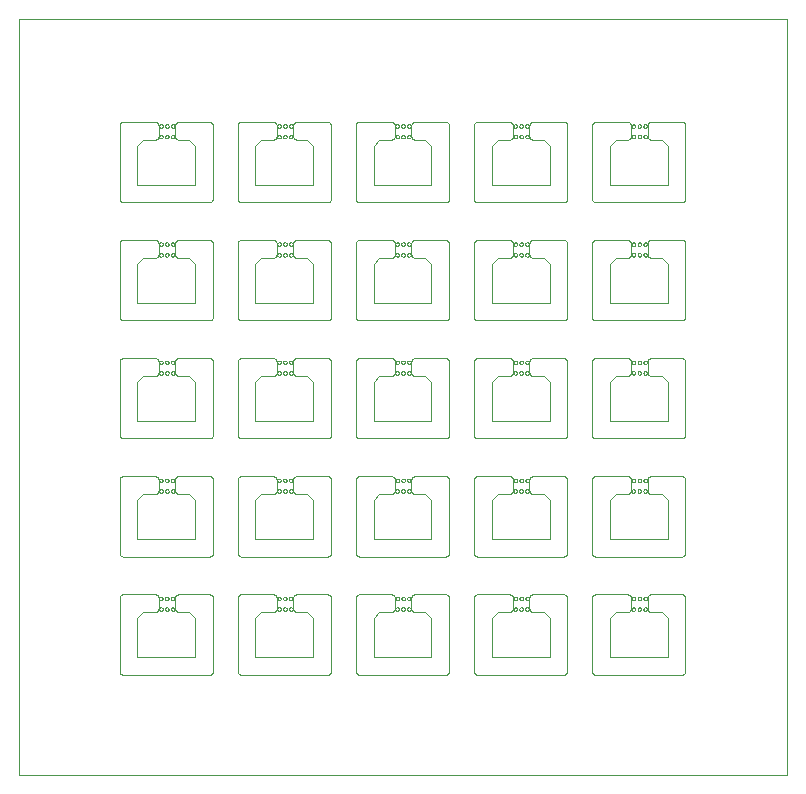
<source format=gko>
G75*
%MOIN*%
%OFA0B0*%
%FSLAX25Y25*%
%IPPOS*%
%LPD*%
%AMOC8*
5,1,8,0,0,1.08239X$1,22.5*
%
%ADD10C,0.00000*%
D10*
X0001000Y0001000D02*
X0256906Y0001000D01*
X0256906Y0252969D01*
X0001000Y0252969D01*
X0001000Y0001000D01*
X0035646Y0034465D02*
X0064386Y0034465D01*
X0064452Y0034467D01*
X0064518Y0034472D01*
X0064584Y0034482D01*
X0064649Y0034495D01*
X0064713Y0034511D01*
X0064776Y0034531D01*
X0064838Y0034555D01*
X0064898Y0034582D01*
X0064957Y0034612D01*
X0065014Y0034646D01*
X0065069Y0034683D01*
X0065122Y0034723D01*
X0065173Y0034765D01*
X0065221Y0034811D01*
X0065267Y0034859D01*
X0065309Y0034910D01*
X0065349Y0034963D01*
X0065386Y0035018D01*
X0065420Y0035075D01*
X0065450Y0035134D01*
X0065477Y0035194D01*
X0065501Y0035256D01*
X0065521Y0035319D01*
X0065537Y0035383D01*
X0065550Y0035448D01*
X0065560Y0035514D01*
X0065565Y0035580D01*
X0065567Y0035646D01*
X0065567Y0060055D01*
X0065565Y0060121D01*
X0065560Y0060187D01*
X0065550Y0060253D01*
X0065537Y0060318D01*
X0065521Y0060382D01*
X0065501Y0060445D01*
X0065477Y0060507D01*
X0065450Y0060567D01*
X0065420Y0060626D01*
X0065386Y0060683D01*
X0065349Y0060738D01*
X0065309Y0060791D01*
X0065267Y0060842D01*
X0065221Y0060890D01*
X0065173Y0060936D01*
X0065122Y0060978D01*
X0065069Y0061018D01*
X0065014Y0061055D01*
X0064957Y0061089D01*
X0064898Y0061119D01*
X0064838Y0061146D01*
X0064776Y0061170D01*
X0064713Y0061190D01*
X0064649Y0061206D01*
X0064584Y0061219D01*
X0064518Y0061229D01*
X0064452Y0061234D01*
X0064386Y0061236D01*
X0054150Y0061236D01*
X0054084Y0061234D01*
X0054018Y0061229D01*
X0053952Y0061219D01*
X0053887Y0061206D01*
X0053823Y0061190D01*
X0053760Y0061170D01*
X0053698Y0061146D01*
X0053638Y0061119D01*
X0053579Y0061089D01*
X0053522Y0061055D01*
X0053467Y0061018D01*
X0053414Y0060978D01*
X0053363Y0060936D01*
X0053315Y0060890D01*
X0053269Y0060842D01*
X0053227Y0060791D01*
X0053187Y0060738D01*
X0053150Y0060683D01*
X0053116Y0060626D01*
X0053086Y0060567D01*
X0053059Y0060507D01*
X0053035Y0060445D01*
X0053015Y0060382D01*
X0052999Y0060318D01*
X0052986Y0060253D01*
X0052976Y0060187D01*
X0052971Y0060121D01*
X0052969Y0060055D01*
X0052969Y0056512D01*
X0051590Y0056315D02*
X0051592Y0056363D01*
X0051598Y0056411D01*
X0051608Y0056458D01*
X0051621Y0056504D01*
X0051639Y0056549D01*
X0051659Y0056593D01*
X0051684Y0056635D01*
X0051712Y0056674D01*
X0051742Y0056711D01*
X0051776Y0056745D01*
X0051813Y0056777D01*
X0051851Y0056806D01*
X0051892Y0056831D01*
X0051935Y0056853D01*
X0051980Y0056871D01*
X0052026Y0056885D01*
X0052073Y0056896D01*
X0052121Y0056903D01*
X0052169Y0056906D01*
X0052217Y0056905D01*
X0052265Y0056900D01*
X0052313Y0056891D01*
X0052359Y0056879D01*
X0052404Y0056862D01*
X0052448Y0056842D01*
X0052490Y0056819D01*
X0052530Y0056792D01*
X0052568Y0056762D01*
X0052603Y0056729D01*
X0052635Y0056693D01*
X0052665Y0056655D01*
X0052691Y0056614D01*
X0052713Y0056571D01*
X0052733Y0056527D01*
X0052748Y0056482D01*
X0052760Y0056435D01*
X0052768Y0056387D01*
X0052772Y0056339D01*
X0052772Y0056291D01*
X0052768Y0056243D01*
X0052760Y0056195D01*
X0052748Y0056148D01*
X0052733Y0056103D01*
X0052713Y0056059D01*
X0052691Y0056016D01*
X0052665Y0055975D01*
X0052635Y0055937D01*
X0052603Y0055901D01*
X0052568Y0055868D01*
X0052530Y0055838D01*
X0052490Y0055811D01*
X0052448Y0055788D01*
X0052404Y0055768D01*
X0052359Y0055751D01*
X0052313Y0055739D01*
X0052265Y0055730D01*
X0052217Y0055725D01*
X0052169Y0055724D01*
X0052121Y0055727D01*
X0052073Y0055734D01*
X0052026Y0055745D01*
X0051980Y0055759D01*
X0051935Y0055777D01*
X0051892Y0055799D01*
X0051851Y0055824D01*
X0051813Y0055853D01*
X0051776Y0055885D01*
X0051742Y0055919D01*
X0051712Y0055956D01*
X0051684Y0055995D01*
X0051659Y0056037D01*
X0051639Y0056081D01*
X0051621Y0056126D01*
X0051608Y0056172D01*
X0051598Y0056219D01*
X0051592Y0056267D01*
X0051590Y0056315D01*
X0049622Y0056315D02*
X0049624Y0056363D01*
X0049630Y0056411D01*
X0049640Y0056458D01*
X0049653Y0056504D01*
X0049671Y0056549D01*
X0049691Y0056593D01*
X0049716Y0056635D01*
X0049744Y0056674D01*
X0049774Y0056711D01*
X0049808Y0056745D01*
X0049845Y0056777D01*
X0049883Y0056806D01*
X0049924Y0056831D01*
X0049967Y0056853D01*
X0050012Y0056871D01*
X0050058Y0056885D01*
X0050105Y0056896D01*
X0050153Y0056903D01*
X0050201Y0056906D01*
X0050249Y0056905D01*
X0050297Y0056900D01*
X0050345Y0056891D01*
X0050391Y0056879D01*
X0050436Y0056862D01*
X0050480Y0056842D01*
X0050522Y0056819D01*
X0050562Y0056792D01*
X0050600Y0056762D01*
X0050635Y0056729D01*
X0050667Y0056693D01*
X0050697Y0056655D01*
X0050723Y0056614D01*
X0050745Y0056571D01*
X0050765Y0056527D01*
X0050780Y0056482D01*
X0050792Y0056435D01*
X0050800Y0056387D01*
X0050804Y0056339D01*
X0050804Y0056291D01*
X0050800Y0056243D01*
X0050792Y0056195D01*
X0050780Y0056148D01*
X0050765Y0056103D01*
X0050745Y0056059D01*
X0050723Y0056016D01*
X0050697Y0055975D01*
X0050667Y0055937D01*
X0050635Y0055901D01*
X0050600Y0055868D01*
X0050562Y0055838D01*
X0050522Y0055811D01*
X0050480Y0055788D01*
X0050436Y0055768D01*
X0050391Y0055751D01*
X0050345Y0055739D01*
X0050297Y0055730D01*
X0050249Y0055725D01*
X0050201Y0055724D01*
X0050153Y0055727D01*
X0050105Y0055734D01*
X0050058Y0055745D01*
X0050012Y0055759D01*
X0049967Y0055777D01*
X0049924Y0055799D01*
X0049883Y0055824D01*
X0049845Y0055853D01*
X0049808Y0055885D01*
X0049774Y0055919D01*
X0049744Y0055956D01*
X0049716Y0055995D01*
X0049691Y0056037D01*
X0049671Y0056081D01*
X0049653Y0056126D01*
X0049640Y0056172D01*
X0049630Y0056219D01*
X0049624Y0056267D01*
X0049622Y0056315D01*
X0047653Y0056315D02*
X0047655Y0056363D01*
X0047661Y0056411D01*
X0047671Y0056458D01*
X0047684Y0056504D01*
X0047702Y0056549D01*
X0047722Y0056593D01*
X0047747Y0056635D01*
X0047775Y0056674D01*
X0047805Y0056711D01*
X0047839Y0056745D01*
X0047876Y0056777D01*
X0047914Y0056806D01*
X0047955Y0056831D01*
X0047998Y0056853D01*
X0048043Y0056871D01*
X0048089Y0056885D01*
X0048136Y0056896D01*
X0048184Y0056903D01*
X0048232Y0056906D01*
X0048280Y0056905D01*
X0048328Y0056900D01*
X0048376Y0056891D01*
X0048422Y0056879D01*
X0048467Y0056862D01*
X0048511Y0056842D01*
X0048553Y0056819D01*
X0048593Y0056792D01*
X0048631Y0056762D01*
X0048666Y0056729D01*
X0048698Y0056693D01*
X0048728Y0056655D01*
X0048754Y0056614D01*
X0048776Y0056571D01*
X0048796Y0056527D01*
X0048811Y0056482D01*
X0048823Y0056435D01*
X0048831Y0056387D01*
X0048835Y0056339D01*
X0048835Y0056291D01*
X0048831Y0056243D01*
X0048823Y0056195D01*
X0048811Y0056148D01*
X0048796Y0056103D01*
X0048776Y0056059D01*
X0048754Y0056016D01*
X0048728Y0055975D01*
X0048698Y0055937D01*
X0048666Y0055901D01*
X0048631Y0055868D01*
X0048593Y0055838D01*
X0048553Y0055811D01*
X0048511Y0055788D01*
X0048467Y0055768D01*
X0048422Y0055751D01*
X0048376Y0055739D01*
X0048328Y0055730D01*
X0048280Y0055725D01*
X0048232Y0055724D01*
X0048184Y0055727D01*
X0048136Y0055734D01*
X0048089Y0055745D01*
X0048043Y0055759D01*
X0047998Y0055777D01*
X0047955Y0055799D01*
X0047914Y0055824D01*
X0047876Y0055853D01*
X0047839Y0055885D01*
X0047805Y0055919D01*
X0047775Y0055956D01*
X0047747Y0055995D01*
X0047722Y0056037D01*
X0047702Y0056081D01*
X0047684Y0056126D01*
X0047671Y0056172D01*
X0047661Y0056219D01*
X0047655Y0056267D01*
X0047653Y0056315D01*
X0047457Y0056512D02*
X0047457Y0060055D01*
X0047653Y0059858D02*
X0047655Y0059906D01*
X0047661Y0059954D01*
X0047671Y0060001D01*
X0047684Y0060047D01*
X0047702Y0060092D01*
X0047722Y0060136D01*
X0047747Y0060178D01*
X0047775Y0060217D01*
X0047805Y0060254D01*
X0047839Y0060288D01*
X0047876Y0060320D01*
X0047914Y0060349D01*
X0047955Y0060374D01*
X0047998Y0060396D01*
X0048043Y0060414D01*
X0048089Y0060428D01*
X0048136Y0060439D01*
X0048184Y0060446D01*
X0048232Y0060449D01*
X0048280Y0060448D01*
X0048328Y0060443D01*
X0048376Y0060434D01*
X0048422Y0060422D01*
X0048467Y0060405D01*
X0048511Y0060385D01*
X0048553Y0060362D01*
X0048593Y0060335D01*
X0048631Y0060305D01*
X0048666Y0060272D01*
X0048698Y0060236D01*
X0048728Y0060198D01*
X0048754Y0060157D01*
X0048776Y0060114D01*
X0048796Y0060070D01*
X0048811Y0060025D01*
X0048823Y0059978D01*
X0048831Y0059930D01*
X0048835Y0059882D01*
X0048835Y0059834D01*
X0048831Y0059786D01*
X0048823Y0059738D01*
X0048811Y0059691D01*
X0048796Y0059646D01*
X0048776Y0059602D01*
X0048754Y0059559D01*
X0048728Y0059518D01*
X0048698Y0059480D01*
X0048666Y0059444D01*
X0048631Y0059411D01*
X0048593Y0059381D01*
X0048553Y0059354D01*
X0048511Y0059331D01*
X0048467Y0059311D01*
X0048422Y0059294D01*
X0048376Y0059282D01*
X0048328Y0059273D01*
X0048280Y0059268D01*
X0048232Y0059267D01*
X0048184Y0059270D01*
X0048136Y0059277D01*
X0048089Y0059288D01*
X0048043Y0059302D01*
X0047998Y0059320D01*
X0047955Y0059342D01*
X0047914Y0059367D01*
X0047876Y0059396D01*
X0047839Y0059428D01*
X0047805Y0059462D01*
X0047775Y0059499D01*
X0047747Y0059538D01*
X0047722Y0059580D01*
X0047702Y0059624D01*
X0047684Y0059669D01*
X0047671Y0059715D01*
X0047661Y0059762D01*
X0047655Y0059810D01*
X0047653Y0059858D01*
X0047457Y0060055D02*
X0047455Y0060121D01*
X0047450Y0060187D01*
X0047440Y0060253D01*
X0047427Y0060318D01*
X0047411Y0060382D01*
X0047391Y0060445D01*
X0047367Y0060507D01*
X0047340Y0060567D01*
X0047310Y0060626D01*
X0047276Y0060683D01*
X0047239Y0060738D01*
X0047199Y0060791D01*
X0047157Y0060842D01*
X0047111Y0060890D01*
X0047063Y0060936D01*
X0047012Y0060978D01*
X0046959Y0061018D01*
X0046904Y0061055D01*
X0046847Y0061089D01*
X0046788Y0061119D01*
X0046728Y0061146D01*
X0046666Y0061170D01*
X0046603Y0061190D01*
X0046539Y0061206D01*
X0046474Y0061219D01*
X0046408Y0061229D01*
X0046342Y0061234D01*
X0046276Y0061236D01*
X0035646Y0061236D01*
X0035580Y0061234D01*
X0035514Y0061229D01*
X0035448Y0061219D01*
X0035383Y0061206D01*
X0035319Y0061190D01*
X0035256Y0061170D01*
X0035194Y0061146D01*
X0035134Y0061119D01*
X0035075Y0061089D01*
X0035018Y0061055D01*
X0034963Y0061018D01*
X0034910Y0060978D01*
X0034859Y0060936D01*
X0034811Y0060890D01*
X0034765Y0060842D01*
X0034723Y0060791D01*
X0034683Y0060738D01*
X0034646Y0060683D01*
X0034612Y0060626D01*
X0034582Y0060567D01*
X0034555Y0060507D01*
X0034531Y0060445D01*
X0034511Y0060382D01*
X0034495Y0060318D01*
X0034482Y0060253D01*
X0034472Y0060187D01*
X0034467Y0060121D01*
X0034465Y0060055D01*
X0034465Y0035646D01*
X0034467Y0035580D01*
X0034472Y0035514D01*
X0034482Y0035448D01*
X0034495Y0035383D01*
X0034511Y0035319D01*
X0034531Y0035256D01*
X0034555Y0035194D01*
X0034582Y0035134D01*
X0034612Y0035075D01*
X0034646Y0035018D01*
X0034683Y0034963D01*
X0034723Y0034910D01*
X0034765Y0034859D01*
X0034811Y0034811D01*
X0034859Y0034765D01*
X0034910Y0034723D01*
X0034963Y0034683D01*
X0035018Y0034646D01*
X0035075Y0034612D01*
X0035134Y0034582D01*
X0035194Y0034555D01*
X0035256Y0034531D01*
X0035319Y0034511D01*
X0035383Y0034495D01*
X0035448Y0034482D01*
X0035514Y0034472D01*
X0035580Y0034467D01*
X0035646Y0034465D01*
X0040370Y0040370D02*
X0040370Y0053362D01*
X0042339Y0055331D01*
X0046276Y0055331D01*
X0046342Y0055333D01*
X0046408Y0055338D01*
X0046474Y0055348D01*
X0046539Y0055361D01*
X0046603Y0055377D01*
X0046666Y0055397D01*
X0046728Y0055421D01*
X0046788Y0055448D01*
X0046847Y0055478D01*
X0046904Y0055512D01*
X0046959Y0055549D01*
X0047012Y0055589D01*
X0047063Y0055631D01*
X0047111Y0055677D01*
X0047157Y0055725D01*
X0047199Y0055776D01*
X0047239Y0055829D01*
X0047276Y0055884D01*
X0047310Y0055941D01*
X0047340Y0056000D01*
X0047367Y0056060D01*
X0047391Y0056122D01*
X0047411Y0056185D01*
X0047427Y0056249D01*
X0047440Y0056314D01*
X0047450Y0056380D01*
X0047455Y0056446D01*
X0047457Y0056512D01*
X0049622Y0059858D02*
X0049624Y0059906D01*
X0049630Y0059954D01*
X0049640Y0060001D01*
X0049653Y0060047D01*
X0049671Y0060092D01*
X0049691Y0060136D01*
X0049716Y0060178D01*
X0049744Y0060217D01*
X0049774Y0060254D01*
X0049808Y0060288D01*
X0049845Y0060320D01*
X0049883Y0060349D01*
X0049924Y0060374D01*
X0049967Y0060396D01*
X0050012Y0060414D01*
X0050058Y0060428D01*
X0050105Y0060439D01*
X0050153Y0060446D01*
X0050201Y0060449D01*
X0050249Y0060448D01*
X0050297Y0060443D01*
X0050345Y0060434D01*
X0050391Y0060422D01*
X0050436Y0060405D01*
X0050480Y0060385D01*
X0050522Y0060362D01*
X0050562Y0060335D01*
X0050600Y0060305D01*
X0050635Y0060272D01*
X0050667Y0060236D01*
X0050697Y0060198D01*
X0050723Y0060157D01*
X0050745Y0060114D01*
X0050765Y0060070D01*
X0050780Y0060025D01*
X0050792Y0059978D01*
X0050800Y0059930D01*
X0050804Y0059882D01*
X0050804Y0059834D01*
X0050800Y0059786D01*
X0050792Y0059738D01*
X0050780Y0059691D01*
X0050765Y0059646D01*
X0050745Y0059602D01*
X0050723Y0059559D01*
X0050697Y0059518D01*
X0050667Y0059480D01*
X0050635Y0059444D01*
X0050600Y0059411D01*
X0050562Y0059381D01*
X0050522Y0059354D01*
X0050480Y0059331D01*
X0050436Y0059311D01*
X0050391Y0059294D01*
X0050345Y0059282D01*
X0050297Y0059273D01*
X0050249Y0059268D01*
X0050201Y0059267D01*
X0050153Y0059270D01*
X0050105Y0059277D01*
X0050058Y0059288D01*
X0050012Y0059302D01*
X0049967Y0059320D01*
X0049924Y0059342D01*
X0049883Y0059367D01*
X0049845Y0059396D01*
X0049808Y0059428D01*
X0049774Y0059462D01*
X0049744Y0059499D01*
X0049716Y0059538D01*
X0049691Y0059580D01*
X0049671Y0059624D01*
X0049653Y0059669D01*
X0049640Y0059715D01*
X0049630Y0059762D01*
X0049624Y0059810D01*
X0049622Y0059858D01*
X0051590Y0059858D02*
X0051592Y0059906D01*
X0051598Y0059954D01*
X0051608Y0060001D01*
X0051621Y0060047D01*
X0051639Y0060092D01*
X0051659Y0060136D01*
X0051684Y0060178D01*
X0051712Y0060217D01*
X0051742Y0060254D01*
X0051776Y0060288D01*
X0051813Y0060320D01*
X0051851Y0060349D01*
X0051892Y0060374D01*
X0051935Y0060396D01*
X0051980Y0060414D01*
X0052026Y0060428D01*
X0052073Y0060439D01*
X0052121Y0060446D01*
X0052169Y0060449D01*
X0052217Y0060448D01*
X0052265Y0060443D01*
X0052313Y0060434D01*
X0052359Y0060422D01*
X0052404Y0060405D01*
X0052448Y0060385D01*
X0052490Y0060362D01*
X0052530Y0060335D01*
X0052568Y0060305D01*
X0052603Y0060272D01*
X0052635Y0060236D01*
X0052665Y0060198D01*
X0052691Y0060157D01*
X0052713Y0060114D01*
X0052733Y0060070D01*
X0052748Y0060025D01*
X0052760Y0059978D01*
X0052768Y0059930D01*
X0052772Y0059882D01*
X0052772Y0059834D01*
X0052768Y0059786D01*
X0052760Y0059738D01*
X0052748Y0059691D01*
X0052733Y0059646D01*
X0052713Y0059602D01*
X0052691Y0059559D01*
X0052665Y0059518D01*
X0052635Y0059480D01*
X0052603Y0059444D01*
X0052568Y0059411D01*
X0052530Y0059381D01*
X0052490Y0059354D01*
X0052448Y0059331D01*
X0052404Y0059311D01*
X0052359Y0059294D01*
X0052313Y0059282D01*
X0052265Y0059273D01*
X0052217Y0059268D01*
X0052169Y0059267D01*
X0052121Y0059270D01*
X0052073Y0059277D01*
X0052026Y0059288D01*
X0051980Y0059302D01*
X0051935Y0059320D01*
X0051892Y0059342D01*
X0051851Y0059367D01*
X0051813Y0059396D01*
X0051776Y0059428D01*
X0051742Y0059462D01*
X0051712Y0059499D01*
X0051684Y0059538D01*
X0051659Y0059580D01*
X0051639Y0059624D01*
X0051621Y0059669D01*
X0051608Y0059715D01*
X0051598Y0059762D01*
X0051592Y0059810D01*
X0051590Y0059858D01*
X0052969Y0056512D02*
X0052971Y0056446D01*
X0052976Y0056380D01*
X0052986Y0056314D01*
X0052999Y0056249D01*
X0053015Y0056185D01*
X0053035Y0056122D01*
X0053059Y0056060D01*
X0053086Y0056000D01*
X0053116Y0055941D01*
X0053150Y0055884D01*
X0053187Y0055829D01*
X0053227Y0055776D01*
X0053269Y0055725D01*
X0053315Y0055677D01*
X0053363Y0055631D01*
X0053414Y0055589D01*
X0053467Y0055549D01*
X0053522Y0055512D01*
X0053579Y0055478D01*
X0053638Y0055448D01*
X0053698Y0055421D01*
X0053760Y0055397D01*
X0053823Y0055377D01*
X0053887Y0055361D01*
X0053952Y0055348D01*
X0054018Y0055338D01*
X0054084Y0055333D01*
X0054150Y0055331D01*
X0057693Y0055331D01*
X0059661Y0053362D01*
X0059661Y0040370D01*
X0040370Y0040370D01*
X0073835Y0035646D02*
X0073835Y0060055D01*
X0073837Y0060121D01*
X0073842Y0060187D01*
X0073852Y0060253D01*
X0073865Y0060318D01*
X0073881Y0060382D01*
X0073901Y0060445D01*
X0073925Y0060507D01*
X0073952Y0060567D01*
X0073982Y0060626D01*
X0074016Y0060683D01*
X0074053Y0060738D01*
X0074093Y0060791D01*
X0074135Y0060842D01*
X0074181Y0060890D01*
X0074229Y0060936D01*
X0074280Y0060978D01*
X0074333Y0061018D01*
X0074388Y0061055D01*
X0074445Y0061089D01*
X0074504Y0061119D01*
X0074564Y0061146D01*
X0074626Y0061170D01*
X0074689Y0061190D01*
X0074753Y0061206D01*
X0074818Y0061219D01*
X0074884Y0061229D01*
X0074950Y0061234D01*
X0075016Y0061236D01*
X0085646Y0061236D01*
X0085712Y0061234D01*
X0085778Y0061229D01*
X0085844Y0061219D01*
X0085909Y0061206D01*
X0085973Y0061190D01*
X0086036Y0061170D01*
X0086098Y0061146D01*
X0086158Y0061119D01*
X0086217Y0061089D01*
X0086274Y0061055D01*
X0086329Y0061018D01*
X0086382Y0060978D01*
X0086433Y0060936D01*
X0086481Y0060890D01*
X0086527Y0060842D01*
X0086569Y0060791D01*
X0086609Y0060738D01*
X0086646Y0060683D01*
X0086680Y0060626D01*
X0086710Y0060567D01*
X0086737Y0060507D01*
X0086761Y0060445D01*
X0086781Y0060382D01*
X0086797Y0060318D01*
X0086810Y0060253D01*
X0086820Y0060187D01*
X0086825Y0060121D01*
X0086827Y0060055D01*
X0086827Y0056512D01*
X0087023Y0056315D02*
X0087025Y0056363D01*
X0087031Y0056411D01*
X0087041Y0056458D01*
X0087054Y0056504D01*
X0087072Y0056549D01*
X0087092Y0056593D01*
X0087117Y0056635D01*
X0087145Y0056674D01*
X0087175Y0056711D01*
X0087209Y0056745D01*
X0087246Y0056777D01*
X0087284Y0056806D01*
X0087325Y0056831D01*
X0087368Y0056853D01*
X0087413Y0056871D01*
X0087459Y0056885D01*
X0087506Y0056896D01*
X0087554Y0056903D01*
X0087602Y0056906D01*
X0087650Y0056905D01*
X0087698Y0056900D01*
X0087746Y0056891D01*
X0087792Y0056879D01*
X0087837Y0056862D01*
X0087881Y0056842D01*
X0087923Y0056819D01*
X0087963Y0056792D01*
X0088001Y0056762D01*
X0088036Y0056729D01*
X0088068Y0056693D01*
X0088098Y0056655D01*
X0088124Y0056614D01*
X0088146Y0056571D01*
X0088166Y0056527D01*
X0088181Y0056482D01*
X0088193Y0056435D01*
X0088201Y0056387D01*
X0088205Y0056339D01*
X0088205Y0056291D01*
X0088201Y0056243D01*
X0088193Y0056195D01*
X0088181Y0056148D01*
X0088166Y0056103D01*
X0088146Y0056059D01*
X0088124Y0056016D01*
X0088098Y0055975D01*
X0088068Y0055937D01*
X0088036Y0055901D01*
X0088001Y0055868D01*
X0087963Y0055838D01*
X0087923Y0055811D01*
X0087881Y0055788D01*
X0087837Y0055768D01*
X0087792Y0055751D01*
X0087746Y0055739D01*
X0087698Y0055730D01*
X0087650Y0055725D01*
X0087602Y0055724D01*
X0087554Y0055727D01*
X0087506Y0055734D01*
X0087459Y0055745D01*
X0087413Y0055759D01*
X0087368Y0055777D01*
X0087325Y0055799D01*
X0087284Y0055824D01*
X0087246Y0055853D01*
X0087209Y0055885D01*
X0087175Y0055919D01*
X0087145Y0055956D01*
X0087117Y0055995D01*
X0087092Y0056037D01*
X0087072Y0056081D01*
X0087054Y0056126D01*
X0087041Y0056172D01*
X0087031Y0056219D01*
X0087025Y0056267D01*
X0087023Y0056315D01*
X0086827Y0056512D02*
X0086825Y0056446D01*
X0086820Y0056380D01*
X0086810Y0056314D01*
X0086797Y0056249D01*
X0086781Y0056185D01*
X0086761Y0056122D01*
X0086737Y0056060D01*
X0086710Y0056000D01*
X0086680Y0055941D01*
X0086646Y0055884D01*
X0086609Y0055829D01*
X0086569Y0055776D01*
X0086527Y0055725D01*
X0086481Y0055677D01*
X0086433Y0055631D01*
X0086382Y0055589D01*
X0086329Y0055549D01*
X0086274Y0055512D01*
X0086217Y0055478D01*
X0086158Y0055448D01*
X0086098Y0055421D01*
X0086036Y0055397D01*
X0085973Y0055377D01*
X0085909Y0055361D01*
X0085844Y0055348D01*
X0085778Y0055338D01*
X0085712Y0055333D01*
X0085646Y0055331D01*
X0081709Y0055331D01*
X0079740Y0053362D01*
X0079740Y0040370D01*
X0099031Y0040370D01*
X0099031Y0053362D01*
X0097063Y0055331D01*
X0093520Y0055331D01*
X0093454Y0055333D01*
X0093388Y0055338D01*
X0093322Y0055348D01*
X0093257Y0055361D01*
X0093193Y0055377D01*
X0093130Y0055397D01*
X0093068Y0055421D01*
X0093008Y0055448D01*
X0092949Y0055478D01*
X0092892Y0055512D01*
X0092837Y0055549D01*
X0092784Y0055589D01*
X0092733Y0055631D01*
X0092685Y0055677D01*
X0092639Y0055725D01*
X0092597Y0055776D01*
X0092557Y0055829D01*
X0092520Y0055884D01*
X0092486Y0055941D01*
X0092456Y0056000D01*
X0092429Y0056060D01*
X0092405Y0056122D01*
X0092385Y0056185D01*
X0092369Y0056249D01*
X0092356Y0056314D01*
X0092346Y0056380D01*
X0092341Y0056446D01*
X0092339Y0056512D01*
X0092339Y0060055D01*
X0090960Y0059858D02*
X0090962Y0059906D01*
X0090968Y0059954D01*
X0090978Y0060001D01*
X0090991Y0060047D01*
X0091009Y0060092D01*
X0091029Y0060136D01*
X0091054Y0060178D01*
X0091082Y0060217D01*
X0091112Y0060254D01*
X0091146Y0060288D01*
X0091183Y0060320D01*
X0091221Y0060349D01*
X0091262Y0060374D01*
X0091305Y0060396D01*
X0091350Y0060414D01*
X0091396Y0060428D01*
X0091443Y0060439D01*
X0091491Y0060446D01*
X0091539Y0060449D01*
X0091587Y0060448D01*
X0091635Y0060443D01*
X0091683Y0060434D01*
X0091729Y0060422D01*
X0091774Y0060405D01*
X0091818Y0060385D01*
X0091860Y0060362D01*
X0091900Y0060335D01*
X0091938Y0060305D01*
X0091973Y0060272D01*
X0092005Y0060236D01*
X0092035Y0060198D01*
X0092061Y0060157D01*
X0092083Y0060114D01*
X0092103Y0060070D01*
X0092118Y0060025D01*
X0092130Y0059978D01*
X0092138Y0059930D01*
X0092142Y0059882D01*
X0092142Y0059834D01*
X0092138Y0059786D01*
X0092130Y0059738D01*
X0092118Y0059691D01*
X0092103Y0059646D01*
X0092083Y0059602D01*
X0092061Y0059559D01*
X0092035Y0059518D01*
X0092005Y0059480D01*
X0091973Y0059444D01*
X0091938Y0059411D01*
X0091900Y0059381D01*
X0091860Y0059354D01*
X0091818Y0059331D01*
X0091774Y0059311D01*
X0091729Y0059294D01*
X0091683Y0059282D01*
X0091635Y0059273D01*
X0091587Y0059268D01*
X0091539Y0059267D01*
X0091491Y0059270D01*
X0091443Y0059277D01*
X0091396Y0059288D01*
X0091350Y0059302D01*
X0091305Y0059320D01*
X0091262Y0059342D01*
X0091221Y0059367D01*
X0091183Y0059396D01*
X0091146Y0059428D01*
X0091112Y0059462D01*
X0091082Y0059499D01*
X0091054Y0059538D01*
X0091029Y0059580D01*
X0091009Y0059624D01*
X0090991Y0059669D01*
X0090978Y0059715D01*
X0090968Y0059762D01*
X0090962Y0059810D01*
X0090960Y0059858D01*
X0088992Y0059858D02*
X0088994Y0059906D01*
X0089000Y0059954D01*
X0089010Y0060001D01*
X0089023Y0060047D01*
X0089041Y0060092D01*
X0089061Y0060136D01*
X0089086Y0060178D01*
X0089114Y0060217D01*
X0089144Y0060254D01*
X0089178Y0060288D01*
X0089215Y0060320D01*
X0089253Y0060349D01*
X0089294Y0060374D01*
X0089337Y0060396D01*
X0089382Y0060414D01*
X0089428Y0060428D01*
X0089475Y0060439D01*
X0089523Y0060446D01*
X0089571Y0060449D01*
X0089619Y0060448D01*
X0089667Y0060443D01*
X0089715Y0060434D01*
X0089761Y0060422D01*
X0089806Y0060405D01*
X0089850Y0060385D01*
X0089892Y0060362D01*
X0089932Y0060335D01*
X0089970Y0060305D01*
X0090005Y0060272D01*
X0090037Y0060236D01*
X0090067Y0060198D01*
X0090093Y0060157D01*
X0090115Y0060114D01*
X0090135Y0060070D01*
X0090150Y0060025D01*
X0090162Y0059978D01*
X0090170Y0059930D01*
X0090174Y0059882D01*
X0090174Y0059834D01*
X0090170Y0059786D01*
X0090162Y0059738D01*
X0090150Y0059691D01*
X0090135Y0059646D01*
X0090115Y0059602D01*
X0090093Y0059559D01*
X0090067Y0059518D01*
X0090037Y0059480D01*
X0090005Y0059444D01*
X0089970Y0059411D01*
X0089932Y0059381D01*
X0089892Y0059354D01*
X0089850Y0059331D01*
X0089806Y0059311D01*
X0089761Y0059294D01*
X0089715Y0059282D01*
X0089667Y0059273D01*
X0089619Y0059268D01*
X0089571Y0059267D01*
X0089523Y0059270D01*
X0089475Y0059277D01*
X0089428Y0059288D01*
X0089382Y0059302D01*
X0089337Y0059320D01*
X0089294Y0059342D01*
X0089253Y0059367D01*
X0089215Y0059396D01*
X0089178Y0059428D01*
X0089144Y0059462D01*
X0089114Y0059499D01*
X0089086Y0059538D01*
X0089061Y0059580D01*
X0089041Y0059624D01*
X0089023Y0059669D01*
X0089010Y0059715D01*
X0089000Y0059762D01*
X0088994Y0059810D01*
X0088992Y0059858D01*
X0087023Y0059858D02*
X0087025Y0059906D01*
X0087031Y0059954D01*
X0087041Y0060001D01*
X0087054Y0060047D01*
X0087072Y0060092D01*
X0087092Y0060136D01*
X0087117Y0060178D01*
X0087145Y0060217D01*
X0087175Y0060254D01*
X0087209Y0060288D01*
X0087246Y0060320D01*
X0087284Y0060349D01*
X0087325Y0060374D01*
X0087368Y0060396D01*
X0087413Y0060414D01*
X0087459Y0060428D01*
X0087506Y0060439D01*
X0087554Y0060446D01*
X0087602Y0060449D01*
X0087650Y0060448D01*
X0087698Y0060443D01*
X0087746Y0060434D01*
X0087792Y0060422D01*
X0087837Y0060405D01*
X0087881Y0060385D01*
X0087923Y0060362D01*
X0087963Y0060335D01*
X0088001Y0060305D01*
X0088036Y0060272D01*
X0088068Y0060236D01*
X0088098Y0060198D01*
X0088124Y0060157D01*
X0088146Y0060114D01*
X0088166Y0060070D01*
X0088181Y0060025D01*
X0088193Y0059978D01*
X0088201Y0059930D01*
X0088205Y0059882D01*
X0088205Y0059834D01*
X0088201Y0059786D01*
X0088193Y0059738D01*
X0088181Y0059691D01*
X0088166Y0059646D01*
X0088146Y0059602D01*
X0088124Y0059559D01*
X0088098Y0059518D01*
X0088068Y0059480D01*
X0088036Y0059444D01*
X0088001Y0059411D01*
X0087963Y0059381D01*
X0087923Y0059354D01*
X0087881Y0059331D01*
X0087837Y0059311D01*
X0087792Y0059294D01*
X0087746Y0059282D01*
X0087698Y0059273D01*
X0087650Y0059268D01*
X0087602Y0059267D01*
X0087554Y0059270D01*
X0087506Y0059277D01*
X0087459Y0059288D01*
X0087413Y0059302D01*
X0087368Y0059320D01*
X0087325Y0059342D01*
X0087284Y0059367D01*
X0087246Y0059396D01*
X0087209Y0059428D01*
X0087175Y0059462D01*
X0087145Y0059499D01*
X0087117Y0059538D01*
X0087092Y0059580D01*
X0087072Y0059624D01*
X0087054Y0059669D01*
X0087041Y0059715D01*
X0087031Y0059762D01*
X0087025Y0059810D01*
X0087023Y0059858D01*
X0088992Y0056315D02*
X0088994Y0056363D01*
X0089000Y0056411D01*
X0089010Y0056458D01*
X0089023Y0056504D01*
X0089041Y0056549D01*
X0089061Y0056593D01*
X0089086Y0056635D01*
X0089114Y0056674D01*
X0089144Y0056711D01*
X0089178Y0056745D01*
X0089215Y0056777D01*
X0089253Y0056806D01*
X0089294Y0056831D01*
X0089337Y0056853D01*
X0089382Y0056871D01*
X0089428Y0056885D01*
X0089475Y0056896D01*
X0089523Y0056903D01*
X0089571Y0056906D01*
X0089619Y0056905D01*
X0089667Y0056900D01*
X0089715Y0056891D01*
X0089761Y0056879D01*
X0089806Y0056862D01*
X0089850Y0056842D01*
X0089892Y0056819D01*
X0089932Y0056792D01*
X0089970Y0056762D01*
X0090005Y0056729D01*
X0090037Y0056693D01*
X0090067Y0056655D01*
X0090093Y0056614D01*
X0090115Y0056571D01*
X0090135Y0056527D01*
X0090150Y0056482D01*
X0090162Y0056435D01*
X0090170Y0056387D01*
X0090174Y0056339D01*
X0090174Y0056291D01*
X0090170Y0056243D01*
X0090162Y0056195D01*
X0090150Y0056148D01*
X0090135Y0056103D01*
X0090115Y0056059D01*
X0090093Y0056016D01*
X0090067Y0055975D01*
X0090037Y0055937D01*
X0090005Y0055901D01*
X0089970Y0055868D01*
X0089932Y0055838D01*
X0089892Y0055811D01*
X0089850Y0055788D01*
X0089806Y0055768D01*
X0089761Y0055751D01*
X0089715Y0055739D01*
X0089667Y0055730D01*
X0089619Y0055725D01*
X0089571Y0055724D01*
X0089523Y0055727D01*
X0089475Y0055734D01*
X0089428Y0055745D01*
X0089382Y0055759D01*
X0089337Y0055777D01*
X0089294Y0055799D01*
X0089253Y0055824D01*
X0089215Y0055853D01*
X0089178Y0055885D01*
X0089144Y0055919D01*
X0089114Y0055956D01*
X0089086Y0055995D01*
X0089061Y0056037D01*
X0089041Y0056081D01*
X0089023Y0056126D01*
X0089010Y0056172D01*
X0089000Y0056219D01*
X0088994Y0056267D01*
X0088992Y0056315D01*
X0090960Y0056315D02*
X0090962Y0056363D01*
X0090968Y0056411D01*
X0090978Y0056458D01*
X0090991Y0056504D01*
X0091009Y0056549D01*
X0091029Y0056593D01*
X0091054Y0056635D01*
X0091082Y0056674D01*
X0091112Y0056711D01*
X0091146Y0056745D01*
X0091183Y0056777D01*
X0091221Y0056806D01*
X0091262Y0056831D01*
X0091305Y0056853D01*
X0091350Y0056871D01*
X0091396Y0056885D01*
X0091443Y0056896D01*
X0091491Y0056903D01*
X0091539Y0056906D01*
X0091587Y0056905D01*
X0091635Y0056900D01*
X0091683Y0056891D01*
X0091729Y0056879D01*
X0091774Y0056862D01*
X0091818Y0056842D01*
X0091860Y0056819D01*
X0091900Y0056792D01*
X0091938Y0056762D01*
X0091973Y0056729D01*
X0092005Y0056693D01*
X0092035Y0056655D01*
X0092061Y0056614D01*
X0092083Y0056571D01*
X0092103Y0056527D01*
X0092118Y0056482D01*
X0092130Y0056435D01*
X0092138Y0056387D01*
X0092142Y0056339D01*
X0092142Y0056291D01*
X0092138Y0056243D01*
X0092130Y0056195D01*
X0092118Y0056148D01*
X0092103Y0056103D01*
X0092083Y0056059D01*
X0092061Y0056016D01*
X0092035Y0055975D01*
X0092005Y0055937D01*
X0091973Y0055901D01*
X0091938Y0055868D01*
X0091900Y0055838D01*
X0091860Y0055811D01*
X0091818Y0055788D01*
X0091774Y0055768D01*
X0091729Y0055751D01*
X0091683Y0055739D01*
X0091635Y0055730D01*
X0091587Y0055725D01*
X0091539Y0055724D01*
X0091491Y0055727D01*
X0091443Y0055734D01*
X0091396Y0055745D01*
X0091350Y0055759D01*
X0091305Y0055777D01*
X0091262Y0055799D01*
X0091221Y0055824D01*
X0091183Y0055853D01*
X0091146Y0055885D01*
X0091112Y0055919D01*
X0091082Y0055956D01*
X0091054Y0055995D01*
X0091029Y0056037D01*
X0091009Y0056081D01*
X0090991Y0056126D01*
X0090978Y0056172D01*
X0090968Y0056219D01*
X0090962Y0056267D01*
X0090960Y0056315D01*
X0092339Y0060055D02*
X0092341Y0060121D01*
X0092346Y0060187D01*
X0092356Y0060253D01*
X0092369Y0060318D01*
X0092385Y0060382D01*
X0092405Y0060445D01*
X0092429Y0060507D01*
X0092456Y0060567D01*
X0092486Y0060626D01*
X0092520Y0060683D01*
X0092557Y0060738D01*
X0092597Y0060791D01*
X0092639Y0060842D01*
X0092685Y0060890D01*
X0092733Y0060936D01*
X0092784Y0060978D01*
X0092837Y0061018D01*
X0092892Y0061055D01*
X0092949Y0061089D01*
X0093008Y0061119D01*
X0093068Y0061146D01*
X0093130Y0061170D01*
X0093193Y0061190D01*
X0093257Y0061206D01*
X0093322Y0061219D01*
X0093388Y0061229D01*
X0093454Y0061234D01*
X0093520Y0061236D01*
X0103756Y0061236D01*
X0103822Y0061234D01*
X0103888Y0061229D01*
X0103954Y0061219D01*
X0104019Y0061206D01*
X0104083Y0061190D01*
X0104146Y0061170D01*
X0104208Y0061146D01*
X0104268Y0061119D01*
X0104327Y0061089D01*
X0104384Y0061055D01*
X0104439Y0061018D01*
X0104492Y0060978D01*
X0104543Y0060936D01*
X0104591Y0060890D01*
X0104637Y0060842D01*
X0104679Y0060791D01*
X0104719Y0060738D01*
X0104756Y0060683D01*
X0104790Y0060626D01*
X0104820Y0060567D01*
X0104847Y0060507D01*
X0104871Y0060445D01*
X0104891Y0060382D01*
X0104907Y0060318D01*
X0104920Y0060253D01*
X0104930Y0060187D01*
X0104935Y0060121D01*
X0104937Y0060055D01*
X0104937Y0035646D01*
X0104935Y0035580D01*
X0104930Y0035514D01*
X0104920Y0035448D01*
X0104907Y0035383D01*
X0104891Y0035319D01*
X0104871Y0035256D01*
X0104847Y0035194D01*
X0104820Y0035134D01*
X0104790Y0035075D01*
X0104756Y0035018D01*
X0104719Y0034963D01*
X0104679Y0034910D01*
X0104637Y0034859D01*
X0104591Y0034811D01*
X0104543Y0034765D01*
X0104492Y0034723D01*
X0104439Y0034683D01*
X0104384Y0034646D01*
X0104327Y0034612D01*
X0104268Y0034582D01*
X0104208Y0034555D01*
X0104146Y0034531D01*
X0104083Y0034511D01*
X0104019Y0034495D01*
X0103954Y0034482D01*
X0103888Y0034472D01*
X0103822Y0034467D01*
X0103756Y0034465D01*
X0075016Y0034465D01*
X0074950Y0034467D01*
X0074884Y0034472D01*
X0074818Y0034482D01*
X0074753Y0034495D01*
X0074689Y0034511D01*
X0074626Y0034531D01*
X0074564Y0034555D01*
X0074504Y0034582D01*
X0074445Y0034612D01*
X0074388Y0034646D01*
X0074333Y0034683D01*
X0074280Y0034723D01*
X0074229Y0034765D01*
X0074181Y0034811D01*
X0074135Y0034859D01*
X0074093Y0034910D01*
X0074053Y0034963D01*
X0074016Y0035018D01*
X0073982Y0035075D01*
X0073952Y0035134D01*
X0073925Y0035194D01*
X0073901Y0035256D01*
X0073881Y0035319D01*
X0073865Y0035383D01*
X0073852Y0035448D01*
X0073842Y0035514D01*
X0073837Y0035580D01*
X0073835Y0035646D01*
X0075016Y0073835D02*
X0103756Y0073835D01*
X0103822Y0073837D01*
X0103888Y0073842D01*
X0103954Y0073852D01*
X0104019Y0073865D01*
X0104083Y0073881D01*
X0104146Y0073901D01*
X0104208Y0073925D01*
X0104268Y0073952D01*
X0104327Y0073982D01*
X0104384Y0074016D01*
X0104439Y0074053D01*
X0104492Y0074093D01*
X0104543Y0074135D01*
X0104591Y0074181D01*
X0104637Y0074229D01*
X0104679Y0074280D01*
X0104719Y0074333D01*
X0104756Y0074388D01*
X0104790Y0074445D01*
X0104820Y0074504D01*
X0104847Y0074564D01*
X0104871Y0074626D01*
X0104891Y0074689D01*
X0104907Y0074753D01*
X0104920Y0074818D01*
X0104930Y0074884D01*
X0104935Y0074950D01*
X0104937Y0075016D01*
X0104937Y0099425D01*
X0104935Y0099491D01*
X0104930Y0099557D01*
X0104920Y0099623D01*
X0104907Y0099688D01*
X0104891Y0099752D01*
X0104871Y0099815D01*
X0104847Y0099877D01*
X0104820Y0099937D01*
X0104790Y0099996D01*
X0104756Y0100053D01*
X0104719Y0100108D01*
X0104679Y0100161D01*
X0104637Y0100212D01*
X0104591Y0100260D01*
X0104543Y0100306D01*
X0104492Y0100348D01*
X0104439Y0100388D01*
X0104384Y0100425D01*
X0104327Y0100459D01*
X0104268Y0100489D01*
X0104208Y0100516D01*
X0104146Y0100540D01*
X0104083Y0100560D01*
X0104019Y0100576D01*
X0103954Y0100589D01*
X0103888Y0100599D01*
X0103822Y0100604D01*
X0103756Y0100606D01*
X0093520Y0100606D01*
X0093454Y0100604D01*
X0093388Y0100599D01*
X0093322Y0100589D01*
X0093257Y0100576D01*
X0093193Y0100560D01*
X0093130Y0100540D01*
X0093068Y0100516D01*
X0093008Y0100489D01*
X0092949Y0100459D01*
X0092892Y0100425D01*
X0092837Y0100388D01*
X0092784Y0100348D01*
X0092733Y0100306D01*
X0092685Y0100260D01*
X0092639Y0100212D01*
X0092597Y0100161D01*
X0092557Y0100108D01*
X0092520Y0100053D01*
X0092486Y0099996D01*
X0092456Y0099937D01*
X0092429Y0099877D01*
X0092405Y0099815D01*
X0092385Y0099752D01*
X0092369Y0099688D01*
X0092356Y0099623D01*
X0092346Y0099557D01*
X0092341Y0099491D01*
X0092339Y0099425D01*
X0092339Y0095882D01*
X0090960Y0095685D02*
X0090962Y0095733D01*
X0090968Y0095781D01*
X0090978Y0095828D01*
X0090991Y0095874D01*
X0091009Y0095919D01*
X0091029Y0095963D01*
X0091054Y0096005D01*
X0091082Y0096044D01*
X0091112Y0096081D01*
X0091146Y0096115D01*
X0091183Y0096147D01*
X0091221Y0096176D01*
X0091262Y0096201D01*
X0091305Y0096223D01*
X0091350Y0096241D01*
X0091396Y0096255D01*
X0091443Y0096266D01*
X0091491Y0096273D01*
X0091539Y0096276D01*
X0091587Y0096275D01*
X0091635Y0096270D01*
X0091683Y0096261D01*
X0091729Y0096249D01*
X0091774Y0096232D01*
X0091818Y0096212D01*
X0091860Y0096189D01*
X0091900Y0096162D01*
X0091938Y0096132D01*
X0091973Y0096099D01*
X0092005Y0096063D01*
X0092035Y0096025D01*
X0092061Y0095984D01*
X0092083Y0095941D01*
X0092103Y0095897D01*
X0092118Y0095852D01*
X0092130Y0095805D01*
X0092138Y0095757D01*
X0092142Y0095709D01*
X0092142Y0095661D01*
X0092138Y0095613D01*
X0092130Y0095565D01*
X0092118Y0095518D01*
X0092103Y0095473D01*
X0092083Y0095429D01*
X0092061Y0095386D01*
X0092035Y0095345D01*
X0092005Y0095307D01*
X0091973Y0095271D01*
X0091938Y0095238D01*
X0091900Y0095208D01*
X0091860Y0095181D01*
X0091818Y0095158D01*
X0091774Y0095138D01*
X0091729Y0095121D01*
X0091683Y0095109D01*
X0091635Y0095100D01*
X0091587Y0095095D01*
X0091539Y0095094D01*
X0091491Y0095097D01*
X0091443Y0095104D01*
X0091396Y0095115D01*
X0091350Y0095129D01*
X0091305Y0095147D01*
X0091262Y0095169D01*
X0091221Y0095194D01*
X0091183Y0095223D01*
X0091146Y0095255D01*
X0091112Y0095289D01*
X0091082Y0095326D01*
X0091054Y0095365D01*
X0091029Y0095407D01*
X0091009Y0095451D01*
X0090991Y0095496D01*
X0090978Y0095542D01*
X0090968Y0095589D01*
X0090962Y0095637D01*
X0090960Y0095685D01*
X0088992Y0095685D02*
X0088994Y0095733D01*
X0089000Y0095781D01*
X0089010Y0095828D01*
X0089023Y0095874D01*
X0089041Y0095919D01*
X0089061Y0095963D01*
X0089086Y0096005D01*
X0089114Y0096044D01*
X0089144Y0096081D01*
X0089178Y0096115D01*
X0089215Y0096147D01*
X0089253Y0096176D01*
X0089294Y0096201D01*
X0089337Y0096223D01*
X0089382Y0096241D01*
X0089428Y0096255D01*
X0089475Y0096266D01*
X0089523Y0096273D01*
X0089571Y0096276D01*
X0089619Y0096275D01*
X0089667Y0096270D01*
X0089715Y0096261D01*
X0089761Y0096249D01*
X0089806Y0096232D01*
X0089850Y0096212D01*
X0089892Y0096189D01*
X0089932Y0096162D01*
X0089970Y0096132D01*
X0090005Y0096099D01*
X0090037Y0096063D01*
X0090067Y0096025D01*
X0090093Y0095984D01*
X0090115Y0095941D01*
X0090135Y0095897D01*
X0090150Y0095852D01*
X0090162Y0095805D01*
X0090170Y0095757D01*
X0090174Y0095709D01*
X0090174Y0095661D01*
X0090170Y0095613D01*
X0090162Y0095565D01*
X0090150Y0095518D01*
X0090135Y0095473D01*
X0090115Y0095429D01*
X0090093Y0095386D01*
X0090067Y0095345D01*
X0090037Y0095307D01*
X0090005Y0095271D01*
X0089970Y0095238D01*
X0089932Y0095208D01*
X0089892Y0095181D01*
X0089850Y0095158D01*
X0089806Y0095138D01*
X0089761Y0095121D01*
X0089715Y0095109D01*
X0089667Y0095100D01*
X0089619Y0095095D01*
X0089571Y0095094D01*
X0089523Y0095097D01*
X0089475Y0095104D01*
X0089428Y0095115D01*
X0089382Y0095129D01*
X0089337Y0095147D01*
X0089294Y0095169D01*
X0089253Y0095194D01*
X0089215Y0095223D01*
X0089178Y0095255D01*
X0089144Y0095289D01*
X0089114Y0095326D01*
X0089086Y0095365D01*
X0089061Y0095407D01*
X0089041Y0095451D01*
X0089023Y0095496D01*
X0089010Y0095542D01*
X0089000Y0095589D01*
X0088994Y0095637D01*
X0088992Y0095685D01*
X0087023Y0095685D02*
X0087025Y0095733D01*
X0087031Y0095781D01*
X0087041Y0095828D01*
X0087054Y0095874D01*
X0087072Y0095919D01*
X0087092Y0095963D01*
X0087117Y0096005D01*
X0087145Y0096044D01*
X0087175Y0096081D01*
X0087209Y0096115D01*
X0087246Y0096147D01*
X0087284Y0096176D01*
X0087325Y0096201D01*
X0087368Y0096223D01*
X0087413Y0096241D01*
X0087459Y0096255D01*
X0087506Y0096266D01*
X0087554Y0096273D01*
X0087602Y0096276D01*
X0087650Y0096275D01*
X0087698Y0096270D01*
X0087746Y0096261D01*
X0087792Y0096249D01*
X0087837Y0096232D01*
X0087881Y0096212D01*
X0087923Y0096189D01*
X0087963Y0096162D01*
X0088001Y0096132D01*
X0088036Y0096099D01*
X0088068Y0096063D01*
X0088098Y0096025D01*
X0088124Y0095984D01*
X0088146Y0095941D01*
X0088166Y0095897D01*
X0088181Y0095852D01*
X0088193Y0095805D01*
X0088201Y0095757D01*
X0088205Y0095709D01*
X0088205Y0095661D01*
X0088201Y0095613D01*
X0088193Y0095565D01*
X0088181Y0095518D01*
X0088166Y0095473D01*
X0088146Y0095429D01*
X0088124Y0095386D01*
X0088098Y0095345D01*
X0088068Y0095307D01*
X0088036Y0095271D01*
X0088001Y0095238D01*
X0087963Y0095208D01*
X0087923Y0095181D01*
X0087881Y0095158D01*
X0087837Y0095138D01*
X0087792Y0095121D01*
X0087746Y0095109D01*
X0087698Y0095100D01*
X0087650Y0095095D01*
X0087602Y0095094D01*
X0087554Y0095097D01*
X0087506Y0095104D01*
X0087459Y0095115D01*
X0087413Y0095129D01*
X0087368Y0095147D01*
X0087325Y0095169D01*
X0087284Y0095194D01*
X0087246Y0095223D01*
X0087209Y0095255D01*
X0087175Y0095289D01*
X0087145Y0095326D01*
X0087117Y0095365D01*
X0087092Y0095407D01*
X0087072Y0095451D01*
X0087054Y0095496D01*
X0087041Y0095542D01*
X0087031Y0095589D01*
X0087025Y0095637D01*
X0087023Y0095685D01*
X0086827Y0095882D02*
X0086827Y0099425D01*
X0087023Y0099228D02*
X0087025Y0099276D01*
X0087031Y0099324D01*
X0087041Y0099371D01*
X0087054Y0099417D01*
X0087072Y0099462D01*
X0087092Y0099506D01*
X0087117Y0099548D01*
X0087145Y0099587D01*
X0087175Y0099624D01*
X0087209Y0099658D01*
X0087246Y0099690D01*
X0087284Y0099719D01*
X0087325Y0099744D01*
X0087368Y0099766D01*
X0087413Y0099784D01*
X0087459Y0099798D01*
X0087506Y0099809D01*
X0087554Y0099816D01*
X0087602Y0099819D01*
X0087650Y0099818D01*
X0087698Y0099813D01*
X0087746Y0099804D01*
X0087792Y0099792D01*
X0087837Y0099775D01*
X0087881Y0099755D01*
X0087923Y0099732D01*
X0087963Y0099705D01*
X0088001Y0099675D01*
X0088036Y0099642D01*
X0088068Y0099606D01*
X0088098Y0099568D01*
X0088124Y0099527D01*
X0088146Y0099484D01*
X0088166Y0099440D01*
X0088181Y0099395D01*
X0088193Y0099348D01*
X0088201Y0099300D01*
X0088205Y0099252D01*
X0088205Y0099204D01*
X0088201Y0099156D01*
X0088193Y0099108D01*
X0088181Y0099061D01*
X0088166Y0099016D01*
X0088146Y0098972D01*
X0088124Y0098929D01*
X0088098Y0098888D01*
X0088068Y0098850D01*
X0088036Y0098814D01*
X0088001Y0098781D01*
X0087963Y0098751D01*
X0087923Y0098724D01*
X0087881Y0098701D01*
X0087837Y0098681D01*
X0087792Y0098664D01*
X0087746Y0098652D01*
X0087698Y0098643D01*
X0087650Y0098638D01*
X0087602Y0098637D01*
X0087554Y0098640D01*
X0087506Y0098647D01*
X0087459Y0098658D01*
X0087413Y0098672D01*
X0087368Y0098690D01*
X0087325Y0098712D01*
X0087284Y0098737D01*
X0087246Y0098766D01*
X0087209Y0098798D01*
X0087175Y0098832D01*
X0087145Y0098869D01*
X0087117Y0098908D01*
X0087092Y0098950D01*
X0087072Y0098994D01*
X0087054Y0099039D01*
X0087041Y0099085D01*
X0087031Y0099132D01*
X0087025Y0099180D01*
X0087023Y0099228D01*
X0086827Y0099425D02*
X0086825Y0099491D01*
X0086820Y0099557D01*
X0086810Y0099623D01*
X0086797Y0099688D01*
X0086781Y0099752D01*
X0086761Y0099815D01*
X0086737Y0099877D01*
X0086710Y0099937D01*
X0086680Y0099996D01*
X0086646Y0100053D01*
X0086609Y0100108D01*
X0086569Y0100161D01*
X0086527Y0100212D01*
X0086481Y0100260D01*
X0086433Y0100306D01*
X0086382Y0100348D01*
X0086329Y0100388D01*
X0086274Y0100425D01*
X0086217Y0100459D01*
X0086158Y0100489D01*
X0086098Y0100516D01*
X0086036Y0100540D01*
X0085973Y0100560D01*
X0085909Y0100576D01*
X0085844Y0100589D01*
X0085778Y0100599D01*
X0085712Y0100604D01*
X0085646Y0100606D01*
X0075016Y0100606D01*
X0074950Y0100604D01*
X0074884Y0100599D01*
X0074818Y0100589D01*
X0074753Y0100576D01*
X0074689Y0100560D01*
X0074626Y0100540D01*
X0074564Y0100516D01*
X0074504Y0100489D01*
X0074445Y0100459D01*
X0074388Y0100425D01*
X0074333Y0100388D01*
X0074280Y0100348D01*
X0074229Y0100306D01*
X0074181Y0100260D01*
X0074135Y0100212D01*
X0074093Y0100161D01*
X0074053Y0100108D01*
X0074016Y0100053D01*
X0073982Y0099996D01*
X0073952Y0099937D01*
X0073925Y0099877D01*
X0073901Y0099815D01*
X0073881Y0099752D01*
X0073865Y0099688D01*
X0073852Y0099623D01*
X0073842Y0099557D01*
X0073837Y0099491D01*
X0073835Y0099425D01*
X0073835Y0075016D01*
X0073837Y0074950D01*
X0073842Y0074884D01*
X0073852Y0074818D01*
X0073865Y0074753D01*
X0073881Y0074689D01*
X0073901Y0074626D01*
X0073925Y0074564D01*
X0073952Y0074504D01*
X0073982Y0074445D01*
X0074016Y0074388D01*
X0074053Y0074333D01*
X0074093Y0074280D01*
X0074135Y0074229D01*
X0074181Y0074181D01*
X0074229Y0074135D01*
X0074280Y0074093D01*
X0074333Y0074053D01*
X0074388Y0074016D01*
X0074445Y0073982D01*
X0074504Y0073952D01*
X0074564Y0073925D01*
X0074626Y0073901D01*
X0074689Y0073881D01*
X0074753Y0073865D01*
X0074818Y0073852D01*
X0074884Y0073842D01*
X0074950Y0073837D01*
X0075016Y0073835D01*
X0079740Y0079740D02*
X0079740Y0092732D01*
X0081709Y0094701D01*
X0085646Y0094701D01*
X0085712Y0094703D01*
X0085778Y0094708D01*
X0085844Y0094718D01*
X0085909Y0094731D01*
X0085973Y0094747D01*
X0086036Y0094767D01*
X0086098Y0094791D01*
X0086158Y0094818D01*
X0086217Y0094848D01*
X0086274Y0094882D01*
X0086329Y0094919D01*
X0086382Y0094959D01*
X0086433Y0095001D01*
X0086481Y0095047D01*
X0086527Y0095095D01*
X0086569Y0095146D01*
X0086609Y0095199D01*
X0086646Y0095254D01*
X0086680Y0095311D01*
X0086710Y0095370D01*
X0086737Y0095430D01*
X0086761Y0095492D01*
X0086781Y0095555D01*
X0086797Y0095619D01*
X0086810Y0095684D01*
X0086820Y0095750D01*
X0086825Y0095816D01*
X0086827Y0095882D01*
X0088992Y0099228D02*
X0088994Y0099276D01*
X0089000Y0099324D01*
X0089010Y0099371D01*
X0089023Y0099417D01*
X0089041Y0099462D01*
X0089061Y0099506D01*
X0089086Y0099548D01*
X0089114Y0099587D01*
X0089144Y0099624D01*
X0089178Y0099658D01*
X0089215Y0099690D01*
X0089253Y0099719D01*
X0089294Y0099744D01*
X0089337Y0099766D01*
X0089382Y0099784D01*
X0089428Y0099798D01*
X0089475Y0099809D01*
X0089523Y0099816D01*
X0089571Y0099819D01*
X0089619Y0099818D01*
X0089667Y0099813D01*
X0089715Y0099804D01*
X0089761Y0099792D01*
X0089806Y0099775D01*
X0089850Y0099755D01*
X0089892Y0099732D01*
X0089932Y0099705D01*
X0089970Y0099675D01*
X0090005Y0099642D01*
X0090037Y0099606D01*
X0090067Y0099568D01*
X0090093Y0099527D01*
X0090115Y0099484D01*
X0090135Y0099440D01*
X0090150Y0099395D01*
X0090162Y0099348D01*
X0090170Y0099300D01*
X0090174Y0099252D01*
X0090174Y0099204D01*
X0090170Y0099156D01*
X0090162Y0099108D01*
X0090150Y0099061D01*
X0090135Y0099016D01*
X0090115Y0098972D01*
X0090093Y0098929D01*
X0090067Y0098888D01*
X0090037Y0098850D01*
X0090005Y0098814D01*
X0089970Y0098781D01*
X0089932Y0098751D01*
X0089892Y0098724D01*
X0089850Y0098701D01*
X0089806Y0098681D01*
X0089761Y0098664D01*
X0089715Y0098652D01*
X0089667Y0098643D01*
X0089619Y0098638D01*
X0089571Y0098637D01*
X0089523Y0098640D01*
X0089475Y0098647D01*
X0089428Y0098658D01*
X0089382Y0098672D01*
X0089337Y0098690D01*
X0089294Y0098712D01*
X0089253Y0098737D01*
X0089215Y0098766D01*
X0089178Y0098798D01*
X0089144Y0098832D01*
X0089114Y0098869D01*
X0089086Y0098908D01*
X0089061Y0098950D01*
X0089041Y0098994D01*
X0089023Y0099039D01*
X0089010Y0099085D01*
X0089000Y0099132D01*
X0088994Y0099180D01*
X0088992Y0099228D01*
X0090960Y0099228D02*
X0090962Y0099276D01*
X0090968Y0099324D01*
X0090978Y0099371D01*
X0090991Y0099417D01*
X0091009Y0099462D01*
X0091029Y0099506D01*
X0091054Y0099548D01*
X0091082Y0099587D01*
X0091112Y0099624D01*
X0091146Y0099658D01*
X0091183Y0099690D01*
X0091221Y0099719D01*
X0091262Y0099744D01*
X0091305Y0099766D01*
X0091350Y0099784D01*
X0091396Y0099798D01*
X0091443Y0099809D01*
X0091491Y0099816D01*
X0091539Y0099819D01*
X0091587Y0099818D01*
X0091635Y0099813D01*
X0091683Y0099804D01*
X0091729Y0099792D01*
X0091774Y0099775D01*
X0091818Y0099755D01*
X0091860Y0099732D01*
X0091900Y0099705D01*
X0091938Y0099675D01*
X0091973Y0099642D01*
X0092005Y0099606D01*
X0092035Y0099568D01*
X0092061Y0099527D01*
X0092083Y0099484D01*
X0092103Y0099440D01*
X0092118Y0099395D01*
X0092130Y0099348D01*
X0092138Y0099300D01*
X0092142Y0099252D01*
X0092142Y0099204D01*
X0092138Y0099156D01*
X0092130Y0099108D01*
X0092118Y0099061D01*
X0092103Y0099016D01*
X0092083Y0098972D01*
X0092061Y0098929D01*
X0092035Y0098888D01*
X0092005Y0098850D01*
X0091973Y0098814D01*
X0091938Y0098781D01*
X0091900Y0098751D01*
X0091860Y0098724D01*
X0091818Y0098701D01*
X0091774Y0098681D01*
X0091729Y0098664D01*
X0091683Y0098652D01*
X0091635Y0098643D01*
X0091587Y0098638D01*
X0091539Y0098637D01*
X0091491Y0098640D01*
X0091443Y0098647D01*
X0091396Y0098658D01*
X0091350Y0098672D01*
X0091305Y0098690D01*
X0091262Y0098712D01*
X0091221Y0098737D01*
X0091183Y0098766D01*
X0091146Y0098798D01*
X0091112Y0098832D01*
X0091082Y0098869D01*
X0091054Y0098908D01*
X0091029Y0098950D01*
X0091009Y0098994D01*
X0090991Y0099039D01*
X0090978Y0099085D01*
X0090968Y0099132D01*
X0090962Y0099180D01*
X0090960Y0099228D01*
X0092339Y0095882D02*
X0092341Y0095816D01*
X0092346Y0095750D01*
X0092356Y0095684D01*
X0092369Y0095619D01*
X0092385Y0095555D01*
X0092405Y0095492D01*
X0092429Y0095430D01*
X0092456Y0095370D01*
X0092486Y0095311D01*
X0092520Y0095254D01*
X0092557Y0095199D01*
X0092597Y0095146D01*
X0092639Y0095095D01*
X0092685Y0095047D01*
X0092733Y0095001D01*
X0092784Y0094959D01*
X0092837Y0094919D01*
X0092892Y0094882D01*
X0092949Y0094848D01*
X0093008Y0094818D01*
X0093068Y0094791D01*
X0093130Y0094767D01*
X0093193Y0094747D01*
X0093257Y0094731D01*
X0093322Y0094718D01*
X0093388Y0094708D01*
X0093454Y0094703D01*
X0093520Y0094701D01*
X0097063Y0094701D01*
X0099031Y0092732D01*
X0099031Y0079740D01*
X0079740Y0079740D01*
X0065567Y0075016D02*
X0065567Y0099425D01*
X0065565Y0099491D01*
X0065560Y0099557D01*
X0065550Y0099623D01*
X0065537Y0099688D01*
X0065521Y0099752D01*
X0065501Y0099815D01*
X0065477Y0099877D01*
X0065450Y0099937D01*
X0065420Y0099996D01*
X0065386Y0100053D01*
X0065349Y0100108D01*
X0065309Y0100161D01*
X0065267Y0100212D01*
X0065221Y0100260D01*
X0065173Y0100306D01*
X0065122Y0100348D01*
X0065069Y0100388D01*
X0065014Y0100425D01*
X0064957Y0100459D01*
X0064898Y0100489D01*
X0064838Y0100516D01*
X0064776Y0100540D01*
X0064713Y0100560D01*
X0064649Y0100576D01*
X0064584Y0100589D01*
X0064518Y0100599D01*
X0064452Y0100604D01*
X0064386Y0100606D01*
X0054150Y0100606D01*
X0054084Y0100604D01*
X0054018Y0100599D01*
X0053952Y0100589D01*
X0053887Y0100576D01*
X0053823Y0100560D01*
X0053760Y0100540D01*
X0053698Y0100516D01*
X0053638Y0100489D01*
X0053579Y0100459D01*
X0053522Y0100425D01*
X0053467Y0100388D01*
X0053414Y0100348D01*
X0053363Y0100306D01*
X0053315Y0100260D01*
X0053269Y0100212D01*
X0053227Y0100161D01*
X0053187Y0100108D01*
X0053150Y0100053D01*
X0053116Y0099996D01*
X0053086Y0099937D01*
X0053059Y0099877D01*
X0053035Y0099815D01*
X0053015Y0099752D01*
X0052999Y0099688D01*
X0052986Y0099623D01*
X0052976Y0099557D01*
X0052971Y0099491D01*
X0052969Y0099425D01*
X0052969Y0095882D01*
X0051590Y0095685D02*
X0051592Y0095733D01*
X0051598Y0095781D01*
X0051608Y0095828D01*
X0051621Y0095874D01*
X0051639Y0095919D01*
X0051659Y0095963D01*
X0051684Y0096005D01*
X0051712Y0096044D01*
X0051742Y0096081D01*
X0051776Y0096115D01*
X0051813Y0096147D01*
X0051851Y0096176D01*
X0051892Y0096201D01*
X0051935Y0096223D01*
X0051980Y0096241D01*
X0052026Y0096255D01*
X0052073Y0096266D01*
X0052121Y0096273D01*
X0052169Y0096276D01*
X0052217Y0096275D01*
X0052265Y0096270D01*
X0052313Y0096261D01*
X0052359Y0096249D01*
X0052404Y0096232D01*
X0052448Y0096212D01*
X0052490Y0096189D01*
X0052530Y0096162D01*
X0052568Y0096132D01*
X0052603Y0096099D01*
X0052635Y0096063D01*
X0052665Y0096025D01*
X0052691Y0095984D01*
X0052713Y0095941D01*
X0052733Y0095897D01*
X0052748Y0095852D01*
X0052760Y0095805D01*
X0052768Y0095757D01*
X0052772Y0095709D01*
X0052772Y0095661D01*
X0052768Y0095613D01*
X0052760Y0095565D01*
X0052748Y0095518D01*
X0052733Y0095473D01*
X0052713Y0095429D01*
X0052691Y0095386D01*
X0052665Y0095345D01*
X0052635Y0095307D01*
X0052603Y0095271D01*
X0052568Y0095238D01*
X0052530Y0095208D01*
X0052490Y0095181D01*
X0052448Y0095158D01*
X0052404Y0095138D01*
X0052359Y0095121D01*
X0052313Y0095109D01*
X0052265Y0095100D01*
X0052217Y0095095D01*
X0052169Y0095094D01*
X0052121Y0095097D01*
X0052073Y0095104D01*
X0052026Y0095115D01*
X0051980Y0095129D01*
X0051935Y0095147D01*
X0051892Y0095169D01*
X0051851Y0095194D01*
X0051813Y0095223D01*
X0051776Y0095255D01*
X0051742Y0095289D01*
X0051712Y0095326D01*
X0051684Y0095365D01*
X0051659Y0095407D01*
X0051639Y0095451D01*
X0051621Y0095496D01*
X0051608Y0095542D01*
X0051598Y0095589D01*
X0051592Y0095637D01*
X0051590Y0095685D01*
X0049622Y0095685D02*
X0049624Y0095733D01*
X0049630Y0095781D01*
X0049640Y0095828D01*
X0049653Y0095874D01*
X0049671Y0095919D01*
X0049691Y0095963D01*
X0049716Y0096005D01*
X0049744Y0096044D01*
X0049774Y0096081D01*
X0049808Y0096115D01*
X0049845Y0096147D01*
X0049883Y0096176D01*
X0049924Y0096201D01*
X0049967Y0096223D01*
X0050012Y0096241D01*
X0050058Y0096255D01*
X0050105Y0096266D01*
X0050153Y0096273D01*
X0050201Y0096276D01*
X0050249Y0096275D01*
X0050297Y0096270D01*
X0050345Y0096261D01*
X0050391Y0096249D01*
X0050436Y0096232D01*
X0050480Y0096212D01*
X0050522Y0096189D01*
X0050562Y0096162D01*
X0050600Y0096132D01*
X0050635Y0096099D01*
X0050667Y0096063D01*
X0050697Y0096025D01*
X0050723Y0095984D01*
X0050745Y0095941D01*
X0050765Y0095897D01*
X0050780Y0095852D01*
X0050792Y0095805D01*
X0050800Y0095757D01*
X0050804Y0095709D01*
X0050804Y0095661D01*
X0050800Y0095613D01*
X0050792Y0095565D01*
X0050780Y0095518D01*
X0050765Y0095473D01*
X0050745Y0095429D01*
X0050723Y0095386D01*
X0050697Y0095345D01*
X0050667Y0095307D01*
X0050635Y0095271D01*
X0050600Y0095238D01*
X0050562Y0095208D01*
X0050522Y0095181D01*
X0050480Y0095158D01*
X0050436Y0095138D01*
X0050391Y0095121D01*
X0050345Y0095109D01*
X0050297Y0095100D01*
X0050249Y0095095D01*
X0050201Y0095094D01*
X0050153Y0095097D01*
X0050105Y0095104D01*
X0050058Y0095115D01*
X0050012Y0095129D01*
X0049967Y0095147D01*
X0049924Y0095169D01*
X0049883Y0095194D01*
X0049845Y0095223D01*
X0049808Y0095255D01*
X0049774Y0095289D01*
X0049744Y0095326D01*
X0049716Y0095365D01*
X0049691Y0095407D01*
X0049671Y0095451D01*
X0049653Y0095496D01*
X0049640Y0095542D01*
X0049630Y0095589D01*
X0049624Y0095637D01*
X0049622Y0095685D01*
X0047653Y0095685D02*
X0047655Y0095733D01*
X0047661Y0095781D01*
X0047671Y0095828D01*
X0047684Y0095874D01*
X0047702Y0095919D01*
X0047722Y0095963D01*
X0047747Y0096005D01*
X0047775Y0096044D01*
X0047805Y0096081D01*
X0047839Y0096115D01*
X0047876Y0096147D01*
X0047914Y0096176D01*
X0047955Y0096201D01*
X0047998Y0096223D01*
X0048043Y0096241D01*
X0048089Y0096255D01*
X0048136Y0096266D01*
X0048184Y0096273D01*
X0048232Y0096276D01*
X0048280Y0096275D01*
X0048328Y0096270D01*
X0048376Y0096261D01*
X0048422Y0096249D01*
X0048467Y0096232D01*
X0048511Y0096212D01*
X0048553Y0096189D01*
X0048593Y0096162D01*
X0048631Y0096132D01*
X0048666Y0096099D01*
X0048698Y0096063D01*
X0048728Y0096025D01*
X0048754Y0095984D01*
X0048776Y0095941D01*
X0048796Y0095897D01*
X0048811Y0095852D01*
X0048823Y0095805D01*
X0048831Y0095757D01*
X0048835Y0095709D01*
X0048835Y0095661D01*
X0048831Y0095613D01*
X0048823Y0095565D01*
X0048811Y0095518D01*
X0048796Y0095473D01*
X0048776Y0095429D01*
X0048754Y0095386D01*
X0048728Y0095345D01*
X0048698Y0095307D01*
X0048666Y0095271D01*
X0048631Y0095238D01*
X0048593Y0095208D01*
X0048553Y0095181D01*
X0048511Y0095158D01*
X0048467Y0095138D01*
X0048422Y0095121D01*
X0048376Y0095109D01*
X0048328Y0095100D01*
X0048280Y0095095D01*
X0048232Y0095094D01*
X0048184Y0095097D01*
X0048136Y0095104D01*
X0048089Y0095115D01*
X0048043Y0095129D01*
X0047998Y0095147D01*
X0047955Y0095169D01*
X0047914Y0095194D01*
X0047876Y0095223D01*
X0047839Y0095255D01*
X0047805Y0095289D01*
X0047775Y0095326D01*
X0047747Y0095365D01*
X0047722Y0095407D01*
X0047702Y0095451D01*
X0047684Y0095496D01*
X0047671Y0095542D01*
X0047661Y0095589D01*
X0047655Y0095637D01*
X0047653Y0095685D01*
X0047457Y0095882D02*
X0047457Y0099425D01*
X0047653Y0099228D02*
X0047655Y0099276D01*
X0047661Y0099324D01*
X0047671Y0099371D01*
X0047684Y0099417D01*
X0047702Y0099462D01*
X0047722Y0099506D01*
X0047747Y0099548D01*
X0047775Y0099587D01*
X0047805Y0099624D01*
X0047839Y0099658D01*
X0047876Y0099690D01*
X0047914Y0099719D01*
X0047955Y0099744D01*
X0047998Y0099766D01*
X0048043Y0099784D01*
X0048089Y0099798D01*
X0048136Y0099809D01*
X0048184Y0099816D01*
X0048232Y0099819D01*
X0048280Y0099818D01*
X0048328Y0099813D01*
X0048376Y0099804D01*
X0048422Y0099792D01*
X0048467Y0099775D01*
X0048511Y0099755D01*
X0048553Y0099732D01*
X0048593Y0099705D01*
X0048631Y0099675D01*
X0048666Y0099642D01*
X0048698Y0099606D01*
X0048728Y0099568D01*
X0048754Y0099527D01*
X0048776Y0099484D01*
X0048796Y0099440D01*
X0048811Y0099395D01*
X0048823Y0099348D01*
X0048831Y0099300D01*
X0048835Y0099252D01*
X0048835Y0099204D01*
X0048831Y0099156D01*
X0048823Y0099108D01*
X0048811Y0099061D01*
X0048796Y0099016D01*
X0048776Y0098972D01*
X0048754Y0098929D01*
X0048728Y0098888D01*
X0048698Y0098850D01*
X0048666Y0098814D01*
X0048631Y0098781D01*
X0048593Y0098751D01*
X0048553Y0098724D01*
X0048511Y0098701D01*
X0048467Y0098681D01*
X0048422Y0098664D01*
X0048376Y0098652D01*
X0048328Y0098643D01*
X0048280Y0098638D01*
X0048232Y0098637D01*
X0048184Y0098640D01*
X0048136Y0098647D01*
X0048089Y0098658D01*
X0048043Y0098672D01*
X0047998Y0098690D01*
X0047955Y0098712D01*
X0047914Y0098737D01*
X0047876Y0098766D01*
X0047839Y0098798D01*
X0047805Y0098832D01*
X0047775Y0098869D01*
X0047747Y0098908D01*
X0047722Y0098950D01*
X0047702Y0098994D01*
X0047684Y0099039D01*
X0047671Y0099085D01*
X0047661Y0099132D01*
X0047655Y0099180D01*
X0047653Y0099228D01*
X0047457Y0099425D02*
X0047455Y0099491D01*
X0047450Y0099557D01*
X0047440Y0099623D01*
X0047427Y0099688D01*
X0047411Y0099752D01*
X0047391Y0099815D01*
X0047367Y0099877D01*
X0047340Y0099937D01*
X0047310Y0099996D01*
X0047276Y0100053D01*
X0047239Y0100108D01*
X0047199Y0100161D01*
X0047157Y0100212D01*
X0047111Y0100260D01*
X0047063Y0100306D01*
X0047012Y0100348D01*
X0046959Y0100388D01*
X0046904Y0100425D01*
X0046847Y0100459D01*
X0046788Y0100489D01*
X0046728Y0100516D01*
X0046666Y0100540D01*
X0046603Y0100560D01*
X0046539Y0100576D01*
X0046474Y0100589D01*
X0046408Y0100599D01*
X0046342Y0100604D01*
X0046276Y0100606D01*
X0035646Y0100606D01*
X0035580Y0100604D01*
X0035514Y0100599D01*
X0035448Y0100589D01*
X0035383Y0100576D01*
X0035319Y0100560D01*
X0035256Y0100540D01*
X0035194Y0100516D01*
X0035134Y0100489D01*
X0035075Y0100459D01*
X0035018Y0100425D01*
X0034963Y0100388D01*
X0034910Y0100348D01*
X0034859Y0100306D01*
X0034811Y0100260D01*
X0034765Y0100212D01*
X0034723Y0100161D01*
X0034683Y0100108D01*
X0034646Y0100053D01*
X0034612Y0099996D01*
X0034582Y0099937D01*
X0034555Y0099877D01*
X0034531Y0099815D01*
X0034511Y0099752D01*
X0034495Y0099688D01*
X0034482Y0099623D01*
X0034472Y0099557D01*
X0034467Y0099491D01*
X0034465Y0099425D01*
X0034465Y0075016D01*
X0034467Y0074950D01*
X0034472Y0074884D01*
X0034482Y0074818D01*
X0034495Y0074753D01*
X0034511Y0074689D01*
X0034531Y0074626D01*
X0034555Y0074564D01*
X0034582Y0074504D01*
X0034612Y0074445D01*
X0034646Y0074388D01*
X0034683Y0074333D01*
X0034723Y0074280D01*
X0034765Y0074229D01*
X0034811Y0074181D01*
X0034859Y0074135D01*
X0034910Y0074093D01*
X0034963Y0074053D01*
X0035018Y0074016D01*
X0035075Y0073982D01*
X0035134Y0073952D01*
X0035194Y0073925D01*
X0035256Y0073901D01*
X0035319Y0073881D01*
X0035383Y0073865D01*
X0035448Y0073852D01*
X0035514Y0073842D01*
X0035580Y0073837D01*
X0035646Y0073835D01*
X0064386Y0073835D01*
X0064452Y0073837D01*
X0064518Y0073842D01*
X0064584Y0073852D01*
X0064649Y0073865D01*
X0064713Y0073881D01*
X0064776Y0073901D01*
X0064838Y0073925D01*
X0064898Y0073952D01*
X0064957Y0073982D01*
X0065014Y0074016D01*
X0065069Y0074053D01*
X0065122Y0074093D01*
X0065173Y0074135D01*
X0065221Y0074181D01*
X0065267Y0074229D01*
X0065309Y0074280D01*
X0065349Y0074333D01*
X0065386Y0074388D01*
X0065420Y0074445D01*
X0065450Y0074504D01*
X0065477Y0074564D01*
X0065501Y0074626D01*
X0065521Y0074689D01*
X0065537Y0074753D01*
X0065550Y0074818D01*
X0065560Y0074884D01*
X0065565Y0074950D01*
X0065567Y0075016D01*
X0059661Y0079740D02*
X0059661Y0092732D01*
X0057693Y0094701D01*
X0054150Y0094701D01*
X0054084Y0094703D01*
X0054018Y0094708D01*
X0053952Y0094718D01*
X0053887Y0094731D01*
X0053823Y0094747D01*
X0053760Y0094767D01*
X0053698Y0094791D01*
X0053638Y0094818D01*
X0053579Y0094848D01*
X0053522Y0094882D01*
X0053467Y0094919D01*
X0053414Y0094959D01*
X0053363Y0095001D01*
X0053315Y0095047D01*
X0053269Y0095095D01*
X0053227Y0095146D01*
X0053187Y0095199D01*
X0053150Y0095254D01*
X0053116Y0095311D01*
X0053086Y0095370D01*
X0053059Y0095430D01*
X0053035Y0095492D01*
X0053015Y0095555D01*
X0052999Y0095619D01*
X0052986Y0095684D01*
X0052976Y0095750D01*
X0052971Y0095816D01*
X0052969Y0095882D01*
X0051590Y0099228D02*
X0051592Y0099276D01*
X0051598Y0099324D01*
X0051608Y0099371D01*
X0051621Y0099417D01*
X0051639Y0099462D01*
X0051659Y0099506D01*
X0051684Y0099548D01*
X0051712Y0099587D01*
X0051742Y0099624D01*
X0051776Y0099658D01*
X0051813Y0099690D01*
X0051851Y0099719D01*
X0051892Y0099744D01*
X0051935Y0099766D01*
X0051980Y0099784D01*
X0052026Y0099798D01*
X0052073Y0099809D01*
X0052121Y0099816D01*
X0052169Y0099819D01*
X0052217Y0099818D01*
X0052265Y0099813D01*
X0052313Y0099804D01*
X0052359Y0099792D01*
X0052404Y0099775D01*
X0052448Y0099755D01*
X0052490Y0099732D01*
X0052530Y0099705D01*
X0052568Y0099675D01*
X0052603Y0099642D01*
X0052635Y0099606D01*
X0052665Y0099568D01*
X0052691Y0099527D01*
X0052713Y0099484D01*
X0052733Y0099440D01*
X0052748Y0099395D01*
X0052760Y0099348D01*
X0052768Y0099300D01*
X0052772Y0099252D01*
X0052772Y0099204D01*
X0052768Y0099156D01*
X0052760Y0099108D01*
X0052748Y0099061D01*
X0052733Y0099016D01*
X0052713Y0098972D01*
X0052691Y0098929D01*
X0052665Y0098888D01*
X0052635Y0098850D01*
X0052603Y0098814D01*
X0052568Y0098781D01*
X0052530Y0098751D01*
X0052490Y0098724D01*
X0052448Y0098701D01*
X0052404Y0098681D01*
X0052359Y0098664D01*
X0052313Y0098652D01*
X0052265Y0098643D01*
X0052217Y0098638D01*
X0052169Y0098637D01*
X0052121Y0098640D01*
X0052073Y0098647D01*
X0052026Y0098658D01*
X0051980Y0098672D01*
X0051935Y0098690D01*
X0051892Y0098712D01*
X0051851Y0098737D01*
X0051813Y0098766D01*
X0051776Y0098798D01*
X0051742Y0098832D01*
X0051712Y0098869D01*
X0051684Y0098908D01*
X0051659Y0098950D01*
X0051639Y0098994D01*
X0051621Y0099039D01*
X0051608Y0099085D01*
X0051598Y0099132D01*
X0051592Y0099180D01*
X0051590Y0099228D01*
X0049622Y0099228D02*
X0049624Y0099276D01*
X0049630Y0099324D01*
X0049640Y0099371D01*
X0049653Y0099417D01*
X0049671Y0099462D01*
X0049691Y0099506D01*
X0049716Y0099548D01*
X0049744Y0099587D01*
X0049774Y0099624D01*
X0049808Y0099658D01*
X0049845Y0099690D01*
X0049883Y0099719D01*
X0049924Y0099744D01*
X0049967Y0099766D01*
X0050012Y0099784D01*
X0050058Y0099798D01*
X0050105Y0099809D01*
X0050153Y0099816D01*
X0050201Y0099819D01*
X0050249Y0099818D01*
X0050297Y0099813D01*
X0050345Y0099804D01*
X0050391Y0099792D01*
X0050436Y0099775D01*
X0050480Y0099755D01*
X0050522Y0099732D01*
X0050562Y0099705D01*
X0050600Y0099675D01*
X0050635Y0099642D01*
X0050667Y0099606D01*
X0050697Y0099568D01*
X0050723Y0099527D01*
X0050745Y0099484D01*
X0050765Y0099440D01*
X0050780Y0099395D01*
X0050792Y0099348D01*
X0050800Y0099300D01*
X0050804Y0099252D01*
X0050804Y0099204D01*
X0050800Y0099156D01*
X0050792Y0099108D01*
X0050780Y0099061D01*
X0050765Y0099016D01*
X0050745Y0098972D01*
X0050723Y0098929D01*
X0050697Y0098888D01*
X0050667Y0098850D01*
X0050635Y0098814D01*
X0050600Y0098781D01*
X0050562Y0098751D01*
X0050522Y0098724D01*
X0050480Y0098701D01*
X0050436Y0098681D01*
X0050391Y0098664D01*
X0050345Y0098652D01*
X0050297Y0098643D01*
X0050249Y0098638D01*
X0050201Y0098637D01*
X0050153Y0098640D01*
X0050105Y0098647D01*
X0050058Y0098658D01*
X0050012Y0098672D01*
X0049967Y0098690D01*
X0049924Y0098712D01*
X0049883Y0098737D01*
X0049845Y0098766D01*
X0049808Y0098798D01*
X0049774Y0098832D01*
X0049744Y0098869D01*
X0049716Y0098908D01*
X0049691Y0098950D01*
X0049671Y0098994D01*
X0049653Y0099039D01*
X0049640Y0099085D01*
X0049630Y0099132D01*
X0049624Y0099180D01*
X0049622Y0099228D01*
X0047457Y0095882D02*
X0047455Y0095816D01*
X0047450Y0095750D01*
X0047440Y0095684D01*
X0047427Y0095619D01*
X0047411Y0095555D01*
X0047391Y0095492D01*
X0047367Y0095430D01*
X0047340Y0095370D01*
X0047310Y0095311D01*
X0047276Y0095254D01*
X0047239Y0095199D01*
X0047199Y0095146D01*
X0047157Y0095095D01*
X0047111Y0095047D01*
X0047063Y0095001D01*
X0047012Y0094959D01*
X0046959Y0094919D01*
X0046904Y0094882D01*
X0046847Y0094848D01*
X0046788Y0094818D01*
X0046728Y0094791D01*
X0046666Y0094767D01*
X0046603Y0094747D01*
X0046539Y0094731D01*
X0046474Y0094718D01*
X0046408Y0094708D01*
X0046342Y0094703D01*
X0046276Y0094701D01*
X0042339Y0094701D01*
X0040370Y0092732D01*
X0040370Y0079740D01*
X0059661Y0079740D01*
X0064386Y0113205D02*
X0035646Y0113205D01*
X0035580Y0113207D01*
X0035514Y0113212D01*
X0035448Y0113222D01*
X0035383Y0113235D01*
X0035319Y0113251D01*
X0035256Y0113271D01*
X0035194Y0113295D01*
X0035134Y0113322D01*
X0035075Y0113352D01*
X0035018Y0113386D01*
X0034963Y0113423D01*
X0034910Y0113463D01*
X0034859Y0113505D01*
X0034811Y0113551D01*
X0034765Y0113599D01*
X0034723Y0113650D01*
X0034683Y0113703D01*
X0034646Y0113758D01*
X0034612Y0113815D01*
X0034582Y0113874D01*
X0034555Y0113934D01*
X0034531Y0113996D01*
X0034511Y0114059D01*
X0034495Y0114123D01*
X0034482Y0114188D01*
X0034472Y0114254D01*
X0034467Y0114320D01*
X0034465Y0114386D01*
X0034465Y0138795D01*
X0034467Y0138861D01*
X0034472Y0138927D01*
X0034482Y0138993D01*
X0034495Y0139058D01*
X0034511Y0139122D01*
X0034531Y0139185D01*
X0034555Y0139247D01*
X0034582Y0139307D01*
X0034612Y0139366D01*
X0034646Y0139423D01*
X0034683Y0139478D01*
X0034723Y0139531D01*
X0034765Y0139582D01*
X0034811Y0139630D01*
X0034859Y0139676D01*
X0034910Y0139718D01*
X0034963Y0139758D01*
X0035018Y0139795D01*
X0035075Y0139829D01*
X0035134Y0139859D01*
X0035194Y0139886D01*
X0035256Y0139910D01*
X0035319Y0139930D01*
X0035383Y0139946D01*
X0035448Y0139959D01*
X0035514Y0139969D01*
X0035580Y0139974D01*
X0035646Y0139976D01*
X0046276Y0139976D01*
X0046342Y0139974D01*
X0046408Y0139969D01*
X0046474Y0139959D01*
X0046539Y0139946D01*
X0046603Y0139930D01*
X0046666Y0139910D01*
X0046728Y0139886D01*
X0046788Y0139859D01*
X0046847Y0139829D01*
X0046904Y0139795D01*
X0046959Y0139758D01*
X0047012Y0139718D01*
X0047063Y0139676D01*
X0047111Y0139630D01*
X0047157Y0139582D01*
X0047199Y0139531D01*
X0047239Y0139478D01*
X0047276Y0139423D01*
X0047310Y0139366D01*
X0047340Y0139307D01*
X0047367Y0139247D01*
X0047391Y0139185D01*
X0047411Y0139122D01*
X0047427Y0139058D01*
X0047440Y0138993D01*
X0047450Y0138927D01*
X0047455Y0138861D01*
X0047457Y0138795D01*
X0047457Y0135252D01*
X0047653Y0135055D02*
X0047655Y0135103D01*
X0047661Y0135151D01*
X0047671Y0135198D01*
X0047684Y0135244D01*
X0047702Y0135289D01*
X0047722Y0135333D01*
X0047747Y0135375D01*
X0047775Y0135414D01*
X0047805Y0135451D01*
X0047839Y0135485D01*
X0047876Y0135517D01*
X0047914Y0135546D01*
X0047955Y0135571D01*
X0047998Y0135593D01*
X0048043Y0135611D01*
X0048089Y0135625D01*
X0048136Y0135636D01*
X0048184Y0135643D01*
X0048232Y0135646D01*
X0048280Y0135645D01*
X0048328Y0135640D01*
X0048376Y0135631D01*
X0048422Y0135619D01*
X0048467Y0135602D01*
X0048511Y0135582D01*
X0048553Y0135559D01*
X0048593Y0135532D01*
X0048631Y0135502D01*
X0048666Y0135469D01*
X0048698Y0135433D01*
X0048728Y0135395D01*
X0048754Y0135354D01*
X0048776Y0135311D01*
X0048796Y0135267D01*
X0048811Y0135222D01*
X0048823Y0135175D01*
X0048831Y0135127D01*
X0048835Y0135079D01*
X0048835Y0135031D01*
X0048831Y0134983D01*
X0048823Y0134935D01*
X0048811Y0134888D01*
X0048796Y0134843D01*
X0048776Y0134799D01*
X0048754Y0134756D01*
X0048728Y0134715D01*
X0048698Y0134677D01*
X0048666Y0134641D01*
X0048631Y0134608D01*
X0048593Y0134578D01*
X0048553Y0134551D01*
X0048511Y0134528D01*
X0048467Y0134508D01*
X0048422Y0134491D01*
X0048376Y0134479D01*
X0048328Y0134470D01*
X0048280Y0134465D01*
X0048232Y0134464D01*
X0048184Y0134467D01*
X0048136Y0134474D01*
X0048089Y0134485D01*
X0048043Y0134499D01*
X0047998Y0134517D01*
X0047955Y0134539D01*
X0047914Y0134564D01*
X0047876Y0134593D01*
X0047839Y0134625D01*
X0047805Y0134659D01*
X0047775Y0134696D01*
X0047747Y0134735D01*
X0047722Y0134777D01*
X0047702Y0134821D01*
X0047684Y0134866D01*
X0047671Y0134912D01*
X0047661Y0134959D01*
X0047655Y0135007D01*
X0047653Y0135055D01*
X0047457Y0135252D02*
X0047455Y0135186D01*
X0047450Y0135120D01*
X0047440Y0135054D01*
X0047427Y0134989D01*
X0047411Y0134925D01*
X0047391Y0134862D01*
X0047367Y0134800D01*
X0047340Y0134740D01*
X0047310Y0134681D01*
X0047276Y0134624D01*
X0047239Y0134569D01*
X0047199Y0134516D01*
X0047157Y0134465D01*
X0047111Y0134417D01*
X0047063Y0134371D01*
X0047012Y0134329D01*
X0046959Y0134289D01*
X0046904Y0134252D01*
X0046847Y0134218D01*
X0046788Y0134188D01*
X0046728Y0134161D01*
X0046666Y0134137D01*
X0046603Y0134117D01*
X0046539Y0134101D01*
X0046474Y0134088D01*
X0046408Y0134078D01*
X0046342Y0134073D01*
X0046276Y0134071D01*
X0042339Y0134071D01*
X0040370Y0132102D01*
X0040370Y0119110D01*
X0059661Y0119110D01*
X0059661Y0132102D01*
X0057693Y0134071D01*
X0054150Y0134071D01*
X0054084Y0134073D01*
X0054018Y0134078D01*
X0053952Y0134088D01*
X0053887Y0134101D01*
X0053823Y0134117D01*
X0053760Y0134137D01*
X0053698Y0134161D01*
X0053638Y0134188D01*
X0053579Y0134218D01*
X0053522Y0134252D01*
X0053467Y0134289D01*
X0053414Y0134329D01*
X0053363Y0134371D01*
X0053315Y0134417D01*
X0053269Y0134465D01*
X0053227Y0134516D01*
X0053187Y0134569D01*
X0053150Y0134624D01*
X0053116Y0134681D01*
X0053086Y0134740D01*
X0053059Y0134800D01*
X0053035Y0134862D01*
X0053015Y0134925D01*
X0052999Y0134989D01*
X0052986Y0135054D01*
X0052976Y0135120D01*
X0052971Y0135186D01*
X0052969Y0135252D01*
X0052969Y0138795D01*
X0051590Y0138598D02*
X0051592Y0138646D01*
X0051598Y0138694D01*
X0051608Y0138741D01*
X0051621Y0138787D01*
X0051639Y0138832D01*
X0051659Y0138876D01*
X0051684Y0138918D01*
X0051712Y0138957D01*
X0051742Y0138994D01*
X0051776Y0139028D01*
X0051813Y0139060D01*
X0051851Y0139089D01*
X0051892Y0139114D01*
X0051935Y0139136D01*
X0051980Y0139154D01*
X0052026Y0139168D01*
X0052073Y0139179D01*
X0052121Y0139186D01*
X0052169Y0139189D01*
X0052217Y0139188D01*
X0052265Y0139183D01*
X0052313Y0139174D01*
X0052359Y0139162D01*
X0052404Y0139145D01*
X0052448Y0139125D01*
X0052490Y0139102D01*
X0052530Y0139075D01*
X0052568Y0139045D01*
X0052603Y0139012D01*
X0052635Y0138976D01*
X0052665Y0138938D01*
X0052691Y0138897D01*
X0052713Y0138854D01*
X0052733Y0138810D01*
X0052748Y0138765D01*
X0052760Y0138718D01*
X0052768Y0138670D01*
X0052772Y0138622D01*
X0052772Y0138574D01*
X0052768Y0138526D01*
X0052760Y0138478D01*
X0052748Y0138431D01*
X0052733Y0138386D01*
X0052713Y0138342D01*
X0052691Y0138299D01*
X0052665Y0138258D01*
X0052635Y0138220D01*
X0052603Y0138184D01*
X0052568Y0138151D01*
X0052530Y0138121D01*
X0052490Y0138094D01*
X0052448Y0138071D01*
X0052404Y0138051D01*
X0052359Y0138034D01*
X0052313Y0138022D01*
X0052265Y0138013D01*
X0052217Y0138008D01*
X0052169Y0138007D01*
X0052121Y0138010D01*
X0052073Y0138017D01*
X0052026Y0138028D01*
X0051980Y0138042D01*
X0051935Y0138060D01*
X0051892Y0138082D01*
X0051851Y0138107D01*
X0051813Y0138136D01*
X0051776Y0138168D01*
X0051742Y0138202D01*
X0051712Y0138239D01*
X0051684Y0138278D01*
X0051659Y0138320D01*
X0051639Y0138364D01*
X0051621Y0138409D01*
X0051608Y0138455D01*
X0051598Y0138502D01*
X0051592Y0138550D01*
X0051590Y0138598D01*
X0049622Y0138598D02*
X0049624Y0138646D01*
X0049630Y0138694D01*
X0049640Y0138741D01*
X0049653Y0138787D01*
X0049671Y0138832D01*
X0049691Y0138876D01*
X0049716Y0138918D01*
X0049744Y0138957D01*
X0049774Y0138994D01*
X0049808Y0139028D01*
X0049845Y0139060D01*
X0049883Y0139089D01*
X0049924Y0139114D01*
X0049967Y0139136D01*
X0050012Y0139154D01*
X0050058Y0139168D01*
X0050105Y0139179D01*
X0050153Y0139186D01*
X0050201Y0139189D01*
X0050249Y0139188D01*
X0050297Y0139183D01*
X0050345Y0139174D01*
X0050391Y0139162D01*
X0050436Y0139145D01*
X0050480Y0139125D01*
X0050522Y0139102D01*
X0050562Y0139075D01*
X0050600Y0139045D01*
X0050635Y0139012D01*
X0050667Y0138976D01*
X0050697Y0138938D01*
X0050723Y0138897D01*
X0050745Y0138854D01*
X0050765Y0138810D01*
X0050780Y0138765D01*
X0050792Y0138718D01*
X0050800Y0138670D01*
X0050804Y0138622D01*
X0050804Y0138574D01*
X0050800Y0138526D01*
X0050792Y0138478D01*
X0050780Y0138431D01*
X0050765Y0138386D01*
X0050745Y0138342D01*
X0050723Y0138299D01*
X0050697Y0138258D01*
X0050667Y0138220D01*
X0050635Y0138184D01*
X0050600Y0138151D01*
X0050562Y0138121D01*
X0050522Y0138094D01*
X0050480Y0138071D01*
X0050436Y0138051D01*
X0050391Y0138034D01*
X0050345Y0138022D01*
X0050297Y0138013D01*
X0050249Y0138008D01*
X0050201Y0138007D01*
X0050153Y0138010D01*
X0050105Y0138017D01*
X0050058Y0138028D01*
X0050012Y0138042D01*
X0049967Y0138060D01*
X0049924Y0138082D01*
X0049883Y0138107D01*
X0049845Y0138136D01*
X0049808Y0138168D01*
X0049774Y0138202D01*
X0049744Y0138239D01*
X0049716Y0138278D01*
X0049691Y0138320D01*
X0049671Y0138364D01*
X0049653Y0138409D01*
X0049640Y0138455D01*
X0049630Y0138502D01*
X0049624Y0138550D01*
X0049622Y0138598D01*
X0047653Y0138598D02*
X0047655Y0138646D01*
X0047661Y0138694D01*
X0047671Y0138741D01*
X0047684Y0138787D01*
X0047702Y0138832D01*
X0047722Y0138876D01*
X0047747Y0138918D01*
X0047775Y0138957D01*
X0047805Y0138994D01*
X0047839Y0139028D01*
X0047876Y0139060D01*
X0047914Y0139089D01*
X0047955Y0139114D01*
X0047998Y0139136D01*
X0048043Y0139154D01*
X0048089Y0139168D01*
X0048136Y0139179D01*
X0048184Y0139186D01*
X0048232Y0139189D01*
X0048280Y0139188D01*
X0048328Y0139183D01*
X0048376Y0139174D01*
X0048422Y0139162D01*
X0048467Y0139145D01*
X0048511Y0139125D01*
X0048553Y0139102D01*
X0048593Y0139075D01*
X0048631Y0139045D01*
X0048666Y0139012D01*
X0048698Y0138976D01*
X0048728Y0138938D01*
X0048754Y0138897D01*
X0048776Y0138854D01*
X0048796Y0138810D01*
X0048811Y0138765D01*
X0048823Y0138718D01*
X0048831Y0138670D01*
X0048835Y0138622D01*
X0048835Y0138574D01*
X0048831Y0138526D01*
X0048823Y0138478D01*
X0048811Y0138431D01*
X0048796Y0138386D01*
X0048776Y0138342D01*
X0048754Y0138299D01*
X0048728Y0138258D01*
X0048698Y0138220D01*
X0048666Y0138184D01*
X0048631Y0138151D01*
X0048593Y0138121D01*
X0048553Y0138094D01*
X0048511Y0138071D01*
X0048467Y0138051D01*
X0048422Y0138034D01*
X0048376Y0138022D01*
X0048328Y0138013D01*
X0048280Y0138008D01*
X0048232Y0138007D01*
X0048184Y0138010D01*
X0048136Y0138017D01*
X0048089Y0138028D01*
X0048043Y0138042D01*
X0047998Y0138060D01*
X0047955Y0138082D01*
X0047914Y0138107D01*
X0047876Y0138136D01*
X0047839Y0138168D01*
X0047805Y0138202D01*
X0047775Y0138239D01*
X0047747Y0138278D01*
X0047722Y0138320D01*
X0047702Y0138364D01*
X0047684Y0138409D01*
X0047671Y0138455D01*
X0047661Y0138502D01*
X0047655Y0138550D01*
X0047653Y0138598D01*
X0049622Y0135055D02*
X0049624Y0135103D01*
X0049630Y0135151D01*
X0049640Y0135198D01*
X0049653Y0135244D01*
X0049671Y0135289D01*
X0049691Y0135333D01*
X0049716Y0135375D01*
X0049744Y0135414D01*
X0049774Y0135451D01*
X0049808Y0135485D01*
X0049845Y0135517D01*
X0049883Y0135546D01*
X0049924Y0135571D01*
X0049967Y0135593D01*
X0050012Y0135611D01*
X0050058Y0135625D01*
X0050105Y0135636D01*
X0050153Y0135643D01*
X0050201Y0135646D01*
X0050249Y0135645D01*
X0050297Y0135640D01*
X0050345Y0135631D01*
X0050391Y0135619D01*
X0050436Y0135602D01*
X0050480Y0135582D01*
X0050522Y0135559D01*
X0050562Y0135532D01*
X0050600Y0135502D01*
X0050635Y0135469D01*
X0050667Y0135433D01*
X0050697Y0135395D01*
X0050723Y0135354D01*
X0050745Y0135311D01*
X0050765Y0135267D01*
X0050780Y0135222D01*
X0050792Y0135175D01*
X0050800Y0135127D01*
X0050804Y0135079D01*
X0050804Y0135031D01*
X0050800Y0134983D01*
X0050792Y0134935D01*
X0050780Y0134888D01*
X0050765Y0134843D01*
X0050745Y0134799D01*
X0050723Y0134756D01*
X0050697Y0134715D01*
X0050667Y0134677D01*
X0050635Y0134641D01*
X0050600Y0134608D01*
X0050562Y0134578D01*
X0050522Y0134551D01*
X0050480Y0134528D01*
X0050436Y0134508D01*
X0050391Y0134491D01*
X0050345Y0134479D01*
X0050297Y0134470D01*
X0050249Y0134465D01*
X0050201Y0134464D01*
X0050153Y0134467D01*
X0050105Y0134474D01*
X0050058Y0134485D01*
X0050012Y0134499D01*
X0049967Y0134517D01*
X0049924Y0134539D01*
X0049883Y0134564D01*
X0049845Y0134593D01*
X0049808Y0134625D01*
X0049774Y0134659D01*
X0049744Y0134696D01*
X0049716Y0134735D01*
X0049691Y0134777D01*
X0049671Y0134821D01*
X0049653Y0134866D01*
X0049640Y0134912D01*
X0049630Y0134959D01*
X0049624Y0135007D01*
X0049622Y0135055D01*
X0051590Y0135055D02*
X0051592Y0135103D01*
X0051598Y0135151D01*
X0051608Y0135198D01*
X0051621Y0135244D01*
X0051639Y0135289D01*
X0051659Y0135333D01*
X0051684Y0135375D01*
X0051712Y0135414D01*
X0051742Y0135451D01*
X0051776Y0135485D01*
X0051813Y0135517D01*
X0051851Y0135546D01*
X0051892Y0135571D01*
X0051935Y0135593D01*
X0051980Y0135611D01*
X0052026Y0135625D01*
X0052073Y0135636D01*
X0052121Y0135643D01*
X0052169Y0135646D01*
X0052217Y0135645D01*
X0052265Y0135640D01*
X0052313Y0135631D01*
X0052359Y0135619D01*
X0052404Y0135602D01*
X0052448Y0135582D01*
X0052490Y0135559D01*
X0052530Y0135532D01*
X0052568Y0135502D01*
X0052603Y0135469D01*
X0052635Y0135433D01*
X0052665Y0135395D01*
X0052691Y0135354D01*
X0052713Y0135311D01*
X0052733Y0135267D01*
X0052748Y0135222D01*
X0052760Y0135175D01*
X0052768Y0135127D01*
X0052772Y0135079D01*
X0052772Y0135031D01*
X0052768Y0134983D01*
X0052760Y0134935D01*
X0052748Y0134888D01*
X0052733Y0134843D01*
X0052713Y0134799D01*
X0052691Y0134756D01*
X0052665Y0134715D01*
X0052635Y0134677D01*
X0052603Y0134641D01*
X0052568Y0134608D01*
X0052530Y0134578D01*
X0052490Y0134551D01*
X0052448Y0134528D01*
X0052404Y0134508D01*
X0052359Y0134491D01*
X0052313Y0134479D01*
X0052265Y0134470D01*
X0052217Y0134465D01*
X0052169Y0134464D01*
X0052121Y0134467D01*
X0052073Y0134474D01*
X0052026Y0134485D01*
X0051980Y0134499D01*
X0051935Y0134517D01*
X0051892Y0134539D01*
X0051851Y0134564D01*
X0051813Y0134593D01*
X0051776Y0134625D01*
X0051742Y0134659D01*
X0051712Y0134696D01*
X0051684Y0134735D01*
X0051659Y0134777D01*
X0051639Y0134821D01*
X0051621Y0134866D01*
X0051608Y0134912D01*
X0051598Y0134959D01*
X0051592Y0135007D01*
X0051590Y0135055D01*
X0052969Y0138795D02*
X0052971Y0138861D01*
X0052976Y0138927D01*
X0052986Y0138993D01*
X0052999Y0139058D01*
X0053015Y0139122D01*
X0053035Y0139185D01*
X0053059Y0139247D01*
X0053086Y0139307D01*
X0053116Y0139366D01*
X0053150Y0139423D01*
X0053187Y0139478D01*
X0053227Y0139531D01*
X0053269Y0139582D01*
X0053315Y0139630D01*
X0053363Y0139676D01*
X0053414Y0139718D01*
X0053467Y0139758D01*
X0053522Y0139795D01*
X0053579Y0139829D01*
X0053638Y0139859D01*
X0053698Y0139886D01*
X0053760Y0139910D01*
X0053823Y0139930D01*
X0053887Y0139946D01*
X0053952Y0139959D01*
X0054018Y0139969D01*
X0054084Y0139974D01*
X0054150Y0139976D01*
X0064386Y0139976D01*
X0064452Y0139974D01*
X0064518Y0139969D01*
X0064584Y0139959D01*
X0064649Y0139946D01*
X0064713Y0139930D01*
X0064776Y0139910D01*
X0064838Y0139886D01*
X0064898Y0139859D01*
X0064957Y0139829D01*
X0065014Y0139795D01*
X0065069Y0139758D01*
X0065122Y0139718D01*
X0065173Y0139676D01*
X0065221Y0139630D01*
X0065267Y0139582D01*
X0065309Y0139531D01*
X0065349Y0139478D01*
X0065386Y0139423D01*
X0065420Y0139366D01*
X0065450Y0139307D01*
X0065477Y0139247D01*
X0065501Y0139185D01*
X0065521Y0139122D01*
X0065537Y0139058D01*
X0065550Y0138993D01*
X0065560Y0138927D01*
X0065565Y0138861D01*
X0065567Y0138795D01*
X0065567Y0114386D01*
X0065565Y0114320D01*
X0065560Y0114254D01*
X0065550Y0114188D01*
X0065537Y0114123D01*
X0065521Y0114059D01*
X0065501Y0113996D01*
X0065477Y0113934D01*
X0065450Y0113874D01*
X0065420Y0113815D01*
X0065386Y0113758D01*
X0065349Y0113703D01*
X0065309Y0113650D01*
X0065267Y0113599D01*
X0065221Y0113551D01*
X0065173Y0113505D01*
X0065122Y0113463D01*
X0065069Y0113423D01*
X0065014Y0113386D01*
X0064957Y0113352D01*
X0064898Y0113322D01*
X0064838Y0113295D01*
X0064776Y0113271D01*
X0064713Y0113251D01*
X0064649Y0113235D01*
X0064584Y0113222D01*
X0064518Y0113212D01*
X0064452Y0113207D01*
X0064386Y0113205D01*
X0073835Y0114386D02*
X0073835Y0138795D01*
X0073837Y0138861D01*
X0073842Y0138927D01*
X0073852Y0138993D01*
X0073865Y0139058D01*
X0073881Y0139122D01*
X0073901Y0139185D01*
X0073925Y0139247D01*
X0073952Y0139307D01*
X0073982Y0139366D01*
X0074016Y0139423D01*
X0074053Y0139478D01*
X0074093Y0139531D01*
X0074135Y0139582D01*
X0074181Y0139630D01*
X0074229Y0139676D01*
X0074280Y0139718D01*
X0074333Y0139758D01*
X0074388Y0139795D01*
X0074445Y0139829D01*
X0074504Y0139859D01*
X0074564Y0139886D01*
X0074626Y0139910D01*
X0074689Y0139930D01*
X0074753Y0139946D01*
X0074818Y0139959D01*
X0074884Y0139969D01*
X0074950Y0139974D01*
X0075016Y0139976D01*
X0085646Y0139976D01*
X0085712Y0139974D01*
X0085778Y0139969D01*
X0085844Y0139959D01*
X0085909Y0139946D01*
X0085973Y0139930D01*
X0086036Y0139910D01*
X0086098Y0139886D01*
X0086158Y0139859D01*
X0086217Y0139829D01*
X0086274Y0139795D01*
X0086329Y0139758D01*
X0086382Y0139718D01*
X0086433Y0139676D01*
X0086481Y0139630D01*
X0086527Y0139582D01*
X0086569Y0139531D01*
X0086609Y0139478D01*
X0086646Y0139423D01*
X0086680Y0139366D01*
X0086710Y0139307D01*
X0086737Y0139247D01*
X0086761Y0139185D01*
X0086781Y0139122D01*
X0086797Y0139058D01*
X0086810Y0138993D01*
X0086820Y0138927D01*
X0086825Y0138861D01*
X0086827Y0138795D01*
X0086827Y0135252D01*
X0087023Y0135055D02*
X0087025Y0135103D01*
X0087031Y0135151D01*
X0087041Y0135198D01*
X0087054Y0135244D01*
X0087072Y0135289D01*
X0087092Y0135333D01*
X0087117Y0135375D01*
X0087145Y0135414D01*
X0087175Y0135451D01*
X0087209Y0135485D01*
X0087246Y0135517D01*
X0087284Y0135546D01*
X0087325Y0135571D01*
X0087368Y0135593D01*
X0087413Y0135611D01*
X0087459Y0135625D01*
X0087506Y0135636D01*
X0087554Y0135643D01*
X0087602Y0135646D01*
X0087650Y0135645D01*
X0087698Y0135640D01*
X0087746Y0135631D01*
X0087792Y0135619D01*
X0087837Y0135602D01*
X0087881Y0135582D01*
X0087923Y0135559D01*
X0087963Y0135532D01*
X0088001Y0135502D01*
X0088036Y0135469D01*
X0088068Y0135433D01*
X0088098Y0135395D01*
X0088124Y0135354D01*
X0088146Y0135311D01*
X0088166Y0135267D01*
X0088181Y0135222D01*
X0088193Y0135175D01*
X0088201Y0135127D01*
X0088205Y0135079D01*
X0088205Y0135031D01*
X0088201Y0134983D01*
X0088193Y0134935D01*
X0088181Y0134888D01*
X0088166Y0134843D01*
X0088146Y0134799D01*
X0088124Y0134756D01*
X0088098Y0134715D01*
X0088068Y0134677D01*
X0088036Y0134641D01*
X0088001Y0134608D01*
X0087963Y0134578D01*
X0087923Y0134551D01*
X0087881Y0134528D01*
X0087837Y0134508D01*
X0087792Y0134491D01*
X0087746Y0134479D01*
X0087698Y0134470D01*
X0087650Y0134465D01*
X0087602Y0134464D01*
X0087554Y0134467D01*
X0087506Y0134474D01*
X0087459Y0134485D01*
X0087413Y0134499D01*
X0087368Y0134517D01*
X0087325Y0134539D01*
X0087284Y0134564D01*
X0087246Y0134593D01*
X0087209Y0134625D01*
X0087175Y0134659D01*
X0087145Y0134696D01*
X0087117Y0134735D01*
X0087092Y0134777D01*
X0087072Y0134821D01*
X0087054Y0134866D01*
X0087041Y0134912D01*
X0087031Y0134959D01*
X0087025Y0135007D01*
X0087023Y0135055D01*
X0086827Y0135252D02*
X0086825Y0135186D01*
X0086820Y0135120D01*
X0086810Y0135054D01*
X0086797Y0134989D01*
X0086781Y0134925D01*
X0086761Y0134862D01*
X0086737Y0134800D01*
X0086710Y0134740D01*
X0086680Y0134681D01*
X0086646Y0134624D01*
X0086609Y0134569D01*
X0086569Y0134516D01*
X0086527Y0134465D01*
X0086481Y0134417D01*
X0086433Y0134371D01*
X0086382Y0134329D01*
X0086329Y0134289D01*
X0086274Y0134252D01*
X0086217Y0134218D01*
X0086158Y0134188D01*
X0086098Y0134161D01*
X0086036Y0134137D01*
X0085973Y0134117D01*
X0085909Y0134101D01*
X0085844Y0134088D01*
X0085778Y0134078D01*
X0085712Y0134073D01*
X0085646Y0134071D01*
X0081709Y0134071D01*
X0079740Y0132102D01*
X0079740Y0119110D01*
X0099031Y0119110D01*
X0099031Y0132102D01*
X0097063Y0134071D01*
X0093520Y0134071D01*
X0093454Y0134073D01*
X0093388Y0134078D01*
X0093322Y0134088D01*
X0093257Y0134101D01*
X0093193Y0134117D01*
X0093130Y0134137D01*
X0093068Y0134161D01*
X0093008Y0134188D01*
X0092949Y0134218D01*
X0092892Y0134252D01*
X0092837Y0134289D01*
X0092784Y0134329D01*
X0092733Y0134371D01*
X0092685Y0134417D01*
X0092639Y0134465D01*
X0092597Y0134516D01*
X0092557Y0134569D01*
X0092520Y0134624D01*
X0092486Y0134681D01*
X0092456Y0134740D01*
X0092429Y0134800D01*
X0092405Y0134862D01*
X0092385Y0134925D01*
X0092369Y0134989D01*
X0092356Y0135054D01*
X0092346Y0135120D01*
X0092341Y0135186D01*
X0092339Y0135252D01*
X0092339Y0138795D01*
X0090960Y0138598D02*
X0090962Y0138646D01*
X0090968Y0138694D01*
X0090978Y0138741D01*
X0090991Y0138787D01*
X0091009Y0138832D01*
X0091029Y0138876D01*
X0091054Y0138918D01*
X0091082Y0138957D01*
X0091112Y0138994D01*
X0091146Y0139028D01*
X0091183Y0139060D01*
X0091221Y0139089D01*
X0091262Y0139114D01*
X0091305Y0139136D01*
X0091350Y0139154D01*
X0091396Y0139168D01*
X0091443Y0139179D01*
X0091491Y0139186D01*
X0091539Y0139189D01*
X0091587Y0139188D01*
X0091635Y0139183D01*
X0091683Y0139174D01*
X0091729Y0139162D01*
X0091774Y0139145D01*
X0091818Y0139125D01*
X0091860Y0139102D01*
X0091900Y0139075D01*
X0091938Y0139045D01*
X0091973Y0139012D01*
X0092005Y0138976D01*
X0092035Y0138938D01*
X0092061Y0138897D01*
X0092083Y0138854D01*
X0092103Y0138810D01*
X0092118Y0138765D01*
X0092130Y0138718D01*
X0092138Y0138670D01*
X0092142Y0138622D01*
X0092142Y0138574D01*
X0092138Y0138526D01*
X0092130Y0138478D01*
X0092118Y0138431D01*
X0092103Y0138386D01*
X0092083Y0138342D01*
X0092061Y0138299D01*
X0092035Y0138258D01*
X0092005Y0138220D01*
X0091973Y0138184D01*
X0091938Y0138151D01*
X0091900Y0138121D01*
X0091860Y0138094D01*
X0091818Y0138071D01*
X0091774Y0138051D01*
X0091729Y0138034D01*
X0091683Y0138022D01*
X0091635Y0138013D01*
X0091587Y0138008D01*
X0091539Y0138007D01*
X0091491Y0138010D01*
X0091443Y0138017D01*
X0091396Y0138028D01*
X0091350Y0138042D01*
X0091305Y0138060D01*
X0091262Y0138082D01*
X0091221Y0138107D01*
X0091183Y0138136D01*
X0091146Y0138168D01*
X0091112Y0138202D01*
X0091082Y0138239D01*
X0091054Y0138278D01*
X0091029Y0138320D01*
X0091009Y0138364D01*
X0090991Y0138409D01*
X0090978Y0138455D01*
X0090968Y0138502D01*
X0090962Y0138550D01*
X0090960Y0138598D01*
X0088992Y0138598D02*
X0088994Y0138646D01*
X0089000Y0138694D01*
X0089010Y0138741D01*
X0089023Y0138787D01*
X0089041Y0138832D01*
X0089061Y0138876D01*
X0089086Y0138918D01*
X0089114Y0138957D01*
X0089144Y0138994D01*
X0089178Y0139028D01*
X0089215Y0139060D01*
X0089253Y0139089D01*
X0089294Y0139114D01*
X0089337Y0139136D01*
X0089382Y0139154D01*
X0089428Y0139168D01*
X0089475Y0139179D01*
X0089523Y0139186D01*
X0089571Y0139189D01*
X0089619Y0139188D01*
X0089667Y0139183D01*
X0089715Y0139174D01*
X0089761Y0139162D01*
X0089806Y0139145D01*
X0089850Y0139125D01*
X0089892Y0139102D01*
X0089932Y0139075D01*
X0089970Y0139045D01*
X0090005Y0139012D01*
X0090037Y0138976D01*
X0090067Y0138938D01*
X0090093Y0138897D01*
X0090115Y0138854D01*
X0090135Y0138810D01*
X0090150Y0138765D01*
X0090162Y0138718D01*
X0090170Y0138670D01*
X0090174Y0138622D01*
X0090174Y0138574D01*
X0090170Y0138526D01*
X0090162Y0138478D01*
X0090150Y0138431D01*
X0090135Y0138386D01*
X0090115Y0138342D01*
X0090093Y0138299D01*
X0090067Y0138258D01*
X0090037Y0138220D01*
X0090005Y0138184D01*
X0089970Y0138151D01*
X0089932Y0138121D01*
X0089892Y0138094D01*
X0089850Y0138071D01*
X0089806Y0138051D01*
X0089761Y0138034D01*
X0089715Y0138022D01*
X0089667Y0138013D01*
X0089619Y0138008D01*
X0089571Y0138007D01*
X0089523Y0138010D01*
X0089475Y0138017D01*
X0089428Y0138028D01*
X0089382Y0138042D01*
X0089337Y0138060D01*
X0089294Y0138082D01*
X0089253Y0138107D01*
X0089215Y0138136D01*
X0089178Y0138168D01*
X0089144Y0138202D01*
X0089114Y0138239D01*
X0089086Y0138278D01*
X0089061Y0138320D01*
X0089041Y0138364D01*
X0089023Y0138409D01*
X0089010Y0138455D01*
X0089000Y0138502D01*
X0088994Y0138550D01*
X0088992Y0138598D01*
X0087023Y0138598D02*
X0087025Y0138646D01*
X0087031Y0138694D01*
X0087041Y0138741D01*
X0087054Y0138787D01*
X0087072Y0138832D01*
X0087092Y0138876D01*
X0087117Y0138918D01*
X0087145Y0138957D01*
X0087175Y0138994D01*
X0087209Y0139028D01*
X0087246Y0139060D01*
X0087284Y0139089D01*
X0087325Y0139114D01*
X0087368Y0139136D01*
X0087413Y0139154D01*
X0087459Y0139168D01*
X0087506Y0139179D01*
X0087554Y0139186D01*
X0087602Y0139189D01*
X0087650Y0139188D01*
X0087698Y0139183D01*
X0087746Y0139174D01*
X0087792Y0139162D01*
X0087837Y0139145D01*
X0087881Y0139125D01*
X0087923Y0139102D01*
X0087963Y0139075D01*
X0088001Y0139045D01*
X0088036Y0139012D01*
X0088068Y0138976D01*
X0088098Y0138938D01*
X0088124Y0138897D01*
X0088146Y0138854D01*
X0088166Y0138810D01*
X0088181Y0138765D01*
X0088193Y0138718D01*
X0088201Y0138670D01*
X0088205Y0138622D01*
X0088205Y0138574D01*
X0088201Y0138526D01*
X0088193Y0138478D01*
X0088181Y0138431D01*
X0088166Y0138386D01*
X0088146Y0138342D01*
X0088124Y0138299D01*
X0088098Y0138258D01*
X0088068Y0138220D01*
X0088036Y0138184D01*
X0088001Y0138151D01*
X0087963Y0138121D01*
X0087923Y0138094D01*
X0087881Y0138071D01*
X0087837Y0138051D01*
X0087792Y0138034D01*
X0087746Y0138022D01*
X0087698Y0138013D01*
X0087650Y0138008D01*
X0087602Y0138007D01*
X0087554Y0138010D01*
X0087506Y0138017D01*
X0087459Y0138028D01*
X0087413Y0138042D01*
X0087368Y0138060D01*
X0087325Y0138082D01*
X0087284Y0138107D01*
X0087246Y0138136D01*
X0087209Y0138168D01*
X0087175Y0138202D01*
X0087145Y0138239D01*
X0087117Y0138278D01*
X0087092Y0138320D01*
X0087072Y0138364D01*
X0087054Y0138409D01*
X0087041Y0138455D01*
X0087031Y0138502D01*
X0087025Y0138550D01*
X0087023Y0138598D01*
X0088992Y0135055D02*
X0088994Y0135103D01*
X0089000Y0135151D01*
X0089010Y0135198D01*
X0089023Y0135244D01*
X0089041Y0135289D01*
X0089061Y0135333D01*
X0089086Y0135375D01*
X0089114Y0135414D01*
X0089144Y0135451D01*
X0089178Y0135485D01*
X0089215Y0135517D01*
X0089253Y0135546D01*
X0089294Y0135571D01*
X0089337Y0135593D01*
X0089382Y0135611D01*
X0089428Y0135625D01*
X0089475Y0135636D01*
X0089523Y0135643D01*
X0089571Y0135646D01*
X0089619Y0135645D01*
X0089667Y0135640D01*
X0089715Y0135631D01*
X0089761Y0135619D01*
X0089806Y0135602D01*
X0089850Y0135582D01*
X0089892Y0135559D01*
X0089932Y0135532D01*
X0089970Y0135502D01*
X0090005Y0135469D01*
X0090037Y0135433D01*
X0090067Y0135395D01*
X0090093Y0135354D01*
X0090115Y0135311D01*
X0090135Y0135267D01*
X0090150Y0135222D01*
X0090162Y0135175D01*
X0090170Y0135127D01*
X0090174Y0135079D01*
X0090174Y0135031D01*
X0090170Y0134983D01*
X0090162Y0134935D01*
X0090150Y0134888D01*
X0090135Y0134843D01*
X0090115Y0134799D01*
X0090093Y0134756D01*
X0090067Y0134715D01*
X0090037Y0134677D01*
X0090005Y0134641D01*
X0089970Y0134608D01*
X0089932Y0134578D01*
X0089892Y0134551D01*
X0089850Y0134528D01*
X0089806Y0134508D01*
X0089761Y0134491D01*
X0089715Y0134479D01*
X0089667Y0134470D01*
X0089619Y0134465D01*
X0089571Y0134464D01*
X0089523Y0134467D01*
X0089475Y0134474D01*
X0089428Y0134485D01*
X0089382Y0134499D01*
X0089337Y0134517D01*
X0089294Y0134539D01*
X0089253Y0134564D01*
X0089215Y0134593D01*
X0089178Y0134625D01*
X0089144Y0134659D01*
X0089114Y0134696D01*
X0089086Y0134735D01*
X0089061Y0134777D01*
X0089041Y0134821D01*
X0089023Y0134866D01*
X0089010Y0134912D01*
X0089000Y0134959D01*
X0088994Y0135007D01*
X0088992Y0135055D01*
X0090960Y0135055D02*
X0090962Y0135103D01*
X0090968Y0135151D01*
X0090978Y0135198D01*
X0090991Y0135244D01*
X0091009Y0135289D01*
X0091029Y0135333D01*
X0091054Y0135375D01*
X0091082Y0135414D01*
X0091112Y0135451D01*
X0091146Y0135485D01*
X0091183Y0135517D01*
X0091221Y0135546D01*
X0091262Y0135571D01*
X0091305Y0135593D01*
X0091350Y0135611D01*
X0091396Y0135625D01*
X0091443Y0135636D01*
X0091491Y0135643D01*
X0091539Y0135646D01*
X0091587Y0135645D01*
X0091635Y0135640D01*
X0091683Y0135631D01*
X0091729Y0135619D01*
X0091774Y0135602D01*
X0091818Y0135582D01*
X0091860Y0135559D01*
X0091900Y0135532D01*
X0091938Y0135502D01*
X0091973Y0135469D01*
X0092005Y0135433D01*
X0092035Y0135395D01*
X0092061Y0135354D01*
X0092083Y0135311D01*
X0092103Y0135267D01*
X0092118Y0135222D01*
X0092130Y0135175D01*
X0092138Y0135127D01*
X0092142Y0135079D01*
X0092142Y0135031D01*
X0092138Y0134983D01*
X0092130Y0134935D01*
X0092118Y0134888D01*
X0092103Y0134843D01*
X0092083Y0134799D01*
X0092061Y0134756D01*
X0092035Y0134715D01*
X0092005Y0134677D01*
X0091973Y0134641D01*
X0091938Y0134608D01*
X0091900Y0134578D01*
X0091860Y0134551D01*
X0091818Y0134528D01*
X0091774Y0134508D01*
X0091729Y0134491D01*
X0091683Y0134479D01*
X0091635Y0134470D01*
X0091587Y0134465D01*
X0091539Y0134464D01*
X0091491Y0134467D01*
X0091443Y0134474D01*
X0091396Y0134485D01*
X0091350Y0134499D01*
X0091305Y0134517D01*
X0091262Y0134539D01*
X0091221Y0134564D01*
X0091183Y0134593D01*
X0091146Y0134625D01*
X0091112Y0134659D01*
X0091082Y0134696D01*
X0091054Y0134735D01*
X0091029Y0134777D01*
X0091009Y0134821D01*
X0090991Y0134866D01*
X0090978Y0134912D01*
X0090968Y0134959D01*
X0090962Y0135007D01*
X0090960Y0135055D01*
X0092339Y0138795D02*
X0092341Y0138861D01*
X0092346Y0138927D01*
X0092356Y0138993D01*
X0092369Y0139058D01*
X0092385Y0139122D01*
X0092405Y0139185D01*
X0092429Y0139247D01*
X0092456Y0139307D01*
X0092486Y0139366D01*
X0092520Y0139423D01*
X0092557Y0139478D01*
X0092597Y0139531D01*
X0092639Y0139582D01*
X0092685Y0139630D01*
X0092733Y0139676D01*
X0092784Y0139718D01*
X0092837Y0139758D01*
X0092892Y0139795D01*
X0092949Y0139829D01*
X0093008Y0139859D01*
X0093068Y0139886D01*
X0093130Y0139910D01*
X0093193Y0139930D01*
X0093257Y0139946D01*
X0093322Y0139959D01*
X0093388Y0139969D01*
X0093454Y0139974D01*
X0093520Y0139976D01*
X0103756Y0139976D01*
X0103822Y0139974D01*
X0103888Y0139969D01*
X0103954Y0139959D01*
X0104019Y0139946D01*
X0104083Y0139930D01*
X0104146Y0139910D01*
X0104208Y0139886D01*
X0104268Y0139859D01*
X0104327Y0139829D01*
X0104384Y0139795D01*
X0104439Y0139758D01*
X0104492Y0139718D01*
X0104543Y0139676D01*
X0104591Y0139630D01*
X0104637Y0139582D01*
X0104679Y0139531D01*
X0104719Y0139478D01*
X0104756Y0139423D01*
X0104790Y0139366D01*
X0104820Y0139307D01*
X0104847Y0139247D01*
X0104871Y0139185D01*
X0104891Y0139122D01*
X0104907Y0139058D01*
X0104920Y0138993D01*
X0104930Y0138927D01*
X0104935Y0138861D01*
X0104937Y0138795D01*
X0104937Y0114386D01*
X0104935Y0114320D01*
X0104930Y0114254D01*
X0104920Y0114188D01*
X0104907Y0114123D01*
X0104891Y0114059D01*
X0104871Y0113996D01*
X0104847Y0113934D01*
X0104820Y0113874D01*
X0104790Y0113815D01*
X0104756Y0113758D01*
X0104719Y0113703D01*
X0104679Y0113650D01*
X0104637Y0113599D01*
X0104591Y0113551D01*
X0104543Y0113505D01*
X0104492Y0113463D01*
X0104439Y0113423D01*
X0104384Y0113386D01*
X0104327Y0113352D01*
X0104268Y0113322D01*
X0104208Y0113295D01*
X0104146Y0113271D01*
X0104083Y0113251D01*
X0104019Y0113235D01*
X0103954Y0113222D01*
X0103888Y0113212D01*
X0103822Y0113207D01*
X0103756Y0113205D01*
X0075016Y0113205D01*
X0074950Y0113207D01*
X0074884Y0113212D01*
X0074818Y0113222D01*
X0074753Y0113235D01*
X0074689Y0113251D01*
X0074626Y0113271D01*
X0074564Y0113295D01*
X0074504Y0113322D01*
X0074445Y0113352D01*
X0074388Y0113386D01*
X0074333Y0113423D01*
X0074280Y0113463D01*
X0074229Y0113505D01*
X0074181Y0113551D01*
X0074135Y0113599D01*
X0074093Y0113650D01*
X0074053Y0113703D01*
X0074016Y0113758D01*
X0073982Y0113815D01*
X0073952Y0113874D01*
X0073925Y0113934D01*
X0073901Y0113996D01*
X0073881Y0114059D01*
X0073865Y0114123D01*
X0073852Y0114188D01*
X0073842Y0114254D01*
X0073837Y0114320D01*
X0073835Y0114386D01*
X0075016Y0152575D02*
X0103756Y0152575D01*
X0103822Y0152577D01*
X0103888Y0152582D01*
X0103954Y0152592D01*
X0104019Y0152605D01*
X0104083Y0152621D01*
X0104146Y0152641D01*
X0104208Y0152665D01*
X0104268Y0152692D01*
X0104327Y0152722D01*
X0104384Y0152756D01*
X0104439Y0152793D01*
X0104492Y0152833D01*
X0104543Y0152875D01*
X0104591Y0152921D01*
X0104637Y0152969D01*
X0104679Y0153020D01*
X0104719Y0153073D01*
X0104756Y0153128D01*
X0104790Y0153185D01*
X0104820Y0153244D01*
X0104847Y0153304D01*
X0104871Y0153366D01*
X0104891Y0153429D01*
X0104907Y0153493D01*
X0104920Y0153558D01*
X0104930Y0153624D01*
X0104935Y0153690D01*
X0104937Y0153756D01*
X0104937Y0178165D01*
X0104935Y0178231D01*
X0104930Y0178297D01*
X0104920Y0178363D01*
X0104907Y0178428D01*
X0104891Y0178492D01*
X0104871Y0178555D01*
X0104847Y0178617D01*
X0104820Y0178677D01*
X0104790Y0178736D01*
X0104756Y0178793D01*
X0104719Y0178848D01*
X0104679Y0178901D01*
X0104637Y0178952D01*
X0104591Y0179000D01*
X0104543Y0179046D01*
X0104492Y0179088D01*
X0104439Y0179128D01*
X0104384Y0179165D01*
X0104327Y0179199D01*
X0104268Y0179229D01*
X0104208Y0179256D01*
X0104146Y0179280D01*
X0104083Y0179300D01*
X0104019Y0179316D01*
X0103954Y0179329D01*
X0103888Y0179339D01*
X0103822Y0179344D01*
X0103756Y0179346D01*
X0093520Y0179346D01*
X0093454Y0179344D01*
X0093388Y0179339D01*
X0093322Y0179329D01*
X0093257Y0179316D01*
X0093193Y0179300D01*
X0093130Y0179280D01*
X0093068Y0179256D01*
X0093008Y0179229D01*
X0092949Y0179199D01*
X0092892Y0179165D01*
X0092837Y0179128D01*
X0092784Y0179088D01*
X0092733Y0179046D01*
X0092685Y0179000D01*
X0092639Y0178952D01*
X0092597Y0178901D01*
X0092557Y0178848D01*
X0092520Y0178793D01*
X0092486Y0178736D01*
X0092456Y0178677D01*
X0092429Y0178617D01*
X0092405Y0178555D01*
X0092385Y0178492D01*
X0092369Y0178428D01*
X0092356Y0178363D01*
X0092346Y0178297D01*
X0092341Y0178231D01*
X0092339Y0178165D01*
X0092339Y0174622D01*
X0090960Y0174425D02*
X0090962Y0174473D01*
X0090968Y0174521D01*
X0090978Y0174568D01*
X0090991Y0174614D01*
X0091009Y0174659D01*
X0091029Y0174703D01*
X0091054Y0174745D01*
X0091082Y0174784D01*
X0091112Y0174821D01*
X0091146Y0174855D01*
X0091183Y0174887D01*
X0091221Y0174916D01*
X0091262Y0174941D01*
X0091305Y0174963D01*
X0091350Y0174981D01*
X0091396Y0174995D01*
X0091443Y0175006D01*
X0091491Y0175013D01*
X0091539Y0175016D01*
X0091587Y0175015D01*
X0091635Y0175010D01*
X0091683Y0175001D01*
X0091729Y0174989D01*
X0091774Y0174972D01*
X0091818Y0174952D01*
X0091860Y0174929D01*
X0091900Y0174902D01*
X0091938Y0174872D01*
X0091973Y0174839D01*
X0092005Y0174803D01*
X0092035Y0174765D01*
X0092061Y0174724D01*
X0092083Y0174681D01*
X0092103Y0174637D01*
X0092118Y0174592D01*
X0092130Y0174545D01*
X0092138Y0174497D01*
X0092142Y0174449D01*
X0092142Y0174401D01*
X0092138Y0174353D01*
X0092130Y0174305D01*
X0092118Y0174258D01*
X0092103Y0174213D01*
X0092083Y0174169D01*
X0092061Y0174126D01*
X0092035Y0174085D01*
X0092005Y0174047D01*
X0091973Y0174011D01*
X0091938Y0173978D01*
X0091900Y0173948D01*
X0091860Y0173921D01*
X0091818Y0173898D01*
X0091774Y0173878D01*
X0091729Y0173861D01*
X0091683Y0173849D01*
X0091635Y0173840D01*
X0091587Y0173835D01*
X0091539Y0173834D01*
X0091491Y0173837D01*
X0091443Y0173844D01*
X0091396Y0173855D01*
X0091350Y0173869D01*
X0091305Y0173887D01*
X0091262Y0173909D01*
X0091221Y0173934D01*
X0091183Y0173963D01*
X0091146Y0173995D01*
X0091112Y0174029D01*
X0091082Y0174066D01*
X0091054Y0174105D01*
X0091029Y0174147D01*
X0091009Y0174191D01*
X0090991Y0174236D01*
X0090978Y0174282D01*
X0090968Y0174329D01*
X0090962Y0174377D01*
X0090960Y0174425D01*
X0088992Y0174425D02*
X0088994Y0174473D01*
X0089000Y0174521D01*
X0089010Y0174568D01*
X0089023Y0174614D01*
X0089041Y0174659D01*
X0089061Y0174703D01*
X0089086Y0174745D01*
X0089114Y0174784D01*
X0089144Y0174821D01*
X0089178Y0174855D01*
X0089215Y0174887D01*
X0089253Y0174916D01*
X0089294Y0174941D01*
X0089337Y0174963D01*
X0089382Y0174981D01*
X0089428Y0174995D01*
X0089475Y0175006D01*
X0089523Y0175013D01*
X0089571Y0175016D01*
X0089619Y0175015D01*
X0089667Y0175010D01*
X0089715Y0175001D01*
X0089761Y0174989D01*
X0089806Y0174972D01*
X0089850Y0174952D01*
X0089892Y0174929D01*
X0089932Y0174902D01*
X0089970Y0174872D01*
X0090005Y0174839D01*
X0090037Y0174803D01*
X0090067Y0174765D01*
X0090093Y0174724D01*
X0090115Y0174681D01*
X0090135Y0174637D01*
X0090150Y0174592D01*
X0090162Y0174545D01*
X0090170Y0174497D01*
X0090174Y0174449D01*
X0090174Y0174401D01*
X0090170Y0174353D01*
X0090162Y0174305D01*
X0090150Y0174258D01*
X0090135Y0174213D01*
X0090115Y0174169D01*
X0090093Y0174126D01*
X0090067Y0174085D01*
X0090037Y0174047D01*
X0090005Y0174011D01*
X0089970Y0173978D01*
X0089932Y0173948D01*
X0089892Y0173921D01*
X0089850Y0173898D01*
X0089806Y0173878D01*
X0089761Y0173861D01*
X0089715Y0173849D01*
X0089667Y0173840D01*
X0089619Y0173835D01*
X0089571Y0173834D01*
X0089523Y0173837D01*
X0089475Y0173844D01*
X0089428Y0173855D01*
X0089382Y0173869D01*
X0089337Y0173887D01*
X0089294Y0173909D01*
X0089253Y0173934D01*
X0089215Y0173963D01*
X0089178Y0173995D01*
X0089144Y0174029D01*
X0089114Y0174066D01*
X0089086Y0174105D01*
X0089061Y0174147D01*
X0089041Y0174191D01*
X0089023Y0174236D01*
X0089010Y0174282D01*
X0089000Y0174329D01*
X0088994Y0174377D01*
X0088992Y0174425D01*
X0087023Y0174425D02*
X0087025Y0174473D01*
X0087031Y0174521D01*
X0087041Y0174568D01*
X0087054Y0174614D01*
X0087072Y0174659D01*
X0087092Y0174703D01*
X0087117Y0174745D01*
X0087145Y0174784D01*
X0087175Y0174821D01*
X0087209Y0174855D01*
X0087246Y0174887D01*
X0087284Y0174916D01*
X0087325Y0174941D01*
X0087368Y0174963D01*
X0087413Y0174981D01*
X0087459Y0174995D01*
X0087506Y0175006D01*
X0087554Y0175013D01*
X0087602Y0175016D01*
X0087650Y0175015D01*
X0087698Y0175010D01*
X0087746Y0175001D01*
X0087792Y0174989D01*
X0087837Y0174972D01*
X0087881Y0174952D01*
X0087923Y0174929D01*
X0087963Y0174902D01*
X0088001Y0174872D01*
X0088036Y0174839D01*
X0088068Y0174803D01*
X0088098Y0174765D01*
X0088124Y0174724D01*
X0088146Y0174681D01*
X0088166Y0174637D01*
X0088181Y0174592D01*
X0088193Y0174545D01*
X0088201Y0174497D01*
X0088205Y0174449D01*
X0088205Y0174401D01*
X0088201Y0174353D01*
X0088193Y0174305D01*
X0088181Y0174258D01*
X0088166Y0174213D01*
X0088146Y0174169D01*
X0088124Y0174126D01*
X0088098Y0174085D01*
X0088068Y0174047D01*
X0088036Y0174011D01*
X0088001Y0173978D01*
X0087963Y0173948D01*
X0087923Y0173921D01*
X0087881Y0173898D01*
X0087837Y0173878D01*
X0087792Y0173861D01*
X0087746Y0173849D01*
X0087698Y0173840D01*
X0087650Y0173835D01*
X0087602Y0173834D01*
X0087554Y0173837D01*
X0087506Y0173844D01*
X0087459Y0173855D01*
X0087413Y0173869D01*
X0087368Y0173887D01*
X0087325Y0173909D01*
X0087284Y0173934D01*
X0087246Y0173963D01*
X0087209Y0173995D01*
X0087175Y0174029D01*
X0087145Y0174066D01*
X0087117Y0174105D01*
X0087092Y0174147D01*
X0087072Y0174191D01*
X0087054Y0174236D01*
X0087041Y0174282D01*
X0087031Y0174329D01*
X0087025Y0174377D01*
X0087023Y0174425D01*
X0086827Y0174622D02*
X0086827Y0178165D01*
X0087023Y0177969D02*
X0087025Y0178017D01*
X0087031Y0178065D01*
X0087041Y0178112D01*
X0087054Y0178158D01*
X0087072Y0178203D01*
X0087092Y0178247D01*
X0087117Y0178289D01*
X0087145Y0178328D01*
X0087175Y0178365D01*
X0087209Y0178399D01*
X0087246Y0178431D01*
X0087284Y0178460D01*
X0087325Y0178485D01*
X0087368Y0178507D01*
X0087413Y0178525D01*
X0087459Y0178539D01*
X0087506Y0178550D01*
X0087554Y0178557D01*
X0087602Y0178560D01*
X0087650Y0178559D01*
X0087698Y0178554D01*
X0087746Y0178545D01*
X0087792Y0178533D01*
X0087837Y0178516D01*
X0087881Y0178496D01*
X0087923Y0178473D01*
X0087963Y0178446D01*
X0088001Y0178416D01*
X0088036Y0178383D01*
X0088068Y0178347D01*
X0088098Y0178309D01*
X0088124Y0178268D01*
X0088146Y0178225D01*
X0088166Y0178181D01*
X0088181Y0178136D01*
X0088193Y0178089D01*
X0088201Y0178041D01*
X0088205Y0177993D01*
X0088205Y0177945D01*
X0088201Y0177897D01*
X0088193Y0177849D01*
X0088181Y0177802D01*
X0088166Y0177757D01*
X0088146Y0177713D01*
X0088124Y0177670D01*
X0088098Y0177629D01*
X0088068Y0177591D01*
X0088036Y0177555D01*
X0088001Y0177522D01*
X0087963Y0177492D01*
X0087923Y0177465D01*
X0087881Y0177442D01*
X0087837Y0177422D01*
X0087792Y0177405D01*
X0087746Y0177393D01*
X0087698Y0177384D01*
X0087650Y0177379D01*
X0087602Y0177378D01*
X0087554Y0177381D01*
X0087506Y0177388D01*
X0087459Y0177399D01*
X0087413Y0177413D01*
X0087368Y0177431D01*
X0087325Y0177453D01*
X0087284Y0177478D01*
X0087246Y0177507D01*
X0087209Y0177539D01*
X0087175Y0177573D01*
X0087145Y0177610D01*
X0087117Y0177649D01*
X0087092Y0177691D01*
X0087072Y0177735D01*
X0087054Y0177780D01*
X0087041Y0177826D01*
X0087031Y0177873D01*
X0087025Y0177921D01*
X0087023Y0177969D01*
X0086827Y0178165D02*
X0086825Y0178231D01*
X0086820Y0178297D01*
X0086810Y0178363D01*
X0086797Y0178428D01*
X0086781Y0178492D01*
X0086761Y0178555D01*
X0086737Y0178617D01*
X0086710Y0178677D01*
X0086680Y0178736D01*
X0086646Y0178793D01*
X0086609Y0178848D01*
X0086569Y0178901D01*
X0086527Y0178952D01*
X0086481Y0179000D01*
X0086433Y0179046D01*
X0086382Y0179088D01*
X0086329Y0179128D01*
X0086274Y0179165D01*
X0086217Y0179199D01*
X0086158Y0179229D01*
X0086098Y0179256D01*
X0086036Y0179280D01*
X0085973Y0179300D01*
X0085909Y0179316D01*
X0085844Y0179329D01*
X0085778Y0179339D01*
X0085712Y0179344D01*
X0085646Y0179346D01*
X0075016Y0179346D01*
X0074950Y0179344D01*
X0074884Y0179339D01*
X0074818Y0179329D01*
X0074753Y0179316D01*
X0074689Y0179300D01*
X0074626Y0179280D01*
X0074564Y0179256D01*
X0074504Y0179229D01*
X0074445Y0179199D01*
X0074388Y0179165D01*
X0074333Y0179128D01*
X0074280Y0179088D01*
X0074229Y0179046D01*
X0074181Y0179000D01*
X0074135Y0178952D01*
X0074093Y0178901D01*
X0074053Y0178848D01*
X0074016Y0178793D01*
X0073982Y0178736D01*
X0073952Y0178677D01*
X0073925Y0178617D01*
X0073901Y0178555D01*
X0073881Y0178492D01*
X0073865Y0178428D01*
X0073852Y0178363D01*
X0073842Y0178297D01*
X0073837Y0178231D01*
X0073835Y0178165D01*
X0073835Y0153756D01*
X0073837Y0153690D01*
X0073842Y0153624D01*
X0073852Y0153558D01*
X0073865Y0153493D01*
X0073881Y0153429D01*
X0073901Y0153366D01*
X0073925Y0153304D01*
X0073952Y0153244D01*
X0073982Y0153185D01*
X0074016Y0153128D01*
X0074053Y0153073D01*
X0074093Y0153020D01*
X0074135Y0152969D01*
X0074181Y0152921D01*
X0074229Y0152875D01*
X0074280Y0152833D01*
X0074333Y0152793D01*
X0074388Y0152756D01*
X0074445Y0152722D01*
X0074504Y0152692D01*
X0074564Y0152665D01*
X0074626Y0152641D01*
X0074689Y0152621D01*
X0074753Y0152605D01*
X0074818Y0152592D01*
X0074884Y0152582D01*
X0074950Y0152577D01*
X0075016Y0152575D01*
X0079740Y0158480D02*
X0079740Y0171472D01*
X0081709Y0173441D01*
X0085646Y0173441D01*
X0085712Y0173443D01*
X0085778Y0173448D01*
X0085844Y0173458D01*
X0085909Y0173471D01*
X0085973Y0173487D01*
X0086036Y0173507D01*
X0086098Y0173531D01*
X0086158Y0173558D01*
X0086217Y0173588D01*
X0086274Y0173622D01*
X0086329Y0173659D01*
X0086382Y0173699D01*
X0086433Y0173741D01*
X0086481Y0173787D01*
X0086527Y0173835D01*
X0086569Y0173886D01*
X0086609Y0173939D01*
X0086646Y0173994D01*
X0086680Y0174051D01*
X0086710Y0174110D01*
X0086737Y0174170D01*
X0086761Y0174232D01*
X0086781Y0174295D01*
X0086797Y0174359D01*
X0086810Y0174424D01*
X0086820Y0174490D01*
X0086825Y0174556D01*
X0086827Y0174622D01*
X0088992Y0177969D02*
X0088994Y0178017D01*
X0089000Y0178065D01*
X0089010Y0178112D01*
X0089023Y0178158D01*
X0089041Y0178203D01*
X0089061Y0178247D01*
X0089086Y0178289D01*
X0089114Y0178328D01*
X0089144Y0178365D01*
X0089178Y0178399D01*
X0089215Y0178431D01*
X0089253Y0178460D01*
X0089294Y0178485D01*
X0089337Y0178507D01*
X0089382Y0178525D01*
X0089428Y0178539D01*
X0089475Y0178550D01*
X0089523Y0178557D01*
X0089571Y0178560D01*
X0089619Y0178559D01*
X0089667Y0178554D01*
X0089715Y0178545D01*
X0089761Y0178533D01*
X0089806Y0178516D01*
X0089850Y0178496D01*
X0089892Y0178473D01*
X0089932Y0178446D01*
X0089970Y0178416D01*
X0090005Y0178383D01*
X0090037Y0178347D01*
X0090067Y0178309D01*
X0090093Y0178268D01*
X0090115Y0178225D01*
X0090135Y0178181D01*
X0090150Y0178136D01*
X0090162Y0178089D01*
X0090170Y0178041D01*
X0090174Y0177993D01*
X0090174Y0177945D01*
X0090170Y0177897D01*
X0090162Y0177849D01*
X0090150Y0177802D01*
X0090135Y0177757D01*
X0090115Y0177713D01*
X0090093Y0177670D01*
X0090067Y0177629D01*
X0090037Y0177591D01*
X0090005Y0177555D01*
X0089970Y0177522D01*
X0089932Y0177492D01*
X0089892Y0177465D01*
X0089850Y0177442D01*
X0089806Y0177422D01*
X0089761Y0177405D01*
X0089715Y0177393D01*
X0089667Y0177384D01*
X0089619Y0177379D01*
X0089571Y0177378D01*
X0089523Y0177381D01*
X0089475Y0177388D01*
X0089428Y0177399D01*
X0089382Y0177413D01*
X0089337Y0177431D01*
X0089294Y0177453D01*
X0089253Y0177478D01*
X0089215Y0177507D01*
X0089178Y0177539D01*
X0089144Y0177573D01*
X0089114Y0177610D01*
X0089086Y0177649D01*
X0089061Y0177691D01*
X0089041Y0177735D01*
X0089023Y0177780D01*
X0089010Y0177826D01*
X0089000Y0177873D01*
X0088994Y0177921D01*
X0088992Y0177969D01*
X0090960Y0177969D02*
X0090962Y0178017D01*
X0090968Y0178065D01*
X0090978Y0178112D01*
X0090991Y0178158D01*
X0091009Y0178203D01*
X0091029Y0178247D01*
X0091054Y0178289D01*
X0091082Y0178328D01*
X0091112Y0178365D01*
X0091146Y0178399D01*
X0091183Y0178431D01*
X0091221Y0178460D01*
X0091262Y0178485D01*
X0091305Y0178507D01*
X0091350Y0178525D01*
X0091396Y0178539D01*
X0091443Y0178550D01*
X0091491Y0178557D01*
X0091539Y0178560D01*
X0091587Y0178559D01*
X0091635Y0178554D01*
X0091683Y0178545D01*
X0091729Y0178533D01*
X0091774Y0178516D01*
X0091818Y0178496D01*
X0091860Y0178473D01*
X0091900Y0178446D01*
X0091938Y0178416D01*
X0091973Y0178383D01*
X0092005Y0178347D01*
X0092035Y0178309D01*
X0092061Y0178268D01*
X0092083Y0178225D01*
X0092103Y0178181D01*
X0092118Y0178136D01*
X0092130Y0178089D01*
X0092138Y0178041D01*
X0092142Y0177993D01*
X0092142Y0177945D01*
X0092138Y0177897D01*
X0092130Y0177849D01*
X0092118Y0177802D01*
X0092103Y0177757D01*
X0092083Y0177713D01*
X0092061Y0177670D01*
X0092035Y0177629D01*
X0092005Y0177591D01*
X0091973Y0177555D01*
X0091938Y0177522D01*
X0091900Y0177492D01*
X0091860Y0177465D01*
X0091818Y0177442D01*
X0091774Y0177422D01*
X0091729Y0177405D01*
X0091683Y0177393D01*
X0091635Y0177384D01*
X0091587Y0177379D01*
X0091539Y0177378D01*
X0091491Y0177381D01*
X0091443Y0177388D01*
X0091396Y0177399D01*
X0091350Y0177413D01*
X0091305Y0177431D01*
X0091262Y0177453D01*
X0091221Y0177478D01*
X0091183Y0177507D01*
X0091146Y0177539D01*
X0091112Y0177573D01*
X0091082Y0177610D01*
X0091054Y0177649D01*
X0091029Y0177691D01*
X0091009Y0177735D01*
X0090991Y0177780D01*
X0090978Y0177826D01*
X0090968Y0177873D01*
X0090962Y0177921D01*
X0090960Y0177969D01*
X0092339Y0174622D02*
X0092341Y0174556D01*
X0092346Y0174490D01*
X0092356Y0174424D01*
X0092369Y0174359D01*
X0092385Y0174295D01*
X0092405Y0174232D01*
X0092429Y0174170D01*
X0092456Y0174110D01*
X0092486Y0174051D01*
X0092520Y0173994D01*
X0092557Y0173939D01*
X0092597Y0173886D01*
X0092639Y0173835D01*
X0092685Y0173787D01*
X0092733Y0173741D01*
X0092784Y0173699D01*
X0092837Y0173659D01*
X0092892Y0173622D01*
X0092949Y0173588D01*
X0093008Y0173558D01*
X0093068Y0173531D01*
X0093130Y0173507D01*
X0093193Y0173487D01*
X0093257Y0173471D01*
X0093322Y0173458D01*
X0093388Y0173448D01*
X0093454Y0173443D01*
X0093520Y0173441D01*
X0097063Y0173441D01*
X0099031Y0171472D01*
X0099031Y0158480D01*
X0079740Y0158480D01*
X0065567Y0153756D02*
X0065567Y0178165D01*
X0065565Y0178231D01*
X0065560Y0178297D01*
X0065550Y0178363D01*
X0065537Y0178428D01*
X0065521Y0178492D01*
X0065501Y0178555D01*
X0065477Y0178617D01*
X0065450Y0178677D01*
X0065420Y0178736D01*
X0065386Y0178793D01*
X0065349Y0178848D01*
X0065309Y0178901D01*
X0065267Y0178952D01*
X0065221Y0179000D01*
X0065173Y0179046D01*
X0065122Y0179088D01*
X0065069Y0179128D01*
X0065014Y0179165D01*
X0064957Y0179199D01*
X0064898Y0179229D01*
X0064838Y0179256D01*
X0064776Y0179280D01*
X0064713Y0179300D01*
X0064649Y0179316D01*
X0064584Y0179329D01*
X0064518Y0179339D01*
X0064452Y0179344D01*
X0064386Y0179346D01*
X0054150Y0179346D01*
X0054084Y0179344D01*
X0054018Y0179339D01*
X0053952Y0179329D01*
X0053887Y0179316D01*
X0053823Y0179300D01*
X0053760Y0179280D01*
X0053698Y0179256D01*
X0053638Y0179229D01*
X0053579Y0179199D01*
X0053522Y0179165D01*
X0053467Y0179128D01*
X0053414Y0179088D01*
X0053363Y0179046D01*
X0053315Y0179000D01*
X0053269Y0178952D01*
X0053227Y0178901D01*
X0053187Y0178848D01*
X0053150Y0178793D01*
X0053116Y0178736D01*
X0053086Y0178677D01*
X0053059Y0178617D01*
X0053035Y0178555D01*
X0053015Y0178492D01*
X0052999Y0178428D01*
X0052986Y0178363D01*
X0052976Y0178297D01*
X0052971Y0178231D01*
X0052969Y0178165D01*
X0052969Y0174622D01*
X0051590Y0174425D02*
X0051592Y0174473D01*
X0051598Y0174521D01*
X0051608Y0174568D01*
X0051621Y0174614D01*
X0051639Y0174659D01*
X0051659Y0174703D01*
X0051684Y0174745D01*
X0051712Y0174784D01*
X0051742Y0174821D01*
X0051776Y0174855D01*
X0051813Y0174887D01*
X0051851Y0174916D01*
X0051892Y0174941D01*
X0051935Y0174963D01*
X0051980Y0174981D01*
X0052026Y0174995D01*
X0052073Y0175006D01*
X0052121Y0175013D01*
X0052169Y0175016D01*
X0052217Y0175015D01*
X0052265Y0175010D01*
X0052313Y0175001D01*
X0052359Y0174989D01*
X0052404Y0174972D01*
X0052448Y0174952D01*
X0052490Y0174929D01*
X0052530Y0174902D01*
X0052568Y0174872D01*
X0052603Y0174839D01*
X0052635Y0174803D01*
X0052665Y0174765D01*
X0052691Y0174724D01*
X0052713Y0174681D01*
X0052733Y0174637D01*
X0052748Y0174592D01*
X0052760Y0174545D01*
X0052768Y0174497D01*
X0052772Y0174449D01*
X0052772Y0174401D01*
X0052768Y0174353D01*
X0052760Y0174305D01*
X0052748Y0174258D01*
X0052733Y0174213D01*
X0052713Y0174169D01*
X0052691Y0174126D01*
X0052665Y0174085D01*
X0052635Y0174047D01*
X0052603Y0174011D01*
X0052568Y0173978D01*
X0052530Y0173948D01*
X0052490Y0173921D01*
X0052448Y0173898D01*
X0052404Y0173878D01*
X0052359Y0173861D01*
X0052313Y0173849D01*
X0052265Y0173840D01*
X0052217Y0173835D01*
X0052169Y0173834D01*
X0052121Y0173837D01*
X0052073Y0173844D01*
X0052026Y0173855D01*
X0051980Y0173869D01*
X0051935Y0173887D01*
X0051892Y0173909D01*
X0051851Y0173934D01*
X0051813Y0173963D01*
X0051776Y0173995D01*
X0051742Y0174029D01*
X0051712Y0174066D01*
X0051684Y0174105D01*
X0051659Y0174147D01*
X0051639Y0174191D01*
X0051621Y0174236D01*
X0051608Y0174282D01*
X0051598Y0174329D01*
X0051592Y0174377D01*
X0051590Y0174425D01*
X0049622Y0174425D02*
X0049624Y0174473D01*
X0049630Y0174521D01*
X0049640Y0174568D01*
X0049653Y0174614D01*
X0049671Y0174659D01*
X0049691Y0174703D01*
X0049716Y0174745D01*
X0049744Y0174784D01*
X0049774Y0174821D01*
X0049808Y0174855D01*
X0049845Y0174887D01*
X0049883Y0174916D01*
X0049924Y0174941D01*
X0049967Y0174963D01*
X0050012Y0174981D01*
X0050058Y0174995D01*
X0050105Y0175006D01*
X0050153Y0175013D01*
X0050201Y0175016D01*
X0050249Y0175015D01*
X0050297Y0175010D01*
X0050345Y0175001D01*
X0050391Y0174989D01*
X0050436Y0174972D01*
X0050480Y0174952D01*
X0050522Y0174929D01*
X0050562Y0174902D01*
X0050600Y0174872D01*
X0050635Y0174839D01*
X0050667Y0174803D01*
X0050697Y0174765D01*
X0050723Y0174724D01*
X0050745Y0174681D01*
X0050765Y0174637D01*
X0050780Y0174592D01*
X0050792Y0174545D01*
X0050800Y0174497D01*
X0050804Y0174449D01*
X0050804Y0174401D01*
X0050800Y0174353D01*
X0050792Y0174305D01*
X0050780Y0174258D01*
X0050765Y0174213D01*
X0050745Y0174169D01*
X0050723Y0174126D01*
X0050697Y0174085D01*
X0050667Y0174047D01*
X0050635Y0174011D01*
X0050600Y0173978D01*
X0050562Y0173948D01*
X0050522Y0173921D01*
X0050480Y0173898D01*
X0050436Y0173878D01*
X0050391Y0173861D01*
X0050345Y0173849D01*
X0050297Y0173840D01*
X0050249Y0173835D01*
X0050201Y0173834D01*
X0050153Y0173837D01*
X0050105Y0173844D01*
X0050058Y0173855D01*
X0050012Y0173869D01*
X0049967Y0173887D01*
X0049924Y0173909D01*
X0049883Y0173934D01*
X0049845Y0173963D01*
X0049808Y0173995D01*
X0049774Y0174029D01*
X0049744Y0174066D01*
X0049716Y0174105D01*
X0049691Y0174147D01*
X0049671Y0174191D01*
X0049653Y0174236D01*
X0049640Y0174282D01*
X0049630Y0174329D01*
X0049624Y0174377D01*
X0049622Y0174425D01*
X0047653Y0174425D02*
X0047655Y0174473D01*
X0047661Y0174521D01*
X0047671Y0174568D01*
X0047684Y0174614D01*
X0047702Y0174659D01*
X0047722Y0174703D01*
X0047747Y0174745D01*
X0047775Y0174784D01*
X0047805Y0174821D01*
X0047839Y0174855D01*
X0047876Y0174887D01*
X0047914Y0174916D01*
X0047955Y0174941D01*
X0047998Y0174963D01*
X0048043Y0174981D01*
X0048089Y0174995D01*
X0048136Y0175006D01*
X0048184Y0175013D01*
X0048232Y0175016D01*
X0048280Y0175015D01*
X0048328Y0175010D01*
X0048376Y0175001D01*
X0048422Y0174989D01*
X0048467Y0174972D01*
X0048511Y0174952D01*
X0048553Y0174929D01*
X0048593Y0174902D01*
X0048631Y0174872D01*
X0048666Y0174839D01*
X0048698Y0174803D01*
X0048728Y0174765D01*
X0048754Y0174724D01*
X0048776Y0174681D01*
X0048796Y0174637D01*
X0048811Y0174592D01*
X0048823Y0174545D01*
X0048831Y0174497D01*
X0048835Y0174449D01*
X0048835Y0174401D01*
X0048831Y0174353D01*
X0048823Y0174305D01*
X0048811Y0174258D01*
X0048796Y0174213D01*
X0048776Y0174169D01*
X0048754Y0174126D01*
X0048728Y0174085D01*
X0048698Y0174047D01*
X0048666Y0174011D01*
X0048631Y0173978D01*
X0048593Y0173948D01*
X0048553Y0173921D01*
X0048511Y0173898D01*
X0048467Y0173878D01*
X0048422Y0173861D01*
X0048376Y0173849D01*
X0048328Y0173840D01*
X0048280Y0173835D01*
X0048232Y0173834D01*
X0048184Y0173837D01*
X0048136Y0173844D01*
X0048089Y0173855D01*
X0048043Y0173869D01*
X0047998Y0173887D01*
X0047955Y0173909D01*
X0047914Y0173934D01*
X0047876Y0173963D01*
X0047839Y0173995D01*
X0047805Y0174029D01*
X0047775Y0174066D01*
X0047747Y0174105D01*
X0047722Y0174147D01*
X0047702Y0174191D01*
X0047684Y0174236D01*
X0047671Y0174282D01*
X0047661Y0174329D01*
X0047655Y0174377D01*
X0047653Y0174425D01*
X0047457Y0174622D02*
X0047457Y0178165D01*
X0047653Y0177969D02*
X0047655Y0178017D01*
X0047661Y0178065D01*
X0047671Y0178112D01*
X0047684Y0178158D01*
X0047702Y0178203D01*
X0047722Y0178247D01*
X0047747Y0178289D01*
X0047775Y0178328D01*
X0047805Y0178365D01*
X0047839Y0178399D01*
X0047876Y0178431D01*
X0047914Y0178460D01*
X0047955Y0178485D01*
X0047998Y0178507D01*
X0048043Y0178525D01*
X0048089Y0178539D01*
X0048136Y0178550D01*
X0048184Y0178557D01*
X0048232Y0178560D01*
X0048280Y0178559D01*
X0048328Y0178554D01*
X0048376Y0178545D01*
X0048422Y0178533D01*
X0048467Y0178516D01*
X0048511Y0178496D01*
X0048553Y0178473D01*
X0048593Y0178446D01*
X0048631Y0178416D01*
X0048666Y0178383D01*
X0048698Y0178347D01*
X0048728Y0178309D01*
X0048754Y0178268D01*
X0048776Y0178225D01*
X0048796Y0178181D01*
X0048811Y0178136D01*
X0048823Y0178089D01*
X0048831Y0178041D01*
X0048835Y0177993D01*
X0048835Y0177945D01*
X0048831Y0177897D01*
X0048823Y0177849D01*
X0048811Y0177802D01*
X0048796Y0177757D01*
X0048776Y0177713D01*
X0048754Y0177670D01*
X0048728Y0177629D01*
X0048698Y0177591D01*
X0048666Y0177555D01*
X0048631Y0177522D01*
X0048593Y0177492D01*
X0048553Y0177465D01*
X0048511Y0177442D01*
X0048467Y0177422D01*
X0048422Y0177405D01*
X0048376Y0177393D01*
X0048328Y0177384D01*
X0048280Y0177379D01*
X0048232Y0177378D01*
X0048184Y0177381D01*
X0048136Y0177388D01*
X0048089Y0177399D01*
X0048043Y0177413D01*
X0047998Y0177431D01*
X0047955Y0177453D01*
X0047914Y0177478D01*
X0047876Y0177507D01*
X0047839Y0177539D01*
X0047805Y0177573D01*
X0047775Y0177610D01*
X0047747Y0177649D01*
X0047722Y0177691D01*
X0047702Y0177735D01*
X0047684Y0177780D01*
X0047671Y0177826D01*
X0047661Y0177873D01*
X0047655Y0177921D01*
X0047653Y0177969D01*
X0047457Y0178165D02*
X0047455Y0178231D01*
X0047450Y0178297D01*
X0047440Y0178363D01*
X0047427Y0178428D01*
X0047411Y0178492D01*
X0047391Y0178555D01*
X0047367Y0178617D01*
X0047340Y0178677D01*
X0047310Y0178736D01*
X0047276Y0178793D01*
X0047239Y0178848D01*
X0047199Y0178901D01*
X0047157Y0178952D01*
X0047111Y0179000D01*
X0047063Y0179046D01*
X0047012Y0179088D01*
X0046959Y0179128D01*
X0046904Y0179165D01*
X0046847Y0179199D01*
X0046788Y0179229D01*
X0046728Y0179256D01*
X0046666Y0179280D01*
X0046603Y0179300D01*
X0046539Y0179316D01*
X0046474Y0179329D01*
X0046408Y0179339D01*
X0046342Y0179344D01*
X0046276Y0179346D01*
X0035646Y0179346D01*
X0035580Y0179344D01*
X0035514Y0179339D01*
X0035448Y0179329D01*
X0035383Y0179316D01*
X0035319Y0179300D01*
X0035256Y0179280D01*
X0035194Y0179256D01*
X0035134Y0179229D01*
X0035075Y0179199D01*
X0035018Y0179165D01*
X0034963Y0179128D01*
X0034910Y0179088D01*
X0034859Y0179046D01*
X0034811Y0179000D01*
X0034765Y0178952D01*
X0034723Y0178901D01*
X0034683Y0178848D01*
X0034646Y0178793D01*
X0034612Y0178736D01*
X0034582Y0178677D01*
X0034555Y0178617D01*
X0034531Y0178555D01*
X0034511Y0178492D01*
X0034495Y0178428D01*
X0034482Y0178363D01*
X0034472Y0178297D01*
X0034467Y0178231D01*
X0034465Y0178165D01*
X0034465Y0153756D01*
X0034467Y0153690D01*
X0034472Y0153624D01*
X0034482Y0153558D01*
X0034495Y0153493D01*
X0034511Y0153429D01*
X0034531Y0153366D01*
X0034555Y0153304D01*
X0034582Y0153244D01*
X0034612Y0153185D01*
X0034646Y0153128D01*
X0034683Y0153073D01*
X0034723Y0153020D01*
X0034765Y0152969D01*
X0034811Y0152921D01*
X0034859Y0152875D01*
X0034910Y0152833D01*
X0034963Y0152793D01*
X0035018Y0152756D01*
X0035075Y0152722D01*
X0035134Y0152692D01*
X0035194Y0152665D01*
X0035256Y0152641D01*
X0035319Y0152621D01*
X0035383Y0152605D01*
X0035448Y0152592D01*
X0035514Y0152582D01*
X0035580Y0152577D01*
X0035646Y0152575D01*
X0064386Y0152575D01*
X0064452Y0152577D01*
X0064518Y0152582D01*
X0064584Y0152592D01*
X0064649Y0152605D01*
X0064713Y0152621D01*
X0064776Y0152641D01*
X0064838Y0152665D01*
X0064898Y0152692D01*
X0064957Y0152722D01*
X0065014Y0152756D01*
X0065069Y0152793D01*
X0065122Y0152833D01*
X0065173Y0152875D01*
X0065221Y0152921D01*
X0065267Y0152969D01*
X0065309Y0153020D01*
X0065349Y0153073D01*
X0065386Y0153128D01*
X0065420Y0153185D01*
X0065450Y0153244D01*
X0065477Y0153304D01*
X0065501Y0153366D01*
X0065521Y0153429D01*
X0065537Y0153493D01*
X0065550Y0153558D01*
X0065560Y0153624D01*
X0065565Y0153690D01*
X0065567Y0153756D01*
X0059661Y0158480D02*
X0059661Y0171472D01*
X0057693Y0173441D01*
X0054150Y0173441D01*
X0054084Y0173443D01*
X0054018Y0173448D01*
X0053952Y0173458D01*
X0053887Y0173471D01*
X0053823Y0173487D01*
X0053760Y0173507D01*
X0053698Y0173531D01*
X0053638Y0173558D01*
X0053579Y0173588D01*
X0053522Y0173622D01*
X0053467Y0173659D01*
X0053414Y0173699D01*
X0053363Y0173741D01*
X0053315Y0173787D01*
X0053269Y0173835D01*
X0053227Y0173886D01*
X0053187Y0173939D01*
X0053150Y0173994D01*
X0053116Y0174051D01*
X0053086Y0174110D01*
X0053059Y0174170D01*
X0053035Y0174232D01*
X0053015Y0174295D01*
X0052999Y0174359D01*
X0052986Y0174424D01*
X0052976Y0174490D01*
X0052971Y0174556D01*
X0052969Y0174622D01*
X0051590Y0177969D02*
X0051592Y0178017D01*
X0051598Y0178065D01*
X0051608Y0178112D01*
X0051621Y0178158D01*
X0051639Y0178203D01*
X0051659Y0178247D01*
X0051684Y0178289D01*
X0051712Y0178328D01*
X0051742Y0178365D01*
X0051776Y0178399D01*
X0051813Y0178431D01*
X0051851Y0178460D01*
X0051892Y0178485D01*
X0051935Y0178507D01*
X0051980Y0178525D01*
X0052026Y0178539D01*
X0052073Y0178550D01*
X0052121Y0178557D01*
X0052169Y0178560D01*
X0052217Y0178559D01*
X0052265Y0178554D01*
X0052313Y0178545D01*
X0052359Y0178533D01*
X0052404Y0178516D01*
X0052448Y0178496D01*
X0052490Y0178473D01*
X0052530Y0178446D01*
X0052568Y0178416D01*
X0052603Y0178383D01*
X0052635Y0178347D01*
X0052665Y0178309D01*
X0052691Y0178268D01*
X0052713Y0178225D01*
X0052733Y0178181D01*
X0052748Y0178136D01*
X0052760Y0178089D01*
X0052768Y0178041D01*
X0052772Y0177993D01*
X0052772Y0177945D01*
X0052768Y0177897D01*
X0052760Y0177849D01*
X0052748Y0177802D01*
X0052733Y0177757D01*
X0052713Y0177713D01*
X0052691Y0177670D01*
X0052665Y0177629D01*
X0052635Y0177591D01*
X0052603Y0177555D01*
X0052568Y0177522D01*
X0052530Y0177492D01*
X0052490Y0177465D01*
X0052448Y0177442D01*
X0052404Y0177422D01*
X0052359Y0177405D01*
X0052313Y0177393D01*
X0052265Y0177384D01*
X0052217Y0177379D01*
X0052169Y0177378D01*
X0052121Y0177381D01*
X0052073Y0177388D01*
X0052026Y0177399D01*
X0051980Y0177413D01*
X0051935Y0177431D01*
X0051892Y0177453D01*
X0051851Y0177478D01*
X0051813Y0177507D01*
X0051776Y0177539D01*
X0051742Y0177573D01*
X0051712Y0177610D01*
X0051684Y0177649D01*
X0051659Y0177691D01*
X0051639Y0177735D01*
X0051621Y0177780D01*
X0051608Y0177826D01*
X0051598Y0177873D01*
X0051592Y0177921D01*
X0051590Y0177969D01*
X0049622Y0177969D02*
X0049624Y0178017D01*
X0049630Y0178065D01*
X0049640Y0178112D01*
X0049653Y0178158D01*
X0049671Y0178203D01*
X0049691Y0178247D01*
X0049716Y0178289D01*
X0049744Y0178328D01*
X0049774Y0178365D01*
X0049808Y0178399D01*
X0049845Y0178431D01*
X0049883Y0178460D01*
X0049924Y0178485D01*
X0049967Y0178507D01*
X0050012Y0178525D01*
X0050058Y0178539D01*
X0050105Y0178550D01*
X0050153Y0178557D01*
X0050201Y0178560D01*
X0050249Y0178559D01*
X0050297Y0178554D01*
X0050345Y0178545D01*
X0050391Y0178533D01*
X0050436Y0178516D01*
X0050480Y0178496D01*
X0050522Y0178473D01*
X0050562Y0178446D01*
X0050600Y0178416D01*
X0050635Y0178383D01*
X0050667Y0178347D01*
X0050697Y0178309D01*
X0050723Y0178268D01*
X0050745Y0178225D01*
X0050765Y0178181D01*
X0050780Y0178136D01*
X0050792Y0178089D01*
X0050800Y0178041D01*
X0050804Y0177993D01*
X0050804Y0177945D01*
X0050800Y0177897D01*
X0050792Y0177849D01*
X0050780Y0177802D01*
X0050765Y0177757D01*
X0050745Y0177713D01*
X0050723Y0177670D01*
X0050697Y0177629D01*
X0050667Y0177591D01*
X0050635Y0177555D01*
X0050600Y0177522D01*
X0050562Y0177492D01*
X0050522Y0177465D01*
X0050480Y0177442D01*
X0050436Y0177422D01*
X0050391Y0177405D01*
X0050345Y0177393D01*
X0050297Y0177384D01*
X0050249Y0177379D01*
X0050201Y0177378D01*
X0050153Y0177381D01*
X0050105Y0177388D01*
X0050058Y0177399D01*
X0050012Y0177413D01*
X0049967Y0177431D01*
X0049924Y0177453D01*
X0049883Y0177478D01*
X0049845Y0177507D01*
X0049808Y0177539D01*
X0049774Y0177573D01*
X0049744Y0177610D01*
X0049716Y0177649D01*
X0049691Y0177691D01*
X0049671Y0177735D01*
X0049653Y0177780D01*
X0049640Y0177826D01*
X0049630Y0177873D01*
X0049624Y0177921D01*
X0049622Y0177969D01*
X0047457Y0174622D02*
X0047455Y0174556D01*
X0047450Y0174490D01*
X0047440Y0174424D01*
X0047427Y0174359D01*
X0047411Y0174295D01*
X0047391Y0174232D01*
X0047367Y0174170D01*
X0047340Y0174110D01*
X0047310Y0174051D01*
X0047276Y0173994D01*
X0047239Y0173939D01*
X0047199Y0173886D01*
X0047157Y0173835D01*
X0047111Y0173787D01*
X0047063Y0173741D01*
X0047012Y0173699D01*
X0046959Y0173659D01*
X0046904Y0173622D01*
X0046847Y0173588D01*
X0046788Y0173558D01*
X0046728Y0173531D01*
X0046666Y0173507D01*
X0046603Y0173487D01*
X0046539Y0173471D01*
X0046474Y0173458D01*
X0046408Y0173448D01*
X0046342Y0173443D01*
X0046276Y0173441D01*
X0042339Y0173441D01*
X0040370Y0171472D01*
X0040370Y0158480D01*
X0059661Y0158480D01*
X0064386Y0191945D02*
X0035646Y0191945D01*
X0035580Y0191947D01*
X0035514Y0191952D01*
X0035448Y0191962D01*
X0035383Y0191975D01*
X0035319Y0191991D01*
X0035256Y0192011D01*
X0035194Y0192035D01*
X0035134Y0192062D01*
X0035075Y0192092D01*
X0035018Y0192126D01*
X0034963Y0192163D01*
X0034910Y0192203D01*
X0034859Y0192245D01*
X0034811Y0192291D01*
X0034765Y0192339D01*
X0034723Y0192390D01*
X0034683Y0192443D01*
X0034646Y0192498D01*
X0034612Y0192555D01*
X0034582Y0192614D01*
X0034555Y0192674D01*
X0034531Y0192736D01*
X0034511Y0192799D01*
X0034495Y0192863D01*
X0034482Y0192928D01*
X0034472Y0192994D01*
X0034467Y0193060D01*
X0034465Y0193126D01*
X0034465Y0217535D01*
X0034467Y0217601D01*
X0034472Y0217667D01*
X0034482Y0217733D01*
X0034495Y0217798D01*
X0034511Y0217862D01*
X0034531Y0217925D01*
X0034555Y0217987D01*
X0034582Y0218047D01*
X0034612Y0218106D01*
X0034646Y0218163D01*
X0034683Y0218218D01*
X0034723Y0218271D01*
X0034765Y0218322D01*
X0034811Y0218370D01*
X0034859Y0218416D01*
X0034910Y0218458D01*
X0034963Y0218498D01*
X0035018Y0218535D01*
X0035075Y0218569D01*
X0035134Y0218599D01*
X0035194Y0218626D01*
X0035256Y0218650D01*
X0035319Y0218670D01*
X0035383Y0218686D01*
X0035448Y0218699D01*
X0035514Y0218709D01*
X0035580Y0218714D01*
X0035646Y0218716D01*
X0035646Y0218717D02*
X0046276Y0218717D01*
X0046276Y0218716D02*
X0046342Y0218714D01*
X0046408Y0218709D01*
X0046474Y0218699D01*
X0046539Y0218686D01*
X0046603Y0218670D01*
X0046666Y0218650D01*
X0046728Y0218626D01*
X0046788Y0218599D01*
X0046847Y0218569D01*
X0046904Y0218535D01*
X0046959Y0218498D01*
X0047012Y0218458D01*
X0047063Y0218416D01*
X0047111Y0218370D01*
X0047157Y0218322D01*
X0047199Y0218271D01*
X0047239Y0218218D01*
X0047276Y0218163D01*
X0047310Y0218106D01*
X0047340Y0218047D01*
X0047367Y0217987D01*
X0047391Y0217925D01*
X0047411Y0217862D01*
X0047427Y0217798D01*
X0047440Y0217733D01*
X0047450Y0217667D01*
X0047455Y0217601D01*
X0047457Y0217535D01*
X0047457Y0213992D01*
X0047653Y0213795D02*
X0047655Y0213843D01*
X0047661Y0213891D01*
X0047671Y0213938D01*
X0047684Y0213984D01*
X0047702Y0214029D01*
X0047722Y0214073D01*
X0047747Y0214115D01*
X0047775Y0214154D01*
X0047805Y0214191D01*
X0047839Y0214225D01*
X0047876Y0214257D01*
X0047914Y0214286D01*
X0047955Y0214311D01*
X0047998Y0214333D01*
X0048043Y0214351D01*
X0048089Y0214365D01*
X0048136Y0214376D01*
X0048184Y0214383D01*
X0048232Y0214386D01*
X0048280Y0214385D01*
X0048328Y0214380D01*
X0048376Y0214371D01*
X0048422Y0214359D01*
X0048467Y0214342D01*
X0048511Y0214322D01*
X0048553Y0214299D01*
X0048593Y0214272D01*
X0048631Y0214242D01*
X0048666Y0214209D01*
X0048698Y0214173D01*
X0048728Y0214135D01*
X0048754Y0214094D01*
X0048776Y0214051D01*
X0048796Y0214007D01*
X0048811Y0213962D01*
X0048823Y0213915D01*
X0048831Y0213867D01*
X0048835Y0213819D01*
X0048835Y0213771D01*
X0048831Y0213723D01*
X0048823Y0213675D01*
X0048811Y0213628D01*
X0048796Y0213583D01*
X0048776Y0213539D01*
X0048754Y0213496D01*
X0048728Y0213455D01*
X0048698Y0213417D01*
X0048666Y0213381D01*
X0048631Y0213348D01*
X0048593Y0213318D01*
X0048553Y0213291D01*
X0048511Y0213268D01*
X0048467Y0213248D01*
X0048422Y0213231D01*
X0048376Y0213219D01*
X0048328Y0213210D01*
X0048280Y0213205D01*
X0048232Y0213204D01*
X0048184Y0213207D01*
X0048136Y0213214D01*
X0048089Y0213225D01*
X0048043Y0213239D01*
X0047998Y0213257D01*
X0047955Y0213279D01*
X0047914Y0213304D01*
X0047876Y0213333D01*
X0047839Y0213365D01*
X0047805Y0213399D01*
X0047775Y0213436D01*
X0047747Y0213475D01*
X0047722Y0213517D01*
X0047702Y0213561D01*
X0047684Y0213606D01*
X0047671Y0213652D01*
X0047661Y0213699D01*
X0047655Y0213747D01*
X0047653Y0213795D01*
X0047457Y0213992D02*
X0047455Y0213926D01*
X0047450Y0213860D01*
X0047440Y0213794D01*
X0047427Y0213729D01*
X0047411Y0213665D01*
X0047391Y0213602D01*
X0047367Y0213540D01*
X0047340Y0213480D01*
X0047310Y0213421D01*
X0047276Y0213364D01*
X0047239Y0213309D01*
X0047199Y0213256D01*
X0047157Y0213205D01*
X0047111Y0213157D01*
X0047063Y0213111D01*
X0047012Y0213069D01*
X0046959Y0213029D01*
X0046904Y0212992D01*
X0046847Y0212958D01*
X0046788Y0212928D01*
X0046728Y0212901D01*
X0046666Y0212877D01*
X0046603Y0212857D01*
X0046539Y0212841D01*
X0046474Y0212828D01*
X0046408Y0212818D01*
X0046342Y0212813D01*
X0046276Y0212811D01*
X0042339Y0212811D01*
X0040370Y0210843D01*
X0040370Y0197850D01*
X0059661Y0197850D01*
X0059661Y0210843D01*
X0057693Y0212811D01*
X0054150Y0212811D01*
X0054084Y0212813D01*
X0054018Y0212818D01*
X0053952Y0212828D01*
X0053887Y0212841D01*
X0053823Y0212857D01*
X0053760Y0212877D01*
X0053698Y0212901D01*
X0053638Y0212928D01*
X0053579Y0212958D01*
X0053522Y0212992D01*
X0053467Y0213029D01*
X0053414Y0213069D01*
X0053363Y0213111D01*
X0053315Y0213157D01*
X0053269Y0213205D01*
X0053227Y0213256D01*
X0053187Y0213309D01*
X0053150Y0213364D01*
X0053116Y0213421D01*
X0053086Y0213480D01*
X0053059Y0213540D01*
X0053035Y0213602D01*
X0053015Y0213665D01*
X0052999Y0213729D01*
X0052986Y0213794D01*
X0052976Y0213860D01*
X0052971Y0213926D01*
X0052969Y0213992D01*
X0052969Y0217535D01*
X0051590Y0217339D02*
X0051592Y0217387D01*
X0051598Y0217435D01*
X0051608Y0217482D01*
X0051621Y0217528D01*
X0051639Y0217573D01*
X0051659Y0217617D01*
X0051684Y0217659D01*
X0051712Y0217698D01*
X0051742Y0217735D01*
X0051776Y0217769D01*
X0051813Y0217801D01*
X0051851Y0217830D01*
X0051892Y0217855D01*
X0051935Y0217877D01*
X0051980Y0217895D01*
X0052026Y0217909D01*
X0052073Y0217920D01*
X0052121Y0217927D01*
X0052169Y0217930D01*
X0052217Y0217929D01*
X0052265Y0217924D01*
X0052313Y0217915D01*
X0052359Y0217903D01*
X0052404Y0217886D01*
X0052448Y0217866D01*
X0052490Y0217843D01*
X0052530Y0217816D01*
X0052568Y0217786D01*
X0052603Y0217753D01*
X0052635Y0217717D01*
X0052665Y0217679D01*
X0052691Y0217638D01*
X0052713Y0217595D01*
X0052733Y0217551D01*
X0052748Y0217506D01*
X0052760Y0217459D01*
X0052768Y0217411D01*
X0052772Y0217363D01*
X0052772Y0217315D01*
X0052768Y0217267D01*
X0052760Y0217219D01*
X0052748Y0217172D01*
X0052733Y0217127D01*
X0052713Y0217083D01*
X0052691Y0217040D01*
X0052665Y0216999D01*
X0052635Y0216961D01*
X0052603Y0216925D01*
X0052568Y0216892D01*
X0052530Y0216862D01*
X0052490Y0216835D01*
X0052448Y0216812D01*
X0052404Y0216792D01*
X0052359Y0216775D01*
X0052313Y0216763D01*
X0052265Y0216754D01*
X0052217Y0216749D01*
X0052169Y0216748D01*
X0052121Y0216751D01*
X0052073Y0216758D01*
X0052026Y0216769D01*
X0051980Y0216783D01*
X0051935Y0216801D01*
X0051892Y0216823D01*
X0051851Y0216848D01*
X0051813Y0216877D01*
X0051776Y0216909D01*
X0051742Y0216943D01*
X0051712Y0216980D01*
X0051684Y0217019D01*
X0051659Y0217061D01*
X0051639Y0217105D01*
X0051621Y0217150D01*
X0051608Y0217196D01*
X0051598Y0217243D01*
X0051592Y0217291D01*
X0051590Y0217339D01*
X0049622Y0217339D02*
X0049624Y0217387D01*
X0049630Y0217435D01*
X0049640Y0217482D01*
X0049653Y0217528D01*
X0049671Y0217573D01*
X0049691Y0217617D01*
X0049716Y0217659D01*
X0049744Y0217698D01*
X0049774Y0217735D01*
X0049808Y0217769D01*
X0049845Y0217801D01*
X0049883Y0217830D01*
X0049924Y0217855D01*
X0049967Y0217877D01*
X0050012Y0217895D01*
X0050058Y0217909D01*
X0050105Y0217920D01*
X0050153Y0217927D01*
X0050201Y0217930D01*
X0050249Y0217929D01*
X0050297Y0217924D01*
X0050345Y0217915D01*
X0050391Y0217903D01*
X0050436Y0217886D01*
X0050480Y0217866D01*
X0050522Y0217843D01*
X0050562Y0217816D01*
X0050600Y0217786D01*
X0050635Y0217753D01*
X0050667Y0217717D01*
X0050697Y0217679D01*
X0050723Y0217638D01*
X0050745Y0217595D01*
X0050765Y0217551D01*
X0050780Y0217506D01*
X0050792Y0217459D01*
X0050800Y0217411D01*
X0050804Y0217363D01*
X0050804Y0217315D01*
X0050800Y0217267D01*
X0050792Y0217219D01*
X0050780Y0217172D01*
X0050765Y0217127D01*
X0050745Y0217083D01*
X0050723Y0217040D01*
X0050697Y0216999D01*
X0050667Y0216961D01*
X0050635Y0216925D01*
X0050600Y0216892D01*
X0050562Y0216862D01*
X0050522Y0216835D01*
X0050480Y0216812D01*
X0050436Y0216792D01*
X0050391Y0216775D01*
X0050345Y0216763D01*
X0050297Y0216754D01*
X0050249Y0216749D01*
X0050201Y0216748D01*
X0050153Y0216751D01*
X0050105Y0216758D01*
X0050058Y0216769D01*
X0050012Y0216783D01*
X0049967Y0216801D01*
X0049924Y0216823D01*
X0049883Y0216848D01*
X0049845Y0216877D01*
X0049808Y0216909D01*
X0049774Y0216943D01*
X0049744Y0216980D01*
X0049716Y0217019D01*
X0049691Y0217061D01*
X0049671Y0217105D01*
X0049653Y0217150D01*
X0049640Y0217196D01*
X0049630Y0217243D01*
X0049624Y0217291D01*
X0049622Y0217339D01*
X0047653Y0217339D02*
X0047655Y0217387D01*
X0047661Y0217435D01*
X0047671Y0217482D01*
X0047684Y0217528D01*
X0047702Y0217573D01*
X0047722Y0217617D01*
X0047747Y0217659D01*
X0047775Y0217698D01*
X0047805Y0217735D01*
X0047839Y0217769D01*
X0047876Y0217801D01*
X0047914Y0217830D01*
X0047955Y0217855D01*
X0047998Y0217877D01*
X0048043Y0217895D01*
X0048089Y0217909D01*
X0048136Y0217920D01*
X0048184Y0217927D01*
X0048232Y0217930D01*
X0048280Y0217929D01*
X0048328Y0217924D01*
X0048376Y0217915D01*
X0048422Y0217903D01*
X0048467Y0217886D01*
X0048511Y0217866D01*
X0048553Y0217843D01*
X0048593Y0217816D01*
X0048631Y0217786D01*
X0048666Y0217753D01*
X0048698Y0217717D01*
X0048728Y0217679D01*
X0048754Y0217638D01*
X0048776Y0217595D01*
X0048796Y0217551D01*
X0048811Y0217506D01*
X0048823Y0217459D01*
X0048831Y0217411D01*
X0048835Y0217363D01*
X0048835Y0217315D01*
X0048831Y0217267D01*
X0048823Y0217219D01*
X0048811Y0217172D01*
X0048796Y0217127D01*
X0048776Y0217083D01*
X0048754Y0217040D01*
X0048728Y0216999D01*
X0048698Y0216961D01*
X0048666Y0216925D01*
X0048631Y0216892D01*
X0048593Y0216862D01*
X0048553Y0216835D01*
X0048511Y0216812D01*
X0048467Y0216792D01*
X0048422Y0216775D01*
X0048376Y0216763D01*
X0048328Y0216754D01*
X0048280Y0216749D01*
X0048232Y0216748D01*
X0048184Y0216751D01*
X0048136Y0216758D01*
X0048089Y0216769D01*
X0048043Y0216783D01*
X0047998Y0216801D01*
X0047955Y0216823D01*
X0047914Y0216848D01*
X0047876Y0216877D01*
X0047839Y0216909D01*
X0047805Y0216943D01*
X0047775Y0216980D01*
X0047747Y0217019D01*
X0047722Y0217061D01*
X0047702Y0217105D01*
X0047684Y0217150D01*
X0047671Y0217196D01*
X0047661Y0217243D01*
X0047655Y0217291D01*
X0047653Y0217339D01*
X0049622Y0213795D02*
X0049624Y0213843D01*
X0049630Y0213891D01*
X0049640Y0213938D01*
X0049653Y0213984D01*
X0049671Y0214029D01*
X0049691Y0214073D01*
X0049716Y0214115D01*
X0049744Y0214154D01*
X0049774Y0214191D01*
X0049808Y0214225D01*
X0049845Y0214257D01*
X0049883Y0214286D01*
X0049924Y0214311D01*
X0049967Y0214333D01*
X0050012Y0214351D01*
X0050058Y0214365D01*
X0050105Y0214376D01*
X0050153Y0214383D01*
X0050201Y0214386D01*
X0050249Y0214385D01*
X0050297Y0214380D01*
X0050345Y0214371D01*
X0050391Y0214359D01*
X0050436Y0214342D01*
X0050480Y0214322D01*
X0050522Y0214299D01*
X0050562Y0214272D01*
X0050600Y0214242D01*
X0050635Y0214209D01*
X0050667Y0214173D01*
X0050697Y0214135D01*
X0050723Y0214094D01*
X0050745Y0214051D01*
X0050765Y0214007D01*
X0050780Y0213962D01*
X0050792Y0213915D01*
X0050800Y0213867D01*
X0050804Y0213819D01*
X0050804Y0213771D01*
X0050800Y0213723D01*
X0050792Y0213675D01*
X0050780Y0213628D01*
X0050765Y0213583D01*
X0050745Y0213539D01*
X0050723Y0213496D01*
X0050697Y0213455D01*
X0050667Y0213417D01*
X0050635Y0213381D01*
X0050600Y0213348D01*
X0050562Y0213318D01*
X0050522Y0213291D01*
X0050480Y0213268D01*
X0050436Y0213248D01*
X0050391Y0213231D01*
X0050345Y0213219D01*
X0050297Y0213210D01*
X0050249Y0213205D01*
X0050201Y0213204D01*
X0050153Y0213207D01*
X0050105Y0213214D01*
X0050058Y0213225D01*
X0050012Y0213239D01*
X0049967Y0213257D01*
X0049924Y0213279D01*
X0049883Y0213304D01*
X0049845Y0213333D01*
X0049808Y0213365D01*
X0049774Y0213399D01*
X0049744Y0213436D01*
X0049716Y0213475D01*
X0049691Y0213517D01*
X0049671Y0213561D01*
X0049653Y0213606D01*
X0049640Y0213652D01*
X0049630Y0213699D01*
X0049624Y0213747D01*
X0049622Y0213795D01*
X0051590Y0213795D02*
X0051592Y0213843D01*
X0051598Y0213891D01*
X0051608Y0213938D01*
X0051621Y0213984D01*
X0051639Y0214029D01*
X0051659Y0214073D01*
X0051684Y0214115D01*
X0051712Y0214154D01*
X0051742Y0214191D01*
X0051776Y0214225D01*
X0051813Y0214257D01*
X0051851Y0214286D01*
X0051892Y0214311D01*
X0051935Y0214333D01*
X0051980Y0214351D01*
X0052026Y0214365D01*
X0052073Y0214376D01*
X0052121Y0214383D01*
X0052169Y0214386D01*
X0052217Y0214385D01*
X0052265Y0214380D01*
X0052313Y0214371D01*
X0052359Y0214359D01*
X0052404Y0214342D01*
X0052448Y0214322D01*
X0052490Y0214299D01*
X0052530Y0214272D01*
X0052568Y0214242D01*
X0052603Y0214209D01*
X0052635Y0214173D01*
X0052665Y0214135D01*
X0052691Y0214094D01*
X0052713Y0214051D01*
X0052733Y0214007D01*
X0052748Y0213962D01*
X0052760Y0213915D01*
X0052768Y0213867D01*
X0052772Y0213819D01*
X0052772Y0213771D01*
X0052768Y0213723D01*
X0052760Y0213675D01*
X0052748Y0213628D01*
X0052733Y0213583D01*
X0052713Y0213539D01*
X0052691Y0213496D01*
X0052665Y0213455D01*
X0052635Y0213417D01*
X0052603Y0213381D01*
X0052568Y0213348D01*
X0052530Y0213318D01*
X0052490Y0213291D01*
X0052448Y0213268D01*
X0052404Y0213248D01*
X0052359Y0213231D01*
X0052313Y0213219D01*
X0052265Y0213210D01*
X0052217Y0213205D01*
X0052169Y0213204D01*
X0052121Y0213207D01*
X0052073Y0213214D01*
X0052026Y0213225D01*
X0051980Y0213239D01*
X0051935Y0213257D01*
X0051892Y0213279D01*
X0051851Y0213304D01*
X0051813Y0213333D01*
X0051776Y0213365D01*
X0051742Y0213399D01*
X0051712Y0213436D01*
X0051684Y0213475D01*
X0051659Y0213517D01*
X0051639Y0213561D01*
X0051621Y0213606D01*
X0051608Y0213652D01*
X0051598Y0213699D01*
X0051592Y0213747D01*
X0051590Y0213795D01*
X0052969Y0217535D02*
X0052971Y0217601D01*
X0052976Y0217667D01*
X0052986Y0217733D01*
X0052999Y0217798D01*
X0053015Y0217862D01*
X0053035Y0217925D01*
X0053059Y0217987D01*
X0053086Y0218047D01*
X0053116Y0218106D01*
X0053150Y0218163D01*
X0053187Y0218218D01*
X0053227Y0218271D01*
X0053269Y0218322D01*
X0053315Y0218370D01*
X0053363Y0218416D01*
X0053414Y0218458D01*
X0053467Y0218498D01*
X0053522Y0218535D01*
X0053579Y0218569D01*
X0053638Y0218599D01*
X0053698Y0218626D01*
X0053760Y0218650D01*
X0053823Y0218670D01*
X0053887Y0218686D01*
X0053952Y0218699D01*
X0054018Y0218709D01*
X0054084Y0218714D01*
X0054150Y0218716D01*
X0054150Y0218717D02*
X0064386Y0218717D01*
X0064386Y0218716D02*
X0064452Y0218714D01*
X0064518Y0218709D01*
X0064584Y0218699D01*
X0064649Y0218686D01*
X0064713Y0218670D01*
X0064776Y0218650D01*
X0064838Y0218626D01*
X0064898Y0218599D01*
X0064957Y0218569D01*
X0065014Y0218535D01*
X0065069Y0218498D01*
X0065122Y0218458D01*
X0065173Y0218416D01*
X0065221Y0218370D01*
X0065267Y0218322D01*
X0065309Y0218271D01*
X0065349Y0218218D01*
X0065386Y0218163D01*
X0065420Y0218106D01*
X0065450Y0218047D01*
X0065477Y0217987D01*
X0065501Y0217925D01*
X0065521Y0217862D01*
X0065537Y0217798D01*
X0065550Y0217733D01*
X0065560Y0217667D01*
X0065565Y0217601D01*
X0065567Y0217535D01*
X0065567Y0193126D01*
X0065565Y0193060D01*
X0065560Y0192994D01*
X0065550Y0192928D01*
X0065537Y0192863D01*
X0065521Y0192799D01*
X0065501Y0192736D01*
X0065477Y0192674D01*
X0065450Y0192614D01*
X0065420Y0192555D01*
X0065386Y0192498D01*
X0065349Y0192443D01*
X0065309Y0192390D01*
X0065267Y0192339D01*
X0065221Y0192291D01*
X0065173Y0192245D01*
X0065122Y0192203D01*
X0065069Y0192163D01*
X0065014Y0192126D01*
X0064957Y0192092D01*
X0064898Y0192062D01*
X0064838Y0192035D01*
X0064776Y0192011D01*
X0064713Y0191991D01*
X0064649Y0191975D01*
X0064584Y0191962D01*
X0064518Y0191952D01*
X0064452Y0191947D01*
X0064386Y0191945D01*
X0073835Y0193126D02*
X0073835Y0217535D01*
X0073837Y0217601D01*
X0073842Y0217667D01*
X0073852Y0217733D01*
X0073865Y0217798D01*
X0073881Y0217862D01*
X0073901Y0217925D01*
X0073925Y0217987D01*
X0073952Y0218047D01*
X0073982Y0218106D01*
X0074016Y0218163D01*
X0074053Y0218218D01*
X0074093Y0218271D01*
X0074135Y0218322D01*
X0074181Y0218370D01*
X0074229Y0218416D01*
X0074280Y0218458D01*
X0074333Y0218498D01*
X0074388Y0218535D01*
X0074445Y0218569D01*
X0074504Y0218599D01*
X0074564Y0218626D01*
X0074626Y0218650D01*
X0074689Y0218670D01*
X0074753Y0218686D01*
X0074818Y0218699D01*
X0074884Y0218709D01*
X0074950Y0218714D01*
X0075016Y0218716D01*
X0075016Y0218717D02*
X0085646Y0218717D01*
X0085646Y0218716D02*
X0085712Y0218714D01*
X0085778Y0218709D01*
X0085844Y0218699D01*
X0085909Y0218686D01*
X0085973Y0218670D01*
X0086036Y0218650D01*
X0086098Y0218626D01*
X0086158Y0218599D01*
X0086217Y0218569D01*
X0086274Y0218535D01*
X0086329Y0218498D01*
X0086382Y0218458D01*
X0086433Y0218416D01*
X0086481Y0218370D01*
X0086527Y0218322D01*
X0086569Y0218271D01*
X0086609Y0218218D01*
X0086646Y0218163D01*
X0086680Y0218106D01*
X0086710Y0218047D01*
X0086737Y0217987D01*
X0086761Y0217925D01*
X0086781Y0217862D01*
X0086797Y0217798D01*
X0086810Y0217733D01*
X0086820Y0217667D01*
X0086825Y0217601D01*
X0086827Y0217535D01*
X0086827Y0213992D01*
X0087023Y0213795D02*
X0087025Y0213843D01*
X0087031Y0213891D01*
X0087041Y0213938D01*
X0087054Y0213984D01*
X0087072Y0214029D01*
X0087092Y0214073D01*
X0087117Y0214115D01*
X0087145Y0214154D01*
X0087175Y0214191D01*
X0087209Y0214225D01*
X0087246Y0214257D01*
X0087284Y0214286D01*
X0087325Y0214311D01*
X0087368Y0214333D01*
X0087413Y0214351D01*
X0087459Y0214365D01*
X0087506Y0214376D01*
X0087554Y0214383D01*
X0087602Y0214386D01*
X0087650Y0214385D01*
X0087698Y0214380D01*
X0087746Y0214371D01*
X0087792Y0214359D01*
X0087837Y0214342D01*
X0087881Y0214322D01*
X0087923Y0214299D01*
X0087963Y0214272D01*
X0088001Y0214242D01*
X0088036Y0214209D01*
X0088068Y0214173D01*
X0088098Y0214135D01*
X0088124Y0214094D01*
X0088146Y0214051D01*
X0088166Y0214007D01*
X0088181Y0213962D01*
X0088193Y0213915D01*
X0088201Y0213867D01*
X0088205Y0213819D01*
X0088205Y0213771D01*
X0088201Y0213723D01*
X0088193Y0213675D01*
X0088181Y0213628D01*
X0088166Y0213583D01*
X0088146Y0213539D01*
X0088124Y0213496D01*
X0088098Y0213455D01*
X0088068Y0213417D01*
X0088036Y0213381D01*
X0088001Y0213348D01*
X0087963Y0213318D01*
X0087923Y0213291D01*
X0087881Y0213268D01*
X0087837Y0213248D01*
X0087792Y0213231D01*
X0087746Y0213219D01*
X0087698Y0213210D01*
X0087650Y0213205D01*
X0087602Y0213204D01*
X0087554Y0213207D01*
X0087506Y0213214D01*
X0087459Y0213225D01*
X0087413Y0213239D01*
X0087368Y0213257D01*
X0087325Y0213279D01*
X0087284Y0213304D01*
X0087246Y0213333D01*
X0087209Y0213365D01*
X0087175Y0213399D01*
X0087145Y0213436D01*
X0087117Y0213475D01*
X0087092Y0213517D01*
X0087072Y0213561D01*
X0087054Y0213606D01*
X0087041Y0213652D01*
X0087031Y0213699D01*
X0087025Y0213747D01*
X0087023Y0213795D01*
X0086827Y0213992D02*
X0086825Y0213926D01*
X0086820Y0213860D01*
X0086810Y0213794D01*
X0086797Y0213729D01*
X0086781Y0213665D01*
X0086761Y0213602D01*
X0086737Y0213540D01*
X0086710Y0213480D01*
X0086680Y0213421D01*
X0086646Y0213364D01*
X0086609Y0213309D01*
X0086569Y0213256D01*
X0086527Y0213205D01*
X0086481Y0213157D01*
X0086433Y0213111D01*
X0086382Y0213069D01*
X0086329Y0213029D01*
X0086274Y0212992D01*
X0086217Y0212958D01*
X0086158Y0212928D01*
X0086098Y0212901D01*
X0086036Y0212877D01*
X0085973Y0212857D01*
X0085909Y0212841D01*
X0085844Y0212828D01*
X0085778Y0212818D01*
X0085712Y0212813D01*
X0085646Y0212811D01*
X0081709Y0212811D01*
X0079740Y0210843D01*
X0079740Y0197850D01*
X0099031Y0197850D01*
X0099031Y0210843D01*
X0097063Y0212811D01*
X0093520Y0212811D01*
X0093454Y0212813D01*
X0093388Y0212818D01*
X0093322Y0212828D01*
X0093257Y0212841D01*
X0093193Y0212857D01*
X0093130Y0212877D01*
X0093068Y0212901D01*
X0093008Y0212928D01*
X0092949Y0212958D01*
X0092892Y0212992D01*
X0092837Y0213029D01*
X0092784Y0213069D01*
X0092733Y0213111D01*
X0092685Y0213157D01*
X0092639Y0213205D01*
X0092597Y0213256D01*
X0092557Y0213309D01*
X0092520Y0213364D01*
X0092486Y0213421D01*
X0092456Y0213480D01*
X0092429Y0213540D01*
X0092405Y0213602D01*
X0092385Y0213665D01*
X0092369Y0213729D01*
X0092356Y0213794D01*
X0092346Y0213860D01*
X0092341Y0213926D01*
X0092339Y0213992D01*
X0092339Y0217535D01*
X0090960Y0217339D02*
X0090962Y0217387D01*
X0090968Y0217435D01*
X0090978Y0217482D01*
X0090991Y0217528D01*
X0091009Y0217573D01*
X0091029Y0217617D01*
X0091054Y0217659D01*
X0091082Y0217698D01*
X0091112Y0217735D01*
X0091146Y0217769D01*
X0091183Y0217801D01*
X0091221Y0217830D01*
X0091262Y0217855D01*
X0091305Y0217877D01*
X0091350Y0217895D01*
X0091396Y0217909D01*
X0091443Y0217920D01*
X0091491Y0217927D01*
X0091539Y0217930D01*
X0091587Y0217929D01*
X0091635Y0217924D01*
X0091683Y0217915D01*
X0091729Y0217903D01*
X0091774Y0217886D01*
X0091818Y0217866D01*
X0091860Y0217843D01*
X0091900Y0217816D01*
X0091938Y0217786D01*
X0091973Y0217753D01*
X0092005Y0217717D01*
X0092035Y0217679D01*
X0092061Y0217638D01*
X0092083Y0217595D01*
X0092103Y0217551D01*
X0092118Y0217506D01*
X0092130Y0217459D01*
X0092138Y0217411D01*
X0092142Y0217363D01*
X0092142Y0217315D01*
X0092138Y0217267D01*
X0092130Y0217219D01*
X0092118Y0217172D01*
X0092103Y0217127D01*
X0092083Y0217083D01*
X0092061Y0217040D01*
X0092035Y0216999D01*
X0092005Y0216961D01*
X0091973Y0216925D01*
X0091938Y0216892D01*
X0091900Y0216862D01*
X0091860Y0216835D01*
X0091818Y0216812D01*
X0091774Y0216792D01*
X0091729Y0216775D01*
X0091683Y0216763D01*
X0091635Y0216754D01*
X0091587Y0216749D01*
X0091539Y0216748D01*
X0091491Y0216751D01*
X0091443Y0216758D01*
X0091396Y0216769D01*
X0091350Y0216783D01*
X0091305Y0216801D01*
X0091262Y0216823D01*
X0091221Y0216848D01*
X0091183Y0216877D01*
X0091146Y0216909D01*
X0091112Y0216943D01*
X0091082Y0216980D01*
X0091054Y0217019D01*
X0091029Y0217061D01*
X0091009Y0217105D01*
X0090991Y0217150D01*
X0090978Y0217196D01*
X0090968Y0217243D01*
X0090962Y0217291D01*
X0090960Y0217339D01*
X0088992Y0217339D02*
X0088994Y0217387D01*
X0089000Y0217435D01*
X0089010Y0217482D01*
X0089023Y0217528D01*
X0089041Y0217573D01*
X0089061Y0217617D01*
X0089086Y0217659D01*
X0089114Y0217698D01*
X0089144Y0217735D01*
X0089178Y0217769D01*
X0089215Y0217801D01*
X0089253Y0217830D01*
X0089294Y0217855D01*
X0089337Y0217877D01*
X0089382Y0217895D01*
X0089428Y0217909D01*
X0089475Y0217920D01*
X0089523Y0217927D01*
X0089571Y0217930D01*
X0089619Y0217929D01*
X0089667Y0217924D01*
X0089715Y0217915D01*
X0089761Y0217903D01*
X0089806Y0217886D01*
X0089850Y0217866D01*
X0089892Y0217843D01*
X0089932Y0217816D01*
X0089970Y0217786D01*
X0090005Y0217753D01*
X0090037Y0217717D01*
X0090067Y0217679D01*
X0090093Y0217638D01*
X0090115Y0217595D01*
X0090135Y0217551D01*
X0090150Y0217506D01*
X0090162Y0217459D01*
X0090170Y0217411D01*
X0090174Y0217363D01*
X0090174Y0217315D01*
X0090170Y0217267D01*
X0090162Y0217219D01*
X0090150Y0217172D01*
X0090135Y0217127D01*
X0090115Y0217083D01*
X0090093Y0217040D01*
X0090067Y0216999D01*
X0090037Y0216961D01*
X0090005Y0216925D01*
X0089970Y0216892D01*
X0089932Y0216862D01*
X0089892Y0216835D01*
X0089850Y0216812D01*
X0089806Y0216792D01*
X0089761Y0216775D01*
X0089715Y0216763D01*
X0089667Y0216754D01*
X0089619Y0216749D01*
X0089571Y0216748D01*
X0089523Y0216751D01*
X0089475Y0216758D01*
X0089428Y0216769D01*
X0089382Y0216783D01*
X0089337Y0216801D01*
X0089294Y0216823D01*
X0089253Y0216848D01*
X0089215Y0216877D01*
X0089178Y0216909D01*
X0089144Y0216943D01*
X0089114Y0216980D01*
X0089086Y0217019D01*
X0089061Y0217061D01*
X0089041Y0217105D01*
X0089023Y0217150D01*
X0089010Y0217196D01*
X0089000Y0217243D01*
X0088994Y0217291D01*
X0088992Y0217339D01*
X0087023Y0217339D02*
X0087025Y0217387D01*
X0087031Y0217435D01*
X0087041Y0217482D01*
X0087054Y0217528D01*
X0087072Y0217573D01*
X0087092Y0217617D01*
X0087117Y0217659D01*
X0087145Y0217698D01*
X0087175Y0217735D01*
X0087209Y0217769D01*
X0087246Y0217801D01*
X0087284Y0217830D01*
X0087325Y0217855D01*
X0087368Y0217877D01*
X0087413Y0217895D01*
X0087459Y0217909D01*
X0087506Y0217920D01*
X0087554Y0217927D01*
X0087602Y0217930D01*
X0087650Y0217929D01*
X0087698Y0217924D01*
X0087746Y0217915D01*
X0087792Y0217903D01*
X0087837Y0217886D01*
X0087881Y0217866D01*
X0087923Y0217843D01*
X0087963Y0217816D01*
X0088001Y0217786D01*
X0088036Y0217753D01*
X0088068Y0217717D01*
X0088098Y0217679D01*
X0088124Y0217638D01*
X0088146Y0217595D01*
X0088166Y0217551D01*
X0088181Y0217506D01*
X0088193Y0217459D01*
X0088201Y0217411D01*
X0088205Y0217363D01*
X0088205Y0217315D01*
X0088201Y0217267D01*
X0088193Y0217219D01*
X0088181Y0217172D01*
X0088166Y0217127D01*
X0088146Y0217083D01*
X0088124Y0217040D01*
X0088098Y0216999D01*
X0088068Y0216961D01*
X0088036Y0216925D01*
X0088001Y0216892D01*
X0087963Y0216862D01*
X0087923Y0216835D01*
X0087881Y0216812D01*
X0087837Y0216792D01*
X0087792Y0216775D01*
X0087746Y0216763D01*
X0087698Y0216754D01*
X0087650Y0216749D01*
X0087602Y0216748D01*
X0087554Y0216751D01*
X0087506Y0216758D01*
X0087459Y0216769D01*
X0087413Y0216783D01*
X0087368Y0216801D01*
X0087325Y0216823D01*
X0087284Y0216848D01*
X0087246Y0216877D01*
X0087209Y0216909D01*
X0087175Y0216943D01*
X0087145Y0216980D01*
X0087117Y0217019D01*
X0087092Y0217061D01*
X0087072Y0217105D01*
X0087054Y0217150D01*
X0087041Y0217196D01*
X0087031Y0217243D01*
X0087025Y0217291D01*
X0087023Y0217339D01*
X0088992Y0213795D02*
X0088994Y0213843D01*
X0089000Y0213891D01*
X0089010Y0213938D01*
X0089023Y0213984D01*
X0089041Y0214029D01*
X0089061Y0214073D01*
X0089086Y0214115D01*
X0089114Y0214154D01*
X0089144Y0214191D01*
X0089178Y0214225D01*
X0089215Y0214257D01*
X0089253Y0214286D01*
X0089294Y0214311D01*
X0089337Y0214333D01*
X0089382Y0214351D01*
X0089428Y0214365D01*
X0089475Y0214376D01*
X0089523Y0214383D01*
X0089571Y0214386D01*
X0089619Y0214385D01*
X0089667Y0214380D01*
X0089715Y0214371D01*
X0089761Y0214359D01*
X0089806Y0214342D01*
X0089850Y0214322D01*
X0089892Y0214299D01*
X0089932Y0214272D01*
X0089970Y0214242D01*
X0090005Y0214209D01*
X0090037Y0214173D01*
X0090067Y0214135D01*
X0090093Y0214094D01*
X0090115Y0214051D01*
X0090135Y0214007D01*
X0090150Y0213962D01*
X0090162Y0213915D01*
X0090170Y0213867D01*
X0090174Y0213819D01*
X0090174Y0213771D01*
X0090170Y0213723D01*
X0090162Y0213675D01*
X0090150Y0213628D01*
X0090135Y0213583D01*
X0090115Y0213539D01*
X0090093Y0213496D01*
X0090067Y0213455D01*
X0090037Y0213417D01*
X0090005Y0213381D01*
X0089970Y0213348D01*
X0089932Y0213318D01*
X0089892Y0213291D01*
X0089850Y0213268D01*
X0089806Y0213248D01*
X0089761Y0213231D01*
X0089715Y0213219D01*
X0089667Y0213210D01*
X0089619Y0213205D01*
X0089571Y0213204D01*
X0089523Y0213207D01*
X0089475Y0213214D01*
X0089428Y0213225D01*
X0089382Y0213239D01*
X0089337Y0213257D01*
X0089294Y0213279D01*
X0089253Y0213304D01*
X0089215Y0213333D01*
X0089178Y0213365D01*
X0089144Y0213399D01*
X0089114Y0213436D01*
X0089086Y0213475D01*
X0089061Y0213517D01*
X0089041Y0213561D01*
X0089023Y0213606D01*
X0089010Y0213652D01*
X0089000Y0213699D01*
X0088994Y0213747D01*
X0088992Y0213795D01*
X0090960Y0213795D02*
X0090962Y0213843D01*
X0090968Y0213891D01*
X0090978Y0213938D01*
X0090991Y0213984D01*
X0091009Y0214029D01*
X0091029Y0214073D01*
X0091054Y0214115D01*
X0091082Y0214154D01*
X0091112Y0214191D01*
X0091146Y0214225D01*
X0091183Y0214257D01*
X0091221Y0214286D01*
X0091262Y0214311D01*
X0091305Y0214333D01*
X0091350Y0214351D01*
X0091396Y0214365D01*
X0091443Y0214376D01*
X0091491Y0214383D01*
X0091539Y0214386D01*
X0091587Y0214385D01*
X0091635Y0214380D01*
X0091683Y0214371D01*
X0091729Y0214359D01*
X0091774Y0214342D01*
X0091818Y0214322D01*
X0091860Y0214299D01*
X0091900Y0214272D01*
X0091938Y0214242D01*
X0091973Y0214209D01*
X0092005Y0214173D01*
X0092035Y0214135D01*
X0092061Y0214094D01*
X0092083Y0214051D01*
X0092103Y0214007D01*
X0092118Y0213962D01*
X0092130Y0213915D01*
X0092138Y0213867D01*
X0092142Y0213819D01*
X0092142Y0213771D01*
X0092138Y0213723D01*
X0092130Y0213675D01*
X0092118Y0213628D01*
X0092103Y0213583D01*
X0092083Y0213539D01*
X0092061Y0213496D01*
X0092035Y0213455D01*
X0092005Y0213417D01*
X0091973Y0213381D01*
X0091938Y0213348D01*
X0091900Y0213318D01*
X0091860Y0213291D01*
X0091818Y0213268D01*
X0091774Y0213248D01*
X0091729Y0213231D01*
X0091683Y0213219D01*
X0091635Y0213210D01*
X0091587Y0213205D01*
X0091539Y0213204D01*
X0091491Y0213207D01*
X0091443Y0213214D01*
X0091396Y0213225D01*
X0091350Y0213239D01*
X0091305Y0213257D01*
X0091262Y0213279D01*
X0091221Y0213304D01*
X0091183Y0213333D01*
X0091146Y0213365D01*
X0091112Y0213399D01*
X0091082Y0213436D01*
X0091054Y0213475D01*
X0091029Y0213517D01*
X0091009Y0213561D01*
X0090991Y0213606D01*
X0090978Y0213652D01*
X0090968Y0213699D01*
X0090962Y0213747D01*
X0090960Y0213795D01*
X0092339Y0217535D02*
X0092341Y0217601D01*
X0092346Y0217667D01*
X0092356Y0217733D01*
X0092369Y0217798D01*
X0092385Y0217862D01*
X0092405Y0217925D01*
X0092429Y0217987D01*
X0092456Y0218047D01*
X0092486Y0218106D01*
X0092520Y0218163D01*
X0092557Y0218218D01*
X0092597Y0218271D01*
X0092639Y0218322D01*
X0092685Y0218370D01*
X0092733Y0218416D01*
X0092784Y0218458D01*
X0092837Y0218498D01*
X0092892Y0218535D01*
X0092949Y0218569D01*
X0093008Y0218599D01*
X0093068Y0218626D01*
X0093130Y0218650D01*
X0093193Y0218670D01*
X0093257Y0218686D01*
X0093322Y0218699D01*
X0093388Y0218709D01*
X0093454Y0218714D01*
X0093520Y0218716D01*
X0093520Y0218717D02*
X0103756Y0218717D01*
X0103756Y0218716D02*
X0103822Y0218714D01*
X0103888Y0218709D01*
X0103954Y0218699D01*
X0104019Y0218686D01*
X0104083Y0218670D01*
X0104146Y0218650D01*
X0104208Y0218626D01*
X0104268Y0218599D01*
X0104327Y0218569D01*
X0104384Y0218535D01*
X0104439Y0218498D01*
X0104492Y0218458D01*
X0104543Y0218416D01*
X0104591Y0218370D01*
X0104637Y0218322D01*
X0104679Y0218271D01*
X0104719Y0218218D01*
X0104756Y0218163D01*
X0104790Y0218106D01*
X0104820Y0218047D01*
X0104847Y0217987D01*
X0104871Y0217925D01*
X0104891Y0217862D01*
X0104907Y0217798D01*
X0104920Y0217733D01*
X0104930Y0217667D01*
X0104935Y0217601D01*
X0104937Y0217535D01*
X0104937Y0193126D01*
X0104935Y0193060D01*
X0104930Y0192994D01*
X0104920Y0192928D01*
X0104907Y0192863D01*
X0104891Y0192799D01*
X0104871Y0192736D01*
X0104847Y0192674D01*
X0104820Y0192614D01*
X0104790Y0192555D01*
X0104756Y0192498D01*
X0104719Y0192443D01*
X0104679Y0192390D01*
X0104637Y0192339D01*
X0104591Y0192291D01*
X0104543Y0192245D01*
X0104492Y0192203D01*
X0104439Y0192163D01*
X0104384Y0192126D01*
X0104327Y0192092D01*
X0104268Y0192062D01*
X0104208Y0192035D01*
X0104146Y0192011D01*
X0104083Y0191991D01*
X0104019Y0191975D01*
X0103954Y0191962D01*
X0103888Y0191952D01*
X0103822Y0191947D01*
X0103756Y0191945D01*
X0075016Y0191945D01*
X0074950Y0191947D01*
X0074884Y0191952D01*
X0074818Y0191962D01*
X0074753Y0191975D01*
X0074689Y0191991D01*
X0074626Y0192011D01*
X0074564Y0192035D01*
X0074504Y0192062D01*
X0074445Y0192092D01*
X0074388Y0192126D01*
X0074333Y0192163D01*
X0074280Y0192203D01*
X0074229Y0192245D01*
X0074181Y0192291D01*
X0074135Y0192339D01*
X0074093Y0192390D01*
X0074053Y0192443D01*
X0074016Y0192498D01*
X0073982Y0192555D01*
X0073952Y0192614D01*
X0073925Y0192674D01*
X0073901Y0192736D01*
X0073881Y0192799D01*
X0073865Y0192863D01*
X0073852Y0192928D01*
X0073842Y0192994D01*
X0073837Y0193060D01*
X0073835Y0193126D01*
X0113205Y0193126D02*
X0113205Y0217535D01*
X0113207Y0217601D01*
X0113212Y0217667D01*
X0113222Y0217733D01*
X0113235Y0217798D01*
X0113251Y0217862D01*
X0113271Y0217925D01*
X0113295Y0217987D01*
X0113322Y0218047D01*
X0113352Y0218106D01*
X0113386Y0218163D01*
X0113423Y0218218D01*
X0113463Y0218271D01*
X0113505Y0218322D01*
X0113551Y0218370D01*
X0113599Y0218416D01*
X0113650Y0218458D01*
X0113703Y0218498D01*
X0113758Y0218535D01*
X0113815Y0218569D01*
X0113874Y0218599D01*
X0113934Y0218626D01*
X0113996Y0218650D01*
X0114059Y0218670D01*
X0114123Y0218686D01*
X0114188Y0218699D01*
X0114254Y0218709D01*
X0114320Y0218714D01*
X0114386Y0218716D01*
X0114386Y0218717D02*
X0125016Y0218717D01*
X0125016Y0218716D02*
X0125082Y0218714D01*
X0125148Y0218709D01*
X0125214Y0218699D01*
X0125279Y0218686D01*
X0125343Y0218670D01*
X0125406Y0218650D01*
X0125468Y0218626D01*
X0125528Y0218599D01*
X0125587Y0218569D01*
X0125644Y0218535D01*
X0125699Y0218498D01*
X0125752Y0218458D01*
X0125803Y0218416D01*
X0125851Y0218370D01*
X0125897Y0218322D01*
X0125939Y0218271D01*
X0125979Y0218218D01*
X0126016Y0218163D01*
X0126050Y0218106D01*
X0126080Y0218047D01*
X0126107Y0217987D01*
X0126131Y0217925D01*
X0126151Y0217862D01*
X0126167Y0217798D01*
X0126180Y0217733D01*
X0126190Y0217667D01*
X0126195Y0217601D01*
X0126197Y0217535D01*
X0126197Y0213992D01*
X0126393Y0213795D02*
X0126395Y0213843D01*
X0126401Y0213891D01*
X0126411Y0213938D01*
X0126424Y0213984D01*
X0126442Y0214029D01*
X0126462Y0214073D01*
X0126487Y0214115D01*
X0126515Y0214154D01*
X0126545Y0214191D01*
X0126579Y0214225D01*
X0126616Y0214257D01*
X0126654Y0214286D01*
X0126695Y0214311D01*
X0126738Y0214333D01*
X0126783Y0214351D01*
X0126829Y0214365D01*
X0126876Y0214376D01*
X0126924Y0214383D01*
X0126972Y0214386D01*
X0127020Y0214385D01*
X0127068Y0214380D01*
X0127116Y0214371D01*
X0127162Y0214359D01*
X0127207Y0214342D01*
X0127251Y0214322D01*
X0127293Y0214299D01*
X0127333Y0214272D01*
X0127371Y0214242D01*
X0127406Y0214209D01*
X0127438Y0214173D01*
X0127468Y0214135D01*
X0127494Y0214094D01*
X0127516Y0214051D01*
X0127536Y0214007D01*
X0127551Y0213962D01*
X0127563Y0213915D01*
X0127571Y0213867D01*
X0127575Y0213819D01*
X0127575Y0213771D01*
X0127571Y0213723D01*
X0127563Y0213675D01*
X0127551Y0213628D01*
X0127536Y0213583D01*
X0127516Y0213539D01*
X0127494Y0213496D01*
X0127468Y0213455D01*
X0127438Y0213417D01*
X0127406Y0213381D01*
X0127371Y0213348D01*
X0127333Y0213318D01*
X0127293Y0213291D01*
X0127251Y0213268D01*
X0127207Y0213248D01*
X0127162Y0213231D01*
X0127116Y0213219D01*
X0127068Y0213210D01*
X0127020Y0213205D01*
X0126972Y0213204D01*
X0126924Y0213207D01*
X0126876Y0213214D01*
X0126829Y0213225D01*
X0126783Y0213239D01*
X0126738Y0213257D01*
X0126695Y0213279D01*
X0126654Y0213304D01*
X0126616Y0213333D01*
X0126579Y0213365D01*
X0126545Y0213399D01*
X0126515Y0213436D01*
X0126487Y0213475D01*
X0126462Y0213517D01*
X0126442Y0213561D01*
X0126424Y0213606D01*
X0126411Y0213652D01*
X0126401Y0213699D01*
X0126395Y0213747D01*
X0126393Y0213795D01*
X0126197Y0213992D02*
X0126195Y0213926D01*
X0126190Y0213860D01*
X0126180Y0213794D01*
X0126167Y0213729D01*
X0126151Y0213665D01*
X0126131Y0213602D01*
X0126107Y0213540D01*
X0126080Y0213480D01*
X0126050Y0213421D01*
X0126016Y0213364D01*
X0125979Y0213309D01*
X0125939Y0213256D01*
X0125897Y0213205D01*
X0125851Y0213157D01*
X0125803Y0213111D01*
X0125752Y0213069D01*
X0125699Y0213029D01*
X0125644Y0212992D01*
X0125587Y0212958D01*
X0125528Y0212928D01*
X0125468Y0212901D01*
X0125406Y0212877D01*
X0125343Y0212857D01*
X0125279Y0212841D01*
X0125214Y0212828D01*
X0125148Y0212818D01*
X0125082Y0212813D01*
X0125016Y0212811D01*
X0121079Y0212811D01*
X0119110Y0210843D01*
X0119110Y0197850D01*
X0138402Y0197850D01*
X0138402Y0210843D01*
X0136433Y0212811D01*
X0132890Y0212811D01*
X0132824Y0212813D01*
X0132758Y0212818D01*
X0132692Y0212828D01*
X0132627Y0212841D01*
X0132563Y0212857D01*
X0132500Y0212877D01*
X0132438Y0212901D01*
X0132378Y0212928D01*
X0132319Y0212958D01*
X0132262Y0212992D01*
X0132207Y0213029D01*
X0132154Y0213069D01*
X0132103Y0213111D01*
X0132055Y0213157D01*
X0132009Y0213205D01*
X0131967Y0213256D01*
X0131927Y0213309D01*
X0131890Y0213364D01*
X0131856Y0213421D01*
X0131826Y0213480D01*
X0131799Y0213540D01*
X0131775Y0213602D01*
X0131755Y0213665D01*
X0131739Y0213729D01*
X0131726Y0213794D01*
X0131716Y0213860D01*
X0131711Y0213926D01*
X0131709Y0213992D01*
X0131709Y0217535D01*
X0130330Y0217339D02*
X0130332Y0217387D01*
X0130338Y0217435D01*
X0130348Y0217482D01*
X0130361Y0217528D01*
X0130379Y0217573D01*
X0130399Y0217617D01*
X0130424Y0217659D01*
X0130452Y0217698D01*
X0130482Y0217735D01*
X0130516Y0217769D01*
X0130553Y0217801D01*
X0130591Y0217830D01*
X0130632Y0217855D01*
X0130675Y0217877D01*
X0130720Y0217895D01*
X0130766Y0217909D01*
X0130813Y0217920D01*
X0130861Y0217927D01*
X0130909Y0217930D01*
X0130957Y0217929D01*
X0131005Y0217924D01*
X0131053Y0217915D01*
X0131099Y0217903D01*
X0131144Y0217886D01*
X0131188Y0217866D01*
X0131230Y0217843D01*
X0131270Y0217816D01*
X0131308Y0217786D01*
X0131343Y0217753D01*
X0131375Y0217717D01*
X0131405Y0217679D01*
X0131431Y0217638D01*
X0131453Y0217595D01*
X0131473Y0217551D01*
X0131488Y0217506D01*
X0131500Y0217459D01*
X0131508Y0217411D01*
X0131512Y0217363D01*
X0131512Y0217315D01*
X0131508Y0217267D01*
X0131500Y0217219D01*
X0131488Y0217172D01*
X0131473Y0217127D01*
X0131453Y0217083D01*
X0131431Y0217040D01*
X0131405Y0216999D01*
X0131375Y0216961D01*
X0131343Y0216925D01*
X0131308Y0216892D01*
X0131270Y0216862D01*
X0131230Y0216835D01*
X0131188Y0216812D01*
X0131144Y0216792D01*
X0131099Y0216775D01*
X0131053Y0216763D01*
X0131005Y0216754D01*
X0130957Y0216749D01*
X0130909Y0216748D01*
X0130861Y0216751D01*
X0130813Y0216758D01*
X0130766Y0216769D01*
X0130720Y0216783D01*
X0130675Y0216801D01*
X0130632Y0216823D01*
X0130591Y0216848D01*
X0130553Y0216877D01*
X0130516Y0216909D01*
X0130482Y0216943D01*
X0130452Y0216980D01*
X0130424Y0217019D01*
X0130399Y0217061D01*
X0130379Y0217105D01*
X0130361Y0217150D01*
X0130348Y0217196D01*
X0130338Y0217243D01*
X0130332Y0217291D01*
X0130330Y0217339D01*
X0128362Y0217339D02*
X0128364Y0217387D01*
X0128370Y0217435D01*
X0128380Y0217482D01*
X0128393Y0217528D01*
X0128411Y0217573D01*
X0128431Y0217617D01*
X0128456Y0217659D01*
X0128484Y0217698D01*
X0128514Y0217735D01*
X0128548Y0217769D01*
X0128585Y0217801D01*
X0128623Y0217830D01*
X0128664Y0217855D01*
X0128707Y0217877D01*
X0128752Y0217895D01*
X0128798Y0217909D01*
X0128845Y0217920D01*
X0128893Y0217927D01*
X0128941Y0217930D01*
X0128989Y0217929D01*
X0129037Y0217924D01*
X0129085Y0217915D01*
X0129131Y0217903D01*
X0129176Y0217886D01*
X0129220Y0217866D01*
X0129262Y0217843D01*
X0129302Y0217816D01*
X0129340Y0217786D01*
X0129375Y0217753D01*
X0129407Y0217717D01*
X0129437Y0217679D01*
X0129463Y0217638D01*
X0129485Y0217595D01*
X0129505Y0217551D01*
X0129520Y0217506D01*
X0129532Y0217459D01*
X0129540Y0217411D01*
X0129544Y0217363D01*
X0129544Y0217315D01*
X0129540Y0217267D01*
X0129532Y0217219D01*
X0129520Y0217172D01*
X0129505Y0217127D01*
X0129485Y0217083D01*
X0129463Y0217040D01*
X0129437Y0216999D01*
X0129407Y0216961D01*
X0129375Y0216925D01*
X0129340Y0216892D01*
X0129302Y0216862D01*
X0129262Y0216835D01*
X0129220Y0216812D01*
X0129176Y0216792D01*
X0129131Y0216775D01*
X0129085Y0216763D01*
X0129037Y0216754D01*
X0128989Y0216749D01*
X0128941Y0216748D01*
X0128893Y0216751D01*
X0128845Y0216758D01*
X0128798Y0216769D01*
X0128752Y0216783D01*
X0128707Y0216801D01*
X0128664Y0216823D01*
X0128623Y0216848D01*
X0128585Y0216877D01*
X0128548Y0216909D01*
X0128514Y0216943D01*
X0128484Y0216980D01*
X0128456Y0217019D01*
X0128431Y0217061D01*
X0128411Y0217105D01*
X0128393Y0217150D01*
X0128380Y0217196D01*
X0128370Y0217243D01*
X0128364Y0217291D01*
X0128362Y0217339D01*
X0126393Y0217339D02*
X0126395Y0217387D01*
X0126401Y0217435D01*
X0126411Y0217482D01*
X0126424Y0217528D01*
X0126442Y0217573D01*
X0126462Y0217617D01*
X0126487Y0217659D01*
X0126515Y0217698D01*
X0126545Y0217735D01*
X0126579Y0217769D01*
X0126616Y0217801D01*
X0126654Y0217830D01*
X0126695Y0217855D01*
X0126738Y0217877D01*
X0126783Y0217895D01*
X0126829Y0217909D01*
X0126876Y0217920D01*
X0126924Y0217927D01*
X0126972Y0217930D01*
X0127020Y0217929D01*
X0127068Y0217924D01*
X0127116Y0217915D01*
X0127162Y0217903D01*
X0127207Y0217886D01*
X0127251Y0217866D01*
X0127293Y0217843D01*
X0127333Y0217816D01*
X0127371Y0217786D01*
X0127406Y0217753D01*
X0127438Y0217717D01*
X0127468Y0217679D01*
X0127494Y0217638D01*
X0127516Y0217595D01*
X0127536Y0217551D01*
X0127551Y0217506D01*
X0127563Y0217459D01*
X0127571Y0217411D01*
X0127575Y0217363D01*
X0127575Y0217315D01*
X0127571Y0217267D01*
X0127563Y0217219D01*
X0127551Y0217172D01*
X0127536Y0217127D01*
X0127516Y0217083D01*
X0127494Y0217040D01*
X0127468Y0216999D01*
X0127438Y0216961D01*
X0127406Y0216925D01*
X0127371Y0216892D01*
X0127333Y0216862D01*
X0127293Y0216835D01*
X0127251Y0216812D01*
X0127207Y0216792D01*
X0127162Y0216775D01*
X0127116Y0216763D01*
X0127068Y0216754D01*
X0127020Y0216749D01*
X0126972Y0216748D01*
X0126924Y0216751D01*
X0126876Y0216758D01*
X0126829Y0216769D01*
X0126783Y0216783D01*
X0126738Y0216801D01*
X0126695Y0216823D01*
X0126654Y0216848D01*
X0126616Y0216877D01*
X0126579Y0216909D01*
X0126545Y0216943D01*
X0126515Y0216980D01*
X0126487Y0217019D01*
X0126462Y0217061D01*
X0126442Y0217105D01*
X0126424Y0217150D01*
X0126411Y0217196D01*
X0126401Y0217243D01*
X0126395Y0217291D01*
X0126393Y0217339D01*
X0128362Y0213795D02*
X0128364Y0213843D01*
X0128370Y0213891D01*
X0128380Y0213938D01*
X0128393Y0213984D01*
X0128411Y0214029D01*
X0128431Y0214073D01*
X0128456Y0214115D01*
X0128484Y0214154D01*
X0128514Y0214191D01*
X0128548Y0214225D01*
X0128585Y0214257D01*
X0128623Y0214286D01*
X0128664Y0214311D01*
X0128707Y0214333D01*
X0128752Y0214351D01*
X0128798Y0214365D01*
X0128845Y0214376D01*
X0128893Y0214383D01*
X0128941Y0214386D01*
X0128989Y0214385D01*
X0129037Y0214380D01*
X0129085Y0214371D01*
X0129131Y0214359D01*
X0129176Y0214342D01*
X0129220Y0214322D01*
X0129262Y0214299D01*
X0129302Y0214272D01*
X0129340Y0214242D01*
X0129375Y0214209D01*
X0129407Y0214173D01*
X0129437Y0214135D01*
X0129463Y0214094D01*
X0129485Y0214051D01*
X0129505Y0214007D01*
X0129520Y0213962D01*
X0129532Y0213915D01*
X0129540Y0213867D01*
X0129544Y0213819D01*
X0129544Y0213771D01*
X0129540Y0213723D01*
X0129532Y0213675D01*
X0129520Y0213628D01*
X0129505Y0213583D01*
X0129485Y0213539D01*
X0129463Y0213496D01*
X0129437Y0213455D01*
X0129407Y0213417D01*
X0129375Y0213381D01*
X0129340Y0213348D01*
X0129302Y0213318D01*
X0129262Y0213291D01*
X0129220Y0213268D01*
X0129176Y0213248D01*
X0129131Y0213231D01*
X0129085Y0213219D01*
X0129037Y0213210D01*
X0128989Y0213205D01*
X0128941Y0213204D01*
X0128893Y0213207D01*
X0128845Y0213214D01*
X0128798Y0213225D01*
X0128752Y0213239D01*
X0128707Y0213257D01*
X0128664Y0213279D01*
X0128623Y0213304D01*
X0128585Y0213333D01*
X0128548Y0213365D01*
X0128514Y0213399D01*
X0128484Y0213436D01*
X0128456Y0213475D01*
X0128431Y0213517D01*
X0128411Y0213561D01*
X0128393Y0213606D01*
X0128380Y0213652D01*
X0128370Y0213699D01*
X0128364Y0213747D01*
X0128362Y0213795D01*
X0130330Y0213795D02*
X0130332Y0213843D01*
X0130338Y0213891D01*
X0130348Y0213938D01*
X0130361Y0213984D01*
X0130379Y0214029D01*
X0130399Y0214073D01*
X0130424Y0214115D01*
X0130452Y0214154D01*
X0130482Y0214191D01*
X0130516Y0214225D01*
X0130553Y0214257D01*
X0130591Y0214286D01*
X0130632Y0214311D01*
X0130675Y0214333D01*
X0130720Y0214351D01*
X0130766Y0214365D01*
X0130813Y0214376D01*
X0130861Y0214383D01*
X0130909Y0214386D01*
X0130957Y0214385D01*
X0131005Y0214380D01*
X0131053Y0214371D01*
X0131099Y0214359D01*
X0131144Y0214342D01*
X0131188Y0214322D01*
X0131230Y0214299D01*
X0131270Y0214272D01*
X0131308Y0214242D01*
X0131343Y0214209D01*
X0131375Y0214173D01*
X0131405Y0214135D01*
X0131431Y0214094D01*
X0131453Y0214051D01*
X0131473Y0214007D01*
X0131488Y0213962D01*
X0131500Y0213915D01*
X0131508Y0213867D01*
X0131512Y0213819D01*
X0131512Y0213771D01*
X0131508Y0213723D01*
X0131500Y0213675D01*
X0131488Y0213628D01*
X0131473Y0213583D01*
X0131453Y0213539D01*
X0131431Y0213496D01*
X0131405Y0213455D01*
X0131375Y0213417D01*
X0131343Y0213381D01*
X0131308Y0213348D01*
X0131270Y0213318D01*
X0131230Y0213291D01*
X0131188Y0213268D01*
X0131144Y0213248D01*
X0131099Y0213231D01*
X0131053Y0213219D01*
X0131005Y0213210D01*
X0130957Y0213205D01*
X0130909Y0213204D01*
X0130861Y0213207D01*
X0130813Y0213214D01*
X0130766Y0213225D01*
X0130720Y0213239D01*
X0130675Y0213257D01*
X0130632Y0213279D01*
X0130591Y0213304D01*
X0130553Y0213333D01*
X0130516Y0213365D01*
X0130482Y0213399D01*
X0130452Y0213436D01*
X0130424Y0213475D01*
X0130399Y0213517D01*
X0130379Y0213561D01*
X0130361Y0213606D01*
X0130348Y0213652D01*
X0130338Y0213699D01*
X0130332Y0213747D01*
X0130330Y0213795D01*
X0131709Y0217535D02*
X0131711Y0217601D01*
X0131716Y0217667D01*
X0131726Y0217733D01*
X0131739Y0217798D01*
X0131755Y0217862D01*
X0131775Y0217925D01*
X0131799Y0217987D01*
X0131826Y0218047D01*
X0131856Y0218106D01*
X0131890Y0218163D01*
X0131927Y0218218D01*
X0131967Y0218271D01*
X0132009Y0218322D01*
X0132055Y0218370D01*
X0132103Y0218416D01*
X0132154Y0218458D01*
X0132207Y0218498D01*
X0132262Y0218535D01*
X0132319Y0218569D01*
X0132378Y0218599D01*
X0132438Y0218626D01*
X0132500Y0218650D01*
X0132563Y0218670D01*
X0132627Y0218686D01*
X0132692Y0218699D01*
X0132758Y0218709D01*
X0132824Y0218714D01*
X0132890Y0218716D01*
X0132890Y0218717D02*
X0143126Y0218717D01*
X0143126Y0218716D02*
X0143192Y0218714D01*
X0143258Y0218709D01*
X0143324Y0218699D01*
X0143389Y0218686D01*
X0143453Y0218670D01*
X0143516Y0218650D01*
X0143578Y0218626D01*
X0143638Y0218599D01*
X0143697Y0218569D01*
X0143754Y0218535D01*
X0143809Y0218498D01*
X0143862Y0218458D01*
X0143913Y0218416D01*
X0143961Y0218370D01*
X0144007Y0218322D01*
X0144049Y0218271D01*
X0144089Y0218218D01*
X0144126Y0218163D01*
X0144160Y0218106D01*
X0144190Y0218047D01*
X0144217Y0217987D01*
X0144241Y0217925D01*
X0144261Y0217862D01*
X0144277Y0217798D01*
X0144290Y0217733D01*
X0144300Y0217667D01*
X0144305Y0217601D01*
X0144307Y0217535D01*
X0144307Y0193126D01*
X0144305Y0193060D01*
X0144300Y0192994D01*
X0144290Y0192928D01*
X0144277Y0192863D01*
X0144261Y0192799D01*
X0144241Y0192736D01*
X0144217Y0192674D01*
X0144190Y0192614D01*
X0144160Y0192555D01*
X0144126Y0192498D01*
X0144089Y0192443D01*
X0144049Y0192390D01*
X0144007Y0192339D01*
X0143961Y0192291D01*
X0143913Y0192245D01*
X0143862Y0192203D01*
X0143809Y0192163D01*
X0143754Y0192126D01*
X0143697Y0192092D01*
X0143638Y0192062D01*
X0143578Y0192035D01*
X0143516Y0192011D01*
X0143453Y0191991D01*
X0143389Y0191975D01*
X0143324Y0191962D01*
X0143258Y0191952D01*
X0143192Y0191947D01*
X0143126Y0191945D01*
X0114386Y0191945D01*
X0114320Y0191947D01*
X0114254Y0191952D01*
X0114188Y0191962D01*
X0114123Y0191975D01*
X0114059Y0191991D01*
X0113996Y0192011D01*
X0113934Y0192035D01*
X0113874Y0192062D01*
X0113815Y0192092D01*
X0113758Y0192126D01*
X0113703Y0192163D01*
X0113650Y0192203D01*
X0113599Y0192245D01*
X0113551Y0192291D01*
X0113505Y0192339D01*
X0113463Y0192390D01*
X0113423Y0192443D01*
X0113386Y0192498D01*
X0113352Y0192555D01*
X0113322Y0192614D01*
X0113295Y0192674D01*
X0113271Y0192736D01*
X0113251Y0192799D01*
X0113235Y0192863D01*
X0113222Y0192928D01*
X0113212Y0192994D01*
X0113207Y0193060D01*
X0113205Y0193126D01*
X0114386Y0179346D02*
X0125016Y0179346D01*
X0125082Y0179344D01*
X0125148Y0179339D01*
X0125214Y0179329D01*
X0125279Y0179316D01*
X0125343Y0179300D01*
X0125406Y0179280D01*
X0125468Y0179256D01*
X0125528Y0179229D01*
X0125587Y0179199D01*
X0125644Y0179165D01*
X0125699Y0179128D01*
X0125752Y0179088D01*
X0125803Y0179046D01*
X0125851Y0179000D01*
X0125897Y0178952D01*
X0125939Y0178901D01*
X0125979Y0178848D01*
X0126016Y0178793D01*
X0126050Y0178736D01*
X0126080Y0178677D01*
X0126107Y0178617D01*
X0126131Y0178555D01*
X0126151Y0178492D01*
X0126167Y0178428D01*
X0126180Y0178363D01*
X0126190Y0178297D01*
X0126195Y0178231D01*
X0126197Y0178165D01*
X0126197Y0174622D01*
X0126393Y0174425D02*
X0126395Y0174473D01*
X0126401Y0174521D01*
X0126411Y0174568D01*
X0126424Y0174614D01*
X0126442Y0174659D01*
X0126462Y0174703D01*
X0126487Y0174745D01*
X0126515Y0174784D01*
X0126545Y0174821D01*
X0126579Y0174855D01*
X0126616Y0174887D01*
X0126654Y0174916D01*
X0126695Y0174941D01*
X0126738Y0174963D01*
X0126783Y0174981D01*
X0126829Y0174995D01*
X0126876Y0175006D01*
X0126924Y0175013D01*
X0126972Y0175016D01*
X0127020Y0175015D01*
X0127068Y0175010D01*
X0127116Y0175001D01*
X0127162Y0174989D01*
X0127207Y0174972D01*
X0127251Y0174952D01*
X0127293Y0174929D01*
X0127333Y0174902D01*
X0127371Y0174872D01*
X0127406Y0174839D01*
X0127438Y0174803D01*
X0127468Y0174765D01*
X0127494Y0174724D01*
X0127516Y0174681D01*
X0127536Y0174637D01*
X0127551Y0174592D01*
X0127563Y0174545D01*
X0127571Y0174497D01*
X0127575Y0174449D01*
X0127575Y0174401D01*
X0127571Y0174353D01*
X0127563Y0174305D01*
X0127551Y0174258D01*
X0127536Y0174213D01*
X0127516Y0174169D01*
X0127494Y0174126D01*
X0127468Y0174085D01*
X0127438Y0174047D01*
X0127406Y0174011D01*
X0127371Y0173978D01*
X0127333Y0173948D01*
X0127293Y0173921D01*
X0127251Y0173898D01*
X0127207Y0173878D01*
X0127162Y0173861D01*
X0127116Y0173849D01*
X0127068Y0173840D01*
X0127020Y0173835D01*
X0126972Y0173834D01*
X0126924Y0173837D01*
X0126876Y0173844D01*
X0126829Y0173855D01*
X0126783Y0173869D01*
X0126738Y0173887D01*
X0126695Y0173909D01*
X0126654Y0173934D01*
X0126616Y0173963D01*
X0126579Y0173995D01*
X0126545Y0174029D01*
X0126515Y0174066D01*
X0126487Y0174105D01*
X0126462Y0174147D01*
X0126442Y0174191D01*
X0126424Y0174236D01*
X0126411Y0174282D01*
X0126401Y0174329D01*
X0126395Y0174377D01*
X0126393Y0174425D01*
X0126197Y0174622D02*
X0126195Y0174556D01*
X0126190Y0174490D01*
X0126180Y0174424D01*
X0126167Y0174359D01*
X0126151Y0174295D01*
X0126131Y0174232D01*
X0126107Y0174170D01*
X0126080Y0174110D01*
X0126050Y0174051D01*
X0126016Y0173994D01*
X0125979Y0173939D01*
X0125939Y0173886D01*
X0125897Y0173835D01*
X0125851Y0173787D01*
X0125803Y0173741D01*
X0125752Y0173699D01*
X0125699Y0173659D01*
X0125644Y0173622D01*
X0125587Y0173588D01*
X0125528Y0173558D01*
X0125468Y0173531D01*
X0125406Y0173507D01*
X0125343Y0173487D01*
X0125279Y0173471D01*
X0125214Y0173458D01*
X0125148Y0173448D01*
X0125082Y0173443D01*
X0125016Y0173441D01*
X0121079Y0173441D01*
X0119110Y0171472D01*
X0119110Y0158480D01*
X0138402Y0158480D01*
X0138402Y0171472D01*
X0136433Y0173441D01*
X0132890Y0173441D01*
X0132824Y0173443D01*
X0132758Y0173448D01*
X0132692Y0173458D01*
X0132627Y0173471D01*
X0132563Y0173487D01*
X0132500Y0173507D01*
X0132438Y0173531D01*
X0132378Y0173558D01*
X0132319Y0173588D01*
X0132262Y0173622D01*
X0132207Y0173659D01*
X0132154Y0173699D01*
X0132103Y0173741D01*
X0132055Y0173787D01*
X0132009Y0173835D01*
X0131967Y0173886D01*
X0131927Y0173939D01*
X0131890Y0173994D01*
X0131856Y0174051D01*
X0131826Y0174110D01*
X0131799Y0174170D01*
X0131775Y0174232D01*
X0131755Y0174295D01*
X0131739Y0174359D01*
X0131726Y0174424D01*
X0131716Y0174490D01*
X0131711Y0174556D01*
X0131709Y0174622D01*
X0131709Y0178165D01*
X0130330Y0177969D02*
X0130332Y0178017D01*
X0130338Y0178065D01*
X0130348Y0178112D01*
X0130361Y0178158D01*
X0130379Y0178203D01*
X0130399Y0178247D01*
X0130424Y0178289D01*
X0130452Y0178328D01*
X0130482Y0178365D01*
X0130516Y0178399D01*
X0130553Y0178431D01*
X0130591Y0178460D01*
X0130632Y0178485D01*
X0130675Y0178507D01*
X0130720Y0178525D01*
X0130766Y0178539D01*
X0130813Y0178550D01*
X0130861Y0178557D01*
X0130909Y0178560D01*
X0130957Y0178559D01*
X0131005Y0178554D01*
X0131053Y0178545D01*
X0131099Y0178533D01*
X0131144Y0178516D01*
X0131188Y0178496D01*
X0131230Y0178473D01*
X0131270Y0178446D01*
X0131308Y0178416D01*
X0131343Y0178383D01*
X0131375Y0178347D01*
X0131405Y0178309D01*
X0131431Y0178268D01*
X0131453Y0178225D01*
X0131473Y0178181D01*
X0131488Y0178136D01*
X0131500Y0178089D01*
X0131508Y0178041D01*
X0131512Y0177993D01*
X0131512Y0177945D01*
X0131508Y0177897D01*
X0131500Y0177849D01*
X0131488Y0177802D01*
X0131473Y0177757D01*
X0131453Y0177713D01*
X0131431Y0177670D01*
X0131405Y0177629D01*
X0131375Y0177591D01*
X0131343Y0177555D01*
X0131308Y0177522D01*
X0131270Y0177492D01*
X0131230Y0177465D01*
X0131188Y0177442D01*
X0131144Y0177422D01*
X0131099Y0177405D01*
X0131053Y0177393D01*
X0131005Y0177384D01*
X0130957Y0177379D01*
X0130909Y0177378D01*
X0130861Y0177381D01*
X0130813Y0177388D01*
X0130766Y0177399D01*
X0130720Y0177413D01*
X0130675Y0177431D01*
X0130632Y0177453D01*
X0130591Y0177478D01*
X0130553Y0177507D01*
X0130516Y0177539D01*
X0130482Y0177573D01*
X0130452Y0177610D01*
X0130424Y0177649D01*
X0130399Y0177691D01*
X0130379Y0177735D01*
X0130361Y0177780D01*
X0130348Y0177826D01*
X0130338Y0177873D01*
X0130332Y0177921D01*
X0130330Y0177969D01*
X0128362Y0177969D02*
X0128364Y0178017D01*
X0128370Y0178065D01*
X0128380Y0178112D01*
X0128393Y0178158D01*
X0128411Y0178203D01*
X0128431Y0178247D01*
X0128456Y0178289D01*
X0128484Y0178328D01*
X0128514Y0178365D01*
X0128548Y0178399D01*
X0128585Y0178431D01*
X0128623Y0178460D01*
X0128664Y0178485D01*
X0128707Y0178507D01*
X0128752Y0178525D01*
X0128798Y0178539D01*
X0128845Y0178550D01*
X0128893Y0178557D01*
X0128941Y0178560D01*
X0128989Y0178559D01*
X0129037Y0178554D01*
X0129085Y0178545D01*
X0129131Y0178533D01*
X0129176Y0178516D01*
X0129220Y0178496D01*
X0129262Y0178473D01*
X0129302Y0178446D01*
X0129340Y0178416D01*
X0129375Y0178383D01*
X0129407Y0178347D01*
X0129437Y0178309D01*
X0129463Y0178268D01*
X0129485Y0178225D01*
X0129505Y0178181D01*
X0129520Y0178136D01*
X0129532Y0178089D01*
X0129540Y0178041D01*
X0129544Y0177993D01*
X0129544Y0177945D01*
X0129540Y0177897D01*
X0129532Y0177849D01*
X0129520Y0177802D01*
X0129505Y0177757D01*
X0129485Y0177713D01*
X0129463Y0177670D01*
X0129437Y0177629D01*
X0129407Y0177591D01*
X0129375Y0177555D01*
X0129340Y0177522D01*
X0129302Y0177492D01*
X0129262Y0177465D01*
X0129220Y0177442D01*
X0129176Y0177422D01*
X0129131Y0177405D01*
X0129085Y0177393D01*
X0129037Y0177384D01*
X0128989Y0177379D01*
X0128941Y0177378D01*
X0128893Y0177381D01*
X0128845Y0177388D01*
X0128798Y0177399D01*
X0128752Y0177413D01*
X0128707Y0177431D01*
X0128664Y0177453D01*
X0128623Y0177478D01*
X0128585Y0177507D01*
X0128548Y0177539D01*
X0128514Y0177573D01*
X0128484Y0177610D01*
X0128456Y0177649D01*
X0128431Y0177691D01*
X0128411Y0177735D01*
X0128393Y0177780D01*
X0128380Y0177826D01*
X0128370Y0177873D01*
X0128364Y0177921D01*
X0128362Y0177969D01*
X0126393Y0177969D02*
X0126395Y0178017D01*
X0126401Y0178065D01*
X0126411Y0178112D01*
X0126424Y0178158D01*
X0126442Y0178203D01*
X0126462Y0178247D01*
X0126487Y0178289D01*
X0126515Y0178328D01*
X0126545Y0178365D01*
X0126579Y0178399D01*
X0126616Y0178431D01*
X0126654Y0178460D01*
X0126695Y0178485D01*
X0126738Y0178507D01*
X0126783Y0178525D01*
X0126829Y0178539D01*
X0126876Y0178550D01*
X0126924Y0178557D01*
X0126972Y0178560D01*
X0127020Y0178559D01*
X0127068Y0178554D01*
X0127116Y0178545D01*
X0127162Y0178533D01*
X0127207Y0178516D01*
X0127251Y0178496D01*
X0127293Y0178473D01*
X0127333Y0178446D01*
X0127371Y0178416D01*
X0127406Y0178383D01*
X0127438Y0178347D01*
X0127468Y0178309D01*
X0127494Y0178268D01*
X0127516Y0178225D01*
X0127536Y0178181D01*
X0127551Y0178136D01*
X0127563Y0178089D01*
X0127571Y0178041D01*
X0127575Y0177993D01*
X0127575Y0177945D01*
X0127571Y0177897D01*
X0127563Y0177849D01*
X0127551Y0177802D01*
X0127536Y0177757D01*
X0127516Y0177713D01*
X0127494Y0177670D01*
X0127468Y0177629D01*
X0127438Y0177591D01*
X0127406Y0177555D01*
X0127371Y0177522D01*
X0127333Y0177492D01*
X0127293Y0177465D01*
X0127251Y0177442D01*
X0127207Y0177422D01*
X0127162Y0177405D01*
X0127116Y0177393D01*
X0127068Y0177384D01*
X0127020Y0177379D01*
X0126972Y0177378D01*
X0126924Y0177381D01*
X0126876Y0177388D01*
X0126829Y0177399D01*
X0126783Y0177413D01*
X0126738Y0177431D01*
X0126695Y0177453D01*
X0126654Y0177478D01*
X0126616Y0177507D01*
X0126579Y0177539D01*
X0126545Y0177573D01*
X0126515Y0177610D01*
X0126487Y0177649D01*
X0126462Y0177691D01*
X0126442Y0177735D01*
X0126424Y0177780D01*
X0126411Y0177826D01*
X0126401Y0177873D01*
X0126395Y0177921D01*
X0126393Y0177969D01*
X0128362Y0174425D02*
X0128364Y0174473D01*
X0128370Y0174521D01*
X0128380Y0174568D01*
X0128393Y0174614D01*
X0128411Y0174659D01*
X0128431Y0174703D01*
X0128456Y0174745D01*
X0128484Y0174784D01*
X0128514Y0174821D01*
X0128548Y0174855D01*
X0128585Y0174887D01*
X0128623Y0174916D01*
X0128664Y0174941D01*
X0128707Y0174963D01*
X0128752Y0174981D01*
X0128798Y0174995D01*
X0128845Y0175006D01*
X0128893Y0175013D01*
X0128941Y0175016D01*
X0128989Y0175015D01*
X0129037Y0175010D01*
X0129085Y0175001D01*
X0129131Y0174989D01*
X0129176Y0174972D01*
X0129220Y0174952D01*
X0129262Y0174929D01*
X0129302Y0174902D01*
X0129340Y0174872D01*
X0129375Y0174839D01*
X0129407Y0174803D01*
X0129437Y0174765D01*
X0129463Y0174724D01*
X0129485Y0174681D01*
X0129505Y0174637D01*
X0129520Y0174592D01*
X0129532Y0174545D01*
X0129540Y0174497D01*
X0129544Y0174449D01*
X0129544Y0174401D01*
X0129540Y0174353D01*
X0129532Y0174305D01*
X0129520Y0174258D01*
X0129505Y0174213D01*
X0129485Y0174169D01*
X0129463Y0174126D01*
X0129437Y0174085D01*
X0129407Y0174047D01*
X0129375Y0174011D01*
X0129340Y0173978D01*
X0129302Y0173948D01*
X0129262Y0173921D01*
X0129220Y0173898D01*
X0129176Y0173878D01*
X0129131Y0173861D01*
X0129085Y0173849D01*
X0129037Y0173840D01*
X0128989Y0173835D01*
X0128941Y0173834D01*
X0128893Y0173837D01*
X0128845Y0173844D01*
X0128798Y0173855D01*
X0128752Y0173869D01*
X0128707Y0173887D01*
X0128664Y0173909D01*
X0128623Y0173934D01*
X0128585Y0173963D01*
X0128548Y0173995D01*
X0128514Y0174029D01*
X0128484Y0174066D01*
X0128456Y0174105D01*
X0128431Y0174147D01*
X0128411Y0174191D01*
X0128393Y0174236D01*
X0128380Y0174282D01*
X0128370Y0174329D01*
X0128364Y0174377D01*
X0128362Y0174425D01*
X0130330Y0174425D02*
X0130332Y0174473D01*
X0130338Y0174521D01*
X0130348Y0174568D01*
X0130361Y0174614D01*
X0130379Y0174659D01*
X0130399Y0174703D01*
X0130424Y0174745D01*
X0130452Y0174784D01*
X0130482Y0174821D01*
X0130516Y0174855D01*
X0130553Y0174887D01*
X0130591Y0174916D01*
X0130632Y0174941D01*
X0130675Y0174963D01*
X0130720Y0174981D01*
X0130766Y0174995D01*
X0130813Y0175006D01*
X0130861Y0175013D01*
X0130909Y0175016D01*
X0130957Y0175015D01*
X0131005Y0175010D01*
X0131053Y0175001D01*
X0131099Y0174989D01*
X0131144Y0174972D01*
X0131188Y0174952D01*
X0131230Y0174929D01*
X0131270Y0174902D01*
X0131308Y0174872D01*
X0131343Y0174839D01*
X0131375Y0174803D01*
X0131405Y0174765D01*
X0131431Y0174724D01*
X0131453Y0174681D01*
X0131473Y0174637D01*
X0131488Y0174592D01*
X0131500Y0174545D01*
X0131508Y0174497D01*
X0131512Y0174449D01*
X0131512Y0174401D01*
X0131508Y0174353D01*
X0131500Y0174305D01*
X0131488Y0174258D01*
X0131473Y0174213D01*
X0131453Y0174169D01*
X0131431Y0174126D01*
X0131405Y0174085D01*
X0131375Y0174047D01*
X0131343Y0174011D01*
X0131308Y0173978D01*
X0131270Y0173948D01*
X0131230Y0173921D01*
X0131188Y0173898D01*
X0131144Y0173878D01*
X0131099Y0173861D01*
X0131053Y0173849D01*
X0131005Y0173840D01*
X0130957Y0173835D01*
X0130909Y0173834D01*
X0130861Y0173837D01*
X0130813Y0173844D01*
X0130766Y0173855D01*
X0130720Y0173869D01*
X0130675Y0173887D01*
X0130632Y0173909D01*
X0130591Y0173934D01*
X0130553Y0173963D01*
X0130516Y0173995D01*
X0130482Y0174029D01*
X0130452Y0174066D01*
X0130424Y0174105D01*
X0130399Y0174147D01*
X0130379Y0174191D01*
X0130361Y0174236D01*
X0130348Y0174282D01*
X0130338Y0174329D01*
X0130332Y0174377D01*
X0130330Y0174425D01*
X0131709Y0178165D02*
X0131711Y0178231D01*
X0131716Y0178297D01*
X0131726Y0178363D01*
X0131739Y0178428D01*
X0131755Y0178492D01*
X0131775Y0178555D01*
X0131799Y0178617D01*
X0131826Y0178677D01*
X0131856Y0178736D01*
X0131890Y0178793D01*
X0131927Y0178848D01*
X0131967Y0178901D01*
X0132009Y0178952D01*
X0132055Y0179000D01*
X0132103Y0179046D01*
X0132154Y0179088D01*
X0132207Y0179128D01*
X0132262Y0179165D01*
X0132319Y0179199D01*
X0132378Y0179229D01*
X0132438Y0179256D01*
X0132500Y0179280D01*
X0132563Y0179300D01*
X0132627Y0179316D01*
X0132692Y0179329D01*
X0132758Y0179339D01*
X0132824Y0179344D01*
X0132890Y0179346D01*
X0143126Y0179346D01*
X0143192Y0179344D01*
X0143258Y0179339D01*
X0143324Y0179329D01*
X0143389Y0179316D01*
X0143453Y0179300D01*
X0143516Y0179280D01*
X0143578Y0179256D01*
X0143638Y0179229D01*
X0143697Y0179199D01*
X0143754Y0179165D01*
X0143809Y0179128D01*
X0143862Y0179088D01*
X0143913Y0179046D01*
X0143961Y0179000D01*
X0144007Y0178952D01*
X0144049Y0178901D01*
X0144089Y0178848D01*
X0144126Y0178793D01*
X0144160Y0178736D01*
X0144190Y0178677D01*
X0144217Y0178617D01*
X0144241Y0178555D01*
X0144261Y0178492D01*
X0144277Y0178428D01*
X0144290Y0178363D01*
X0144300Y0178297D01*
X0144305Y0178231D01*
X0144307Y0178165D01*
X0144307Y0153756D01*
X0144305Y0153690D01*
X0144300Y0153624D01*
X0144290Y0153558D01*
X0144277Y0153493D01*
X0144261Y0153429D01*
X0144241Y0153366D01*
X0144217Y0153304D01*
X0144190Y0153244D01*
X0144160Y0153185D01*
X0144126Y0153128D01*
X0144089Y0153073D01*
X0144049Y0153020D01*
X0144007Y0152969D01*
X0143961Y0152921D01*
X0143913Y0152875D01*
X0143862Y0152833D01*
X0143809Y0152793D01*
X0143754Y0152756D01*
X0143697Y0152722D01*
X0143638Y0152692D01*
X0143578Y0152665D01*
X0143516Y0152641D01*
X0143453Y0152621D01*
X0143389Y0152605D01*
X0143324Y0152592D01*
X0143258Y0152582D01*
X0143192Y0152577D01*
X0143126Y0152575D01*
X0114386Y0152575D01*
X0114320Y0152577D01*
X0114254Y0152582D01*
X0114188Y0152592D01*
X0114123Y0152605D01*
X0114059Y0152621D01*
X0113996Y0152641D01*
X0113934Y0152665D01*
X0113874Y0152692D01*
X0113815Y0152722D01*
X0113758Y0152756D01*
X0113703Y0152793D01*
X0113650Y0152833D01*
X0113599Y0152875D01*
X0113551Y0152921D01*
X0113505Y0152969D01*
X0113463Y0153020D01*
X0113423Y0153073D01*
X0113386Y0153128D01*
X0113352Y0153185D01*
X0113322Y0153244D01*
X0113295Y0153304D01*
X0113271Y0153366D01*
X0113251Y0153429D01*
X0113235Y0153493D01*
X0113222Y0153558D01*
X0113212Y0153624D01*
X0113207Y0153690D01*
X0113205Y0153756D01*
X0113205Y0178165D01*
X0113207Y0178231D01*
X0113212Y0178297D01*
X0113222Y0178363D01*
X0113235Y0178428D01*
X0113251Y0178492D01*
X0113271Y0178555D01*
X0113295Y0178617D01*
X0113322Y0178677D01*
X0113352Y0178736D01*
X0113386Y0178793D01*
X0113423Y0178848D01*
X0113463Y0178901D01*
X0113505Y0178952D01*
X0113551Y0179000D01*
X0113599Y0179046D01*
X0113650Y0179088D01*
X0113703Y0179128D01*
X0113758Y0179165D01*
X0113815Y0179199D01*
X0113874Y0179229D01*
X0113934Y0179256D01*
X0113996Y0179280D01*
X0114059Y0179300D01*
X0114123Y0179316D01*
X0114188Y0179329D01*
X0114254Y0179339D01*
X0114320Y0179344D01*
X0114386Y0179346D01*
X0152575Y0178165D02*
X0152575Y0153756D01*
X0152577Y0153690D01*
X0152582Y0153624D01*
X0152592Y0153558D01*
X0152605Y0153493D01*
X0152621Y0153429D01*
X0152641Y0153366D01*
X0152665Y0153304D01*
X0152692Y0153244D01*
X0152722Y0153185D01*
X0152756Y0153128D01*
X0152793Y0153073D01*
X0152833Y0153020D01*
X0152875Y0152969D01*
X0152921Y0152921D01*
X0152969Y0152875D01*
X0153020Y0152833D01*
X0153073Y0152793D01*
X0153128Y0152756D01*
X0153185Y0152722D01*
X0153244Y0152692D01*
X0153304Y0152665D01*
X0153366Y0152641D01*
X0153429Y0152621D01*
X0153493Y0152605D01*
X0153558Y0152592D01*
X0153624Y0152582D01*
X0153690Y0152577D01*
X0153756Y0152575D01*
X0182496Y0152575D01*
X0182562Y0152577D01*
X0182628Y0152582D01*
X0182694Y0152592D01*
X0182759Y0152605D01*
X0182823Y0152621D01*
X0182886Y0152641D01*
X0182948Y0152665D01*
X0183008Y0152692D01*
X0183067Y0152722D01*
X0183124Y0152756D01*
X0183179Y0152793D01*
X0183232Y0152833D01*
X0183283Y0152875D01*
X0183331Y0152921D01*
X0183377Y0152969D01*
X0183419Y0153020D01*
X0183459Y0153073D01*
X0183496Y0153128D01*
X0183530Y0153185D01*
X0183560Y0153244D01*
X0183587Y0153304D01*
X0183611Y0153366D01*
X0183631Y0153429D01*
X0183647Y0153493D01*
X0183660Y0153558D01*
X0183670Y0153624D01*
X0183675Y0153690D01*
X0183677Y0153756D01*
X0183677Y0178165D01*
X0183675Y0178231D01*
X0183670Y0178297D01*
X0183660Y0178363D01*
X0183647Y0178428D01*
X0183631Y0178492D01*
X0183611Y0178555D01*
X0183587Y0178617D01*
X0183560Y0178677D01*
X0183530Y0178736D01*
X0183496Y0178793D01*
X0183459Y0178848D01*
X0183419Y0178901D01*
X0183377Y0178952D01*
X0183331Y0179000D01*
X0183283Y0179046D01*
X0183232Y0179088D01*
X0183179Y0179128D01*
X0183124Y0179165D01*
X0183067Y0179199D01*
X0183008Y0179229D01*
X0182948Y0179256D01*
X0182886Y0179280D01*
X0182823Y0179300D01*
X0182759Y0179316D01*
X0182694Y0179329D01*
X0182628Y0179339D01*
X0182562Y0179344D01*
X0182496Y0179346D01*
X0172260Y0179346D01*
X0172194Y0179344D01*
X0172128Y0179339D01*
X0172062Y0179329D01*
X0171997Y0179316D01*
X0171933Y0179300D01*
X0171870Y0179280D01*
X0171808Y0179256D01*
X0171748Y0179229D01*
X0171689Y0179199D01*
X0171632Y0179165D01*
X0171577Y0179128D01*
X0171524Y0179088D01*
X0171473Y0179046D01*
X0171425Y0179000D01*
X0171379Y0178952D01*
X0171337Y0178901D01*
X0171297Y0178848D01*
X0171260Y0178793D01*
X0171226Y0178736D01*
X0171196Y0178677D01*
X0171169Y0178617D01*
X0171145Y0178555D01*
X0171125Y0178492D01*
X0171109Y0178428D01*
X0171096Y0178363D01*
X0171086Y0178297D01*
X0171081Y0178231D01*
X0171079Y0178165D01*
X0171079Y0174622D01*
X0169700Y0174425D02*
X0169702Y0174473D01*
X0169708Y0174521D01*
X0169718Y0174568D01*
X0169731Y0174614D01*
X0169749Y0174659D01*
X0169769Y0174703D01*
X0169794Y0174745D01*
X0169822Y0174784D01*
X0169852Y0174821D01*
X0169886Y0174855D01*
X0169923Y0174887D01*
X0169961Y0174916D01*
X0170002Y0174941D01*
X0170045Y0174963D01*
X0170090Y0174981D01*
X0170136Y0174995D01*
X0170183Y0175006D01*
X0170231Y0175013D01*
X0170279Y0175016D01*
X0170327Y0175015D01*
X0170375Y0175010D01*
X0170423Y0175001D01*
X0170469Y0174989D01*
X0170514Y0174972D01*
X0170558Y0174952D01*
X0170600Y0174929D01*
X0170640Y0174902D01*
X0170678Y0174872D01*
X0170713Y0174839D01*
X0170745Y0174803D01*
X0170775Y0174765D01*
X0170801Y0174724D01*
X0170823Y0174681D01*
X0170843Y0174637D01*
X0170858Y0174592D01*
X0170870Y0174545D01*
X0170878Y0174497D01*
X0170882Y0174449D01*
X0170882Y0174401D01*
X0170878Y0174353D01*
X0170870Y0174305D01*
X0170858Y0174258D01*
X0170843Y0174213D01*
X0170823Y0174169D01*
X0170801Y0174126D01*
X0170775Y0174085D01*
X0170745Y0174047D01*
X0170713Y0174011D01*
X0170678Y0173978D01*
X0170640Y0173948D01*
X0170600Y0173921D01*
X0170558Y0173898D01*
X0170514Y0173878D01*
X0170469Y0173861D01*
X0170423Y0173849D01*
X0170375Y0173840D01*
X0170327Y0173835D01*
X0170279Y0173834D01*
X0170231Y0173837D01*
X0170183Y0173844D01*
X0170136Y0173855D01*
X0170090Y0173869D01*
X0170045Y0173887D01*
X0170002Y0173909D01*
X0169961Y0173934D01*
X0169923Y0173963D01*
X0169886Y0173995D01*
X0169852Y0174029D01*
X0169822Y0174066D01*
X0169794Y0174105D01*
X0169769Y0174147D01*
X0169749Y0174191D01*
X0169731Y0174236D01*
X0169718Y0174282D01*
X0169708Y0174329D01*
X0169702Y0174377D01*
X0169700Y0174425D01*
X0167732Y0174425D02*
X0167734Y0174473D01*
X0167740Y0174521D01*
X0167750Y0174568D01*
X0167763Y0174614D01*
X0167781Y0174659D01*
X0167801Y0174703D01*
X0167826Y0174745D01*
X0167854Y0174784D01*
X0167884Y0174821D01*
X0167918Y0174855D01*
X0167955Y0174887D01*
X0167993Y0174916D01*
X0168034Y0174941D01*
X0168077Y0174963D01*
X0168122Y0174981D01*
X0168168Y0174995D01*
X0168215Y0175006D01*
X0168263Y0175013D01*
X0168311Y0175016D01*
X0168359Y0175015D01*
X0168407Y0175010D01*
X0168455Y0175001D01*
X0168501Y0174989D01*
X0168546Y0174972D01*
X0168590Y0174952D01*
X0168632Y0174929D01*
X0168672Y0174902D01*
X0168710Y0174872D01*
X0168745Y0174839D01*
X0168777Y0174803D01*
X0168807Y0174765D01*
X0168833Y0174724D01*
X0168855Y0174681D01*
X0168875Y0174637D01*
X0168890Y0174592D01*
X0168902Y0174545D01*
X0168910Y0174497D01*
X0168914Y0174449D01*
X0168914Y0174401D01*
X0168910Y0174353D01*
X0168902Y0174305D01*
X0168890Y0174258D01*
X0168875Y0174213D01*
X0168855Y0174169D01*
X0168833Y0174126D01*
X0168807Y0174085D01*
X0168777Y0174047D01*
X0168745Y0174011D01*
X0168710Y0173978D01*
X0168672Y0173948D01*
X0168632Y0173921D01*
X0168590Y0173898D01*
X0168546Y0173878D01*
X0168501Y0173861D01*
X0168455Y0173849D01*
X0168407Y0173840D01*
X0168359Y0173835D01*
X0168311Y0173834D01*
X0168263Y0173837D01*
X0168215Y0173844D01*
X0168168Y0173855D01*
X0168122Y0173869D01*
X0168077Y0173887D01*
X0168034Y0173909D01*
X0167993Y0173934D01*
X0167955Y0173963D01*
X0167918Y0173995D01*
X0167884Y0174029D01*
X0167854Y0174066D01*
X0167826Y0174105D01*
X0167801Y0174147D01*
X0167781Y0174191D01*
X0167763Y0174236D01*
X0167750Y0174282D01*
X0167740Y0174329D01*
X0167734Y0174377D01*
X0167732Y0174425D01*
X0165763Y0174425D02*
X0165765Y0174473D01*
X0165771Y0174521D01*
X0165781Y0174568D01*
X0165794Y0174614D01*
X0165812Y0174659D01*
X0165832Y0174703D01*
X0165857Y0174745D01*
X0165885Y0174784D01*
X0165915Y0174821D01*
X0165949Y0174855D01*
X0165986Y0174887D01*
X0166024Y0174916D01*
X0166065Y0174941D01*
X0166108Y0174963D01*
X0166153Y0174981D01*
X0166199Y0174995D01*
X0166246Y0175006D01*
X0166294Y0175013D01*
X0166342Y0175016D01*
X0166390Y0175015D01*
X0166438Y0175010D01*
X0166486Y0175001D01*
X0166532Y0174989D01*
X0166577Y0174972D01*
X0166621Y0174952D01*
X0166663Y0174929D01*
X0166703Y0174902D01*
X0166741Y0174872D01*
X0166776Y0174839D01*
X0166808Y0174803D01*
X0166838Y0174765D01*
X0166864Y0174724D01*
X0166886Y0174681D01*
X0166906Y0174637D01*
X0166921Y0174592D01*
X0166933Y0174545D01*
X0166941Y0174497D01*
X0166945Y0174449D01*
X0166945Y0174401D01*
X0166941Y0174353D01*
X0166933Y0174305D01*
X0166921Y0174258D01*
X0166906Y0174213D01*
X0166886Y0174169D01*
X0166864Y0174126D01*
X0166838Y0174085D01*
X0166808Y0174047D01*
X0166776Y0174011D01*
X0166741Y0173978D01*
X0166703Y0173948D01*
X0166663Y0173921D01*
X0166621Y0173898D01*
X0166577Y0173878D01*
X0166532Y0173861D01*
X0166486Y0173849D01*
X0166438Y0173840D01*
X0166390Y0173835D01*
X0166342Y0173834D01*
X0166294Y0173837D01*
X0166246Y0173844D01*
X0166199Y0173855D01*
X0166153Y0173869D01*
X0166108Y0173887D01*
X0166065Y0173909D01*
X0166024Y0173934D01*
X0165986Y0173963D01*
X0165949Y0173995D01*
X0165915Y0174029D01*
X0165885Y0174066D01*
X0165857Y0174105D01*
X0165832Y0174147D01*
X0165812Y0174191D01*
X0165794Y0174236D01*
X0165781Y0174282D01*
X0165771Y0174329D01*
X0165765Y0174377D01*
X0165763Y0174425D01*
X0165567Y0174622D02*
X0165567Y0178165D01*
X0165763Y0177969D02*
X0165765Y0178017D01*
X0165771Y0178065D01*
X0165781Y0178112D01*
X0165794Y0178158D01*
X0165812Y0178203D01*
X0165832Y0178247D01*
X0165857Y0178289D01*
X0165885Y0178328D01*
X0165915Y0178365D01*
X0165949Y0178399D01*
X0165986Y0178431D01*
X0166024Y0178460D01*
X0166065Y0178485D01*
X0166108Y0178507D01*
X0166153Y0178525D01*
X0166199Y0178539D01*
X0166246Y0178550D01*
X0166294Y0178557D01*
X0166342Y0178560D01*
X0166390Y0178559D01*
X0166438Y0178554D01*
X0166486Y0178545D01*
X0166532Y0178533D01*
X0166577Y0178516D01*
X0166621Y0178496D01*
X0166663Y0178473D01*
X0166703Y0178446D01*
X0166741Y0178416D01*
X0166776Y0178383D01*
X0166808Y0178347D01*
X0166838Y0178309D01*
X0166864Y0178268D01*
X0166886Y0178225D01*
X0166906Y0178181D01*
X0166921Y0178136D01*
X0166933Y0178089D01*
X0166941Y0178041D01*
X0166945Y0177993D01*
X0166945Y0177945D01*
X0166941Y0177897D01*
X0166933Y0177849D01*
X0166921Y0177802D01*
X0166906Y0177757D01*
X0166886Y0177713D01*
X0166864Y0177670D01*
X0166838Y0177629D01*
X0166808Y0177591D01*
X0166776Y0177555D01*
X0166741Y0177522D01*
X0166703Y0177492D01*
X0166663Y0177465D01*
X0166621Y0177442D01*
X0166577Y0177422D01*
X0166532Y0177405D01*
X0166486Y0177393D01*
X0166438Y0177384D01*
X0166390Y0177379D01*
X0166342Y0177378D01*
X0166294Y0177381D01*
X0166246Y0177388D01*
X0166199Y0177399D01*
X0166153Y0177413D01*
X0166108Y0177431D01*
X0166065Y0177453D01*
X0166024Y0177478D01*
X0165986Y0177507D01*
X0165949Y0177539D01*
X0165915Y0177573D01*
X0165885Y0177610D01*
X0165857Y0177649D01*
X0165832Y0177691D01*
X0165812Y0177735D01*
X0165794Y0177780D01*
X0165781Y0177826D01*
X0165771Y0177873D01*
X0165765Y0177921D01*
X0165763Y0177969D01*
X0165567Y0178165D02*
X0165565Y0178231D01*
X0165560Y0178297D01*
X0165550Y0178363D01*
X0165537Y0178428D01*
X0165521Y0178492D01*
X0165501Y0178555D01*
X0165477Y0178617D01*
X0165450Y0178677D01*
X0165420Y0178736D01*
X0165386Y0178793D01*
X0165349Y0178848D01*
X0165309Y0178901D01*
X0165267Y0178952D01*
X0165221Y0179000D01*
X0165173Y0179046D01*
X0165122Y0179088D01*
X0165069Y0179128D01*
X0165014Y0179165D01*
X0164957Y0179199D01*
X0164898Y0179229D01*
X0164838Y0179256D01*
X0164776Y0179280D01*
X0164713Y0179300D01*
X0164649Y0179316D01*
X0164584Y0179329D01*
X0164518Y0179339D01*
X0164452Y0179344D01*
X0164386Y0179346D01*
X0153756Y0179346D01*
X0153690Y0179344D01*
X0153624Y0179339D01*
X0153558Y0179329D01*
X0153493Y0179316D01*
X0153429Y0179300D01*
X0153366Y0179280D01*
X0153304Y0179256D01*
X0153244Y0179229D01*
X0153185Y0179199D01*
X0153128Y0179165D01*
X0153073Y0179128D01*
X0153020Y0179088D01*
X0152969Y0179046D01*
X0152921Y0179000D01*
X0152875Y0178952D01*
X0152833Y0178901D01*
X0152793Y0178848D01*
X0152756Y0178793D01*
X0152722Y0178736D01*
X0152692Y0178677D01*
X0152665Y0178617D01*
X0152641Y0178555D01*
X0152621Y0178492D01*
X0152605Y0178428D01*
X0152592Y0178363D01*
X0152582Y0178297D01*
X0152577Y0178231D01*
X0152575Y0178165D01*
X0158480Y0171472D02*
X0158480Y0158480D01*
X0177772Y0158480D01*
X0177772Y0171472D01*
X0175803Y0173441D01*
X0172260Y0173441D01*
X0172194Y0173443D01*
X0172128Y0173448D01*
X0172062Y0173458D01*
X0171997Y0173471D01*
X0171933Y0173487D01*
X0171870Y0173507D01*
X0171808Y0173531D01*
X0171748Y0173558D01*
X0171689Y0173588D01*
X0171632Y0173622D01*
X0171577Y0173659D01*
X0171524Y0173699D01*
X0171473Y0173741D01*
X0171425Y0173787D01*
X0171379Y0173835D01*
X0171337Y0173886D01*
X0171297Y0173939D01*
X0171260Y0173994D01*
X0171226Y0174051D01*
X0171196Y0174110D01*
X0171169Y0174170D01*
X0171145Y0174232D01*
X0171125Y0174295D01*
X0171109Y0174359D01*
X0171096Y0174424D01*
X0171086Y0174490D01*
X0171081Y0174556D01*
X0171079Y0174622D01*
X0169700Y0177969D02*
X0169702Y0178017D01*
X0169708Y0178065D01*
X0169718Y0178112D01*
X0169731Y0178158D01*
X0169749Y0178203D01*
X0169769Y0178247D01*
X0169794Y0178289D01*
X0169822Y0178328D01*
X0169852Y0178365D01*
X0169886Y0178399D01*
X0169923Y0178431D01*
X0169961Y0178460D01*
X0170002Y0178485D01*
X0170045Y0178507D01*
X0170090Y0178525D01*
X0170136Y0178539D01*
X0170183Y0178550D01*
X0170231Y0178557D01*
X0170279Y0178560D01*
X0170327Y0178559D01*
X0170375Y0178554D01*
X0170423Y0178545D01*
X0170469Y0178533D01*
X0170514Y0178516D01*
X0170558Y0178496D01*
X0170600Y0178473D01*
X0170640Y0178446D01*
X0170678Y0178416D01*
X0170713Y0178383D01*
X0170745Y0178347D01*
X0170775Y0178309D01*
X0170801Y0178268D01*
X0170823Y0178225D01*
X0170843Y0178181D01*
X0170858Y0178136D01*
X0170870Y0178089D01*
X0170878Y0178041D01*
X0170882Y0177993D01*
X0170882Y0177945D01*
X0170878Y0177897D01*
X0170870Y0177849D01*
X0170858Y0177802D01*
X0170843Y0177757D01*
X0170823Y0177713D01*
X0170801Y0177670D01*
X0170775Y0177629D01*
X0170745Y0177591D01*
X0170713Y0177555D01*
X0170678Y0177522D01*
X0170640Y0177492D01*
X0170600Y0177465D01*
X0170558Y0177442D01*
X0170514Y0177422D01*
X0170469Y0177405D01*
X0170423Y0177393D01*
X0170375Y0177384D01*
X0170327Y0177379D01*
X0170279Y0177378D01*
X0170231Y0177381D01*
X0170183Y0177388D01*
X0170136Y0177399D01*
X0170090Y0177413D01*
X0170045Y0177431D01*
X0170002Y0177453D01*
X0169961Y0177478D01*
X0169923Y0177507D01*
X0169886Y0177539D01*
X0169852Y0177573D01*
X0169822Y0177610D01*
X0169794Y0177649D01*
X0169769Y0177691D01*
X0169749Y0177735D01*
X0169731Y0177780D01*
X0169718Y0177826D01*
X0169708Y0177873D01*
X0169702Y0177921D01*
X0169700Y0177969D01*
X0167732Y0177969D02*
X0167734Y0178017D01*
X0167740Y0178065D01*
X0167750Y0178112D01*
X0167763Y0178158D01*
X0167781Y0178203D01*
X0167801Y0178247D01*
X0167826Y0178289D01*
X0167854Y0178328D01*
X0167884Y0178365D01*
X0167918Y0178399D01*
X0167955Y0178431D01*
X0167993Y0178460D01*
X0168034Y0178485D01*
X0168077Y0178507D01*
X0168122Y0178525D01*
X0168168Y0178539D01*
X0168215Y0178550D01*
X0168263Y0178557D01*
X0168311Y0178560D01*
X0168359Y0178559D01*
X0168407Y0178554D01*
X0168455Y0178545D01*
X0168501Y0178533D01*
X0168546Y0178516D01*
X0168590Y0178496D01*
X0168632Y0178473D01*
X0168672Y0178446D01*
X0168710Y0178416D01*
X0168745Y0178383D01*
X0168777Y0178347D01*
X0168807Y0178309D01*
X0168833Y0178268D01*
X0168855Y0178225D01*
X0168875Y0178181D01*
X0168890Y0178136D01*
X0168902Y0178089D01*
X0168910Y0178041D01*
X0168914Y0177993D01*
X0168914Y0177945D01*
X0168910Y0177897D01*
X0168902Y0177849D01*
X0168890Y0177802D01*
X0168875Y0177757D01*
X0168855Y0177713D01*
X0168833Y0177670D01*
X0168807Y0177629D01*
X0168777Y0177591D01*
X0168745Y0177555D01*
X0168710Y0177522D01*
X0168672Y0177492D01*
X0168632Y0177465D01*
X0168590Y0177442D01*
X0168546Y0177422D01*
X0168501Y0177405D01*
X0168455Y0177393D01*
X0168407Y0177384D01*
X0168359Y0177379D01*
X0168311Y0177378D01*
X0168263Y0177381D01*
X0168215Y0177388D01*
X0168168Y0177399D01*
X0168122Y0177413D01*
X0168077Y0177431D01*
X0168034Y0177453D01*
X0167993Y0177478D01*
X0167955Y0177507D01*
X0167918Y0177539D01*
X0167884Y0177573D01*
X0167854Y0177610D01*
X0167826Y0177649D01*
X0167801Y0177691D01*
X0167781Y0177735D01*
X0167763Y0177780D01*
X0167750Y0177826D01*
X0167740Y0177873D01*
X0167734Y0177921D01*
X0167732Y0177969D01*
X0165567Y0174622D02*
X0165565Y0174556D01*
X0165560Y0174490D01*
X0165550Y0174424D01*
X0165537Y0174359D01*
X0165521Y0174295D01*
X0165501Y0174232D01*
X0165477Y0174170D01*
X0165450Y0174110D01*
X0165420Y0174051D01*
X0165386Y0173994D01*
X0165349Y0173939D01*
X0165309Y0173886D01*
X0165267Y0173835D01*
X0165221Y0173787D01*
X0165173Y0173741D01*
X0165122Y0173699D01*
X0165069Y0173659D01*
X0165014Y0173622D01*
X0164957Y0173588D01*
X0164898Y0173558D01*
X0164838Y0173531D01*
X0164776Y0173507D01*
X0164713Y0173487D01*
X0164649Y0173471D01*
X0164584Y0173458D01*
X0164518Y0173448D01*
X0164452Y0173443D01*
X0164386Y0173441D01*
X0160449Y0173441D01*
X0158480Y0171472D01*
X0153756Y0191945D02*
X0182496Y0191945D01*
X0182562Y0191947D01*
X0182628Y0191952D01*
X0182694Y0191962D01*
X0182759Y0191975D01*
X0182823Y0191991D01*
X0182886Y0192011D01*
X0182948Y0192035D01*
X0183008Y0192062D01*
X0183067Y0192092D01*
X0183124Y0192126D01*
X0183179Y0192163D01*
X0183232Y0192203D01*
X0183283Y0192245D01*
X0183331Y0192291D01*
X0183377Y0192339D01*
X0183419Y0192390D01*
X0183459Y0192443D01*
X0183496Y0192498D01*
X0183530Y0192555D01*
X0183560Y0192614D01*
X0183587Y0192674D01*
X0183611Y0192736D01*
X0183631Y0192799D01*
X0183647Y0192863D01*
X0183660Y0192928D01*
X0183670Y0192994D01*
X0183675Y0193060D01*
X0183677Y0193126D01*
X0183677Y0217535D01*
X0183675Y0217601D01*
X0183670Y0217667D01*
X0183660Y0217733D01*
X0183647Y0217798D01*
X0183631Y0217862D01*
X0183611Y0217925D01*
X0183587Y0217987D01*
X0183560Y0218047D01*
X0183530Y0218106D01*
X0183496Y0218163D01*
X0183459Y0218218D01*
X0183419Y0218271D01*
X0183377Y0218322D01*
X0183331Y0218370D01*
X0183283Y0218416D01*
X0183232Y0218458D01*
X0183179Y0218498D01*
X0183124Y0218535D01*
X0183067Y0218569D01*
X0183008Y0218599D01*
X0182948Y0218626D01*
X0182886Y0218650D01*
X0182823Y0218670D01*
X0182759Y0218686D01*
X0182694Y0218699D01*
X0182628Y0218709D01*
X0182562Y0218714D01*
X0182496Y0218716D01*
X0182496Y0218717D02*
X0172260Y0218717D01*
X0172260Y0218716D02*
X0172194Y0218714D01*
X0172128Y0218709D01*
X0172062Y0218699D01*
X0171997Y0218686D01*
X0171933Y0218670D01*
X0171870Y0218650D01*
X0171808Y0218626D01*
X0171748Y0218599D01*
X0171689Y0218569D01*
X0171632Y0218535D01*
X0171577Y0218498D01*
X0171524Y0218458D01*
X0171473Y0218416D01*
X0171425Y0218370D01*
X0171379Y0218322D01*
X0171337Y0218271D01*
X0171297Y0218218D01*
X0171260Y0218163D01*
X0171226Y0218106D01*
X0171196Y0218047D01*
X0171169Y0217987D01*
X0171145Y0217925D01*
X0171125Y0217862D01*
X0171109Y0217798D01*
X0171096Y0217733D01*
X0171086Y0217667D01*
X0171081Y0217601D01*
X0171079Y0217535D01*
X0171079Y0213992D01*
X0169700Y0213795D02*
X0169702Y0213843D01*
X0169708Y0213891D01*
X0169718Y0213938D01*
X0169731Y0213984D01*
X0169749Y0214029D01*
X0169769Y0214073D01*
X0169794Y0214115D01*
X0169822Y0214154D01*
X0169852Y0214191D01*
X0169886Y0214225D01*
X0169923Y0214257D01*
X0169961Y0214286D01*
X0170002Y0214311D01*
X0170045Y0214333D01*
X0170090Y0214351D01*
X0170136Y0214365D01*
X0170183Y0214376D01*
X0170231Y0214383D01*
X0170279Y0214386D01*
X0170327Y0214385D01*
X0170375Y0214380D01*
X0170423Y0214371D01*
X0170469Y0214359D01*
X0170514Y0214342D01*
X0170558Y0214322D01*
X0170600Y0214299D01*
X0170640Y0214272D01*
X0170678Y0214242D01*
X0170713Y0214209D01*
X0170745Y0214173D01*
X0170775Y0214135D01*
X0170801Y0214094D01*
X0170823Y0214051D01*
X0170843Y0214007D01*
X0170858Y0213962D01*
X0170870Y0213915D01*
X0170878Y0213867D01*
X0170882Y0213819D01*
X0170882Y0213771D01*
X0170878Y0213723D01*
X0170870Y0213675D01*
X0170858Y0213628D01*
X0170843Y0213583D01*
X0170823Y0213539D01*
X0170801Y0213496D01*
X0170775Y0213455D01*
X0170745Y0213417D01*
X0170713Y0213381D01*
X0170678Y0213348D01*
X0170640Y0213318D01*
X0170600Y0213291D01*
X0170558Y0213268D01*
X0170514Y0213248D01*
X0170469Y0213231D01*
X0170423Y0213219D01*
X0170375Y0213210D01*
X0170327Y0213205D01*
X0170279Y0213204D01*
X0170231Y0213207D01*
X0170183Y0213214D01*
X0170136Y0213225D01*
X0170090Y0213239D01*
X0170045Y0213257D01*
X0170002Y0213279D01*
X0169961Y0213304D01*
X0169923Y0213333D01*
X0169886Y0213365D01*
X0169852Y0213399D01*
X0169822Y0213436D01*
X0169794Y0213475D01*
X0169769Y0213517D01*
X0169749Y0213561D01*
X0169731Y0213606D01*
X0169718Y0213652D01*
X0169708Y0213699D01*
X0169702Y0213747D01*
X0169700Y0213795D01*
X0167732Y0213795D02*
X0167734Y0213843D01*
X0167740Y0213891D01*
X0167750Y0213938D01*
X0167763Y0213984D01*
X0167781Y0214029D01*
X0167801Y0214073D01*
X0167826Y0214115D01*
X0167854Y0214154D01*
X0167884Y0214191D01*
X0167918Y0214225D01*
X0167955Y0214257D01*
X0167993Y0214286D01*
X0168034Y0214311D01*
X0168077Y0214333D01*
X0168122Y0214351D01*
X0168168Y0214365D01*
X0168215Y0214376D01*
X0168263Y0214383D01*
X0168311Y0214386D01*
X0168359Y0214385D01*
X0168407Y0214380D01*
X0168455Y0214371D01*
X0168501Y0214359D01*
X0168546Y0214342D01*
X0168590Y0214322D01*
X0168632Y0214299D01*
X0168672Y0214272D01*
X0168710Y0214242D01*
X0168745Y0214209D01*
X0168777Y0214173D01*
X0168807Y0214135D01*
X0168833Y0214094D01*
X0168855Y0214051D01*
X0168875Y0214007D01*
X0168890Y0213962D01*
X0168902Y0213915D01*
X0168910Y0213867D01*
X0168914Y0213819D01*
X0168914Y0213771D01*
X0168910Y0213723D01*
X0168902Y0213675D01*
X0168890Y0213628D01*
X0168875Y0213583D01*
X0168855Y0213539D01*
X0168833Y0213496D01*
X0168807Y0213455D01*
X0168777Y0213417D01*
X0168745Y0213381D01*
X0168710Y0213348D01*
X0168672Y0213318D01*
X0168632Y0213291D01*
X0168590Y0213268D01*
X0168546Y0213248D01*
X0168501Y0213231D01*
X0168455Y0213219D01*
X0168407Y0213210D01*
X0168359Y0213205D01*
X0168311Y0213204D01*
X0168263Y0213207D01*
X0168215Y0213214D01*
X0168168Y0213225D01*
X0168122Y0213239D01*
X0168077Y0213257D01*
X0168034Y0213279D01*
X0167993Y0213304D01*
X0167955Y0213333D01*
X0167918Y0213365D01*
X0167884Y0213399D01*
X0167854Y0213436D01*
X0167826Y0213475D01*
X0167801Y0213517D01*
X0167781Y0213561D01*
X0167763Y0213606D01*
X0167750Y0213652D01*
X0167740Y0213699D01*
X0167734Y0213747D01*
X0167732Y0213795D01*
X0165763Y0213795D02*
X0165765Y0213843D01*
X0165771Y0213891D01*
X0165781Y0213938D01*
X0165794Y0213984D01*
X0165812Y0214029D01*
X0165832Y0214073D01*
X0165857Y0214115D01*
X0165885Y0214154D01*
X0165915Y0214191D01*
X0165949Y0214225D01*
X0165986Y0214257D01*
X0166024Y0214286D01*
X0166065Y0214311D01*
X0166108Y0214333D01*
X0166153Y0214351D01*
X0166199Y0214365D01*
X0166246Y0214376D01*
X0166294Y0214383D01*
X0166342Y0214386D01*
X0166390Y0214385D01*
X0166438Y0214380D01*
X0166486Y0214371D01*
X0166532Y0214359D01*
X0166577Y0214342D01*
X0166621Y
... [173246 chars truncated]
</source>
